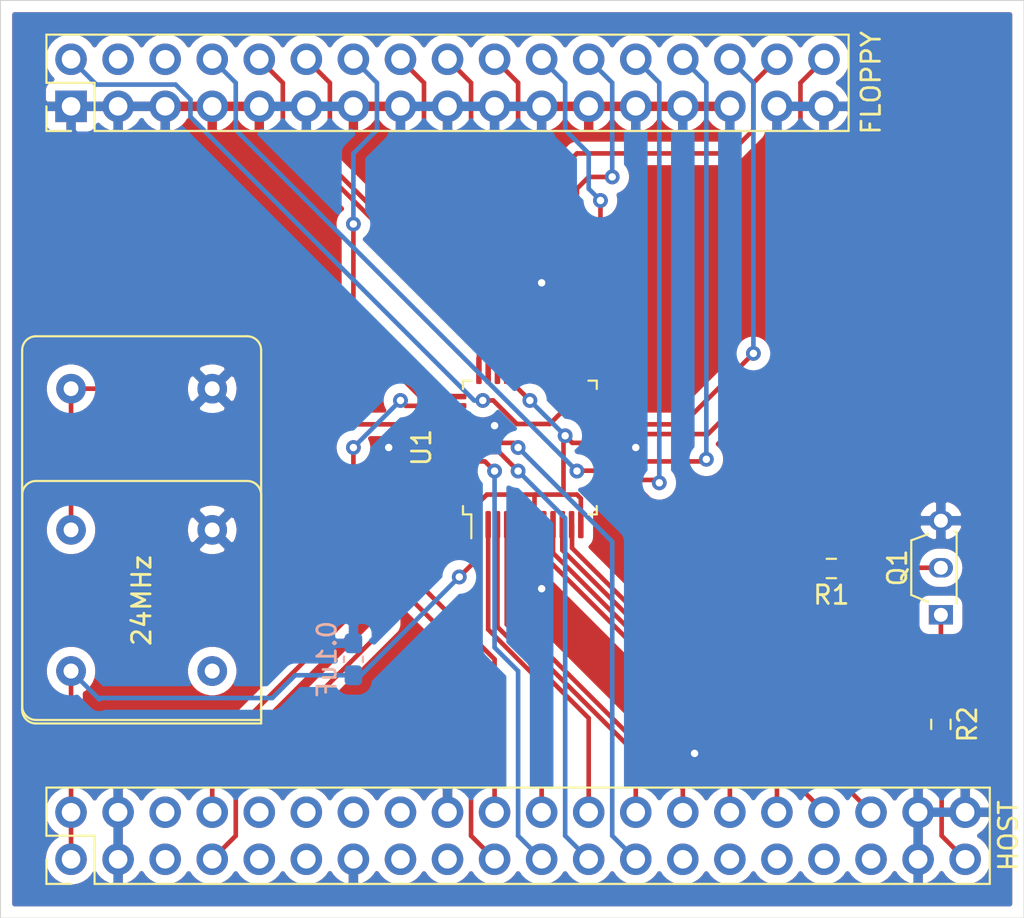
<source format=kicad_pcb>
(kicad_pcb (version 20171130) (host pcbnew "(5.1.10)-1")

  (general
    (thickness 1.6)
    (drawings 4)
    (tracks 229)
    (zones 0)
    (modules 9)
    (nets 61)
  )

  (page A4)
  (layers
    (0 F.Cu signal)
    (1 In1.Cu signal)
    (2 In2.Cu signal)
    (31 B.Cu signal)
    (32 B.Adhes user)
    (33 F.Adhes user)
    (34 B.Paste user)
    (35 F.Paste user)
    (36 B.SilkS user)
    (37 F.SilkS user)
    (38 B.Mask user)
    (39 F.Mask user)
    (40 Dwgs.User user)
    (41 Cmts.User user)
    (42 Eco1.User user)
    (43 Eco2.User user)
    (44 Edge.Cuts user)
    (45 Margin user)
    (46 B.CrtYd user)
    (47 F.CrtYd user)
    (48 B.Fab user)
    (49 F.Fab user)
  )

  (setup
    (last_trace_width 0.25)
    (user_trace_width 0.25)
    (user_trace_width 0.5)
    (user_trace_width 1)
    (user_trace_width 2)
    (trace_clearance 0.2)
    (zone_clearance 0.508)
    (zone_45_only no)
    (trace_min 0.2)
    (via_size 0.8)
    (via_drill 0.4)
    (via_min_size 0.4)
    (via_min_drill 0.3)
    (uvia_size 0.3)
    (uvia_drill 0.1)
    (uvias_allowed no)
    (uvia_min_size 0.2)
    (uvia_min_drill 0.1)
    (edge_width 0.05)
    (segment_width 0.2)
    (pcb_text_width 0.3)
    (pcb_text_size 1.5 1.5)
    (mod_edge_width 0.12)
    (mod_text_size 1 1)
    (mod_text_width 0.15)
    (pad_size 1.6 1.6)
    (pad_drill 0.8)
    (pad_to_mask_clearance 0)
    (aux_axis_origin 0 0)
    (grid_origin 165.735 110.49)
    (visible_elements 7FFFFFFF)
    (pcbplotparams
      (layerselection 0x010fc_ffffffff)
      (usegerberextensions false)
      (usegerberattributes true)
      (usegerberadvancedattributes true)
      (creategerberjobfile true)
      (excludeedgelayer true)
      (linewidth 0.100000)
      (plotframeref false)
      (viasonmask false)
      (mode 1)
      (useauxorigin false)
      (hpglpennumber 1)
      (hpglpenspeed 20)
      (hpglpendiameter 15.000000)
      (psnegative false)
      (psa4output false)
      (plotreference true)
      (plotvalue true)
      (plotinvisibletext false)
      (padsonsilk false)
      (subtractmaskfromsilk false)
      (outputformat 1)
      (mirror false)
      (drillshape 0)
      (scaleselection 1)
      (outputdirectory "NC-Gerbers/FDC37C78"))
  )

  (net 0 "")
  (net 1 "Net-(J2-Pad6)")
  (net 2 "Net-(J2-Pad4)")
  (net 3 "Net-(U1-Pad48)")
  (net 4 "Net-(U1-Pad39)")
  (net 5 "Net-(X1-Pad1)")
  (net 6 "Net-(X2-Pad1)")
  (net 7 "/Floppy Disk Controller 37C78/GND")
  (net 8 "/Floppy Disk Controller 37C78/+5V")
  (net 9 "/Floppy Disk Controller 37C78/~IRQ")
  (net 10 "/Floppy Disk Controller 37C78/CPU_D7")
  (net 11 "/Floppy Disk Controller 37C78/CPU_A7")
  (net 12 "/Floppy Disk Controller 37C78/CPU_D6")
  (net 13 "/Floppy Disk Controller 37C78/CPU_A6")
  (net 14 "/Floppy Disk Controller 37C78/CPU_D5")
  (net 15 "/Floppy Disk Controller 37C78/CPU_A5")
  (net 16 "/Floppy Disk Controller 37C78/CPU_D4")
  (net 17 "/Floppy Disk Controller 37C78/CPU_A4")
  (net 18 "/Floppy Disk Controller 37C78/CPU_D3")
  (net 19 "/Floppy Disk Controller 37C78/CPU_A3")
  (net 20 "/Floppy Disk Controller 37C78/CPU_D2")
  (net 21 "/Floppy Disk Controller 37C78/CPU_A2")
  (net 22 "/Floppy Disk Controller 37C78/CPU_D1")
  (net 23 "/Floppy Disk Controller 37C78/CPU_A1")
  (net 24 "/Floppy Disk Controller 37C78/CPU_D0")
  (net 25 "/Floppy Disk Controller 37C78/CPU_A0")
  (net 26 "/Floppy Disk Controller 37C78/~PRG_WE")
  (net 27 "/Floppy Disk Controller 37C78/~PRG_OE")
  (net 28 "/Floppy Disk Controller 37C78/~IOSEL2")
  (net 29 "/Floppy Disk Controller 37C78/~DEVSEL2")
  (net 30 "/Floppy Disk Controller 37C78/~DEVSEL3")
  (net 31 "/Floppy Disk Controller 37C78/~IOSEL3")
  (net 32 "/Floppy Disk Controller 37C78/~IOSEL1")
  (net 33 "/Floppy Disk Controller 37C78/~DEVSEL1")
  (net 34 "/Floppy Disk Controller 37C78/~DEVSEL0")
  (net 35 "/Floppy Disk Controller 37C78/~IOSEL0")
  (net 36 "/Floppy Disk Controller 37C78/FDC_RST")
  (net 37 "/Floppy Disk Controller 37C78/~FDCSEL")
  (net 38 "/Floppy Disk Controller 37C78/M2")
  (net 39 "/Floppy Disk Controller 37C78/SYSCLK")
  (net 40 "/Floppy Disk Controller 37C78/FLP_~DSKCHG")
  (net 41 "/Floppy Disk Controller 37C78/FLP_~HDSEL")
  (net 42 "/Floppy Disk Controller 37C78/FLP_~RDATA")
  (net 43 "/Floppy Disk Controller 37C78/FLP_~WRTPRT")
  (net 44 "/Floppy Disk Controller 37C78/FLP_~TRK0")
  (net 45 "/Floppy Disk Controller 37C78/FLP_~WGATE")
  (net 46 "/Floppy Disk Controller 37C78/FLP_~WDATA")
  (net 47 "/Floppy Disk Controller 37C78/FLP_~STEP")
  (net 48 "/Floppy Disk Controller 37C78/FLP_~DIR")
  (net 49 "/Floppy Disk Controller 37C78/FLP_~MTR1")
  (net 50 "/Floppy Disk Controller 37C78/FLP_~DS0")
  (net 51 "/Floppy Disk Controller 37C78/FLP_~DS1")
  (net 52 "/Floppy Disk Controller 37C78/FLP_~MTR0")
  (net 53 "/Floppy Disk Controller 37C78/FLP_~INDEX")
  (net 54 "/Floppy Disk Controller 37C78/FLP_DENSEL")
  (net 55 "/Floppy Disk Controller 37C78/CLK24")
  (net 56 "/Floppy Disk Controller 37C78/FLP_DRVDEN1")
  (net 57 "/Floppy Disk Controller 37C78/FLP_DRVDEN0")
  (net 58 "Net-(Q1-Pad1)")
  (net 59 "Net-(Q1-Pad2)")
  (net 60 "/Floppy Disk Controller 37C78/IRQ")

  (net_class Default "This is the default net class."
    (clearance 0.2)
    (trace_width 0.25)
    (via_dia 0.8)
    (via_drill 0.4)
    (uvia_dia 0.3)
    (uvia_drill 0.1)
    (add_net "/Floppy Disk Controller 37C78/+5V")
    (add_net "/Floppy Disk Controller 37C78/CLK24")
    (add_net "/Floppy Disk Controller 37C78/CPU_A0")
    (add_net "/Floppy Disk Controller 37C78/CPU_A1")
    (add_net "/Floppy Disk Controller 37C78/CPU_A2")
    (add_net "/Floppy Disk Controller 37C78/CPU_A3")
    (add_net "/Floppy Disk Controller 37C78/CPU_A4")
    (add_net "/Floppy Disk Controller 37C78/CPU_A5")
    (add_net "/Floppy Disk Controller 37C78/CPU_A6")
    (add_net "/Floppy Disk Controller 37C78/CPU_A7")
    (add_net "/Floppy Disk Controller 37C78/CPU_D0")
    (add_net "/Floppy Disk Controller 37C78/CPU_D1")
    (add_net "/Floppy Disk Controller 37C78/CPU_D2")
    (add_net "/Floppy Disk Controller 37C78/CPU_D3")
    (add_net "/Floppy Disk Controller 37C78/CPU_D4")
    (add_net "/Floppy Disk Controller 37C78/CPU_D5")
    (add_net "/Floppy Disk Controller 37C78/CPU_D6")
    (add_net "/Floppy Disk Controller 37C78/CPU_D7")
    (add_net "/Floppy Disk Controller 37C78/FDC_RST")
    (add_net "/Floppy Disk Controller 37C78/FLP_DENSEL")
    (add_net "/Floppy Disk Controller 37C78/FLP_DRVDEN0")
    (add_net "/Floppy Disk Controller 37C78/FLP_DRVDEN1")
    (add_net "/Floppy Disk Controller 37C78/FLP_~DIR")
    (add_net "/Floppy Disk Controller 37C78/FLP_~DS0")
    (add_net "/Floppy Disk Controller 37C78/FLP_~DS1")
    (add_net "/Floppy Disk Controller 37C78/FLP_~DSKCHG")
    (add_net "/Floppy Disk Controller 37C78/FLP_~HDSEL")
    (add_net "/Floppy Disk Controller 37C78/FLP_~INDEX")
    (add_net "/Floppy Disk Controller 37C78/FLP_~MTR0")
    (add_net "/Floppy Disk Controller 37C78/FLP_~MTR1")
    (add_net "/Floppy Disk Controller 37C78/FLP_~RDATA")
    (add_net "/Floppy Disk Controller 37C78/FLP_~STEP")
    (add_net "/Floppy Disk Controller 37C78/FLP_~TRK0")
    (add_net "/Floppy Disk Controller 37C78/FLP_~WDATA")
    (add_net "/Floppy Disk Controller 37C78/FLP_~WGATE")
    (add_net "/Floppy Disk Controller 37C78/FLP_~WRTPRT")
    (add_net "/Floppy Disk Controller 37C78/GND")
    (add_net "/Floppy Disk Controller 37C78/IRQ")
    (add_net "/Floppy Disk Controller 37C78/M2")
    (add_net "/Floppy Disk Controller 37C78/SYSCLK")
    (add_net "/Floppy Disk Controller 37C78/~DEVSEL0")
    (add_net "/Floppy Disk Controller 37C78/~DEVSEL1")
    (add_net "/Floppy Disk Controller 37C78/~DEVSEL2")
    (add_net "/Floppy Disk Controller 37C78/~DEVSEL3")
    (add_net "/Floppy Disk Controller 37C78/~FDCSEL")
    (add_net "/Floppy Disk Controller 37C78/~IOSEL0")
    (add_net "/Floppy Disk Controller 37C78/~IOSEL1")
    (add_net "/Floppy Disk Controller 37C78/~IOSEL2")
    (add_net "/Floppy Disk Controller 37C78/~IOSEL3")
    (add_net "/Floppy Disk Controller 37C78/~IRQ")
    (add_net "/Floppy Disk Controller 37C78/~PRG_OE")
    (add_net "/Floppy Disk Controller 37C78/~PRG_WE")
    (add_net "Net-(J2-Pad4)")
    (add_net "Net-(J2-Pad6)")
    (add_net "Net-(Q1-Pad1)")
    (add_net "Net-(Q1-Pad2)")
    (add_net "Net-(U1-Pad39)")
    (add_net "Net-(U1-Pad48)")
    (add_net "Net-(X1-Pad1)")
    (add_net "Net-(X2-Pad1)")
  )

  (module Resistor_SMD:R_0603_1608Metric_Pad0.98x0.95mm_HandSolder (layer F.Cu) (tedit 5F68FEEE) (tstamp 63557183)
    (at 231.735 139.4025 270)
    (descr "Resistor SMD 0603 (1608 Metric), square (rectangular) end terminal, IPC_7351 nominal with elongated pad for handsoldering. (Body size source: IPC-SM-782 page 72, https://www.pcb-3d.com/wordpress/wp-content/uploads/ipc-sm-782a_amendment_1_and_2.pdf), generated with kicad-footprint-generator")
    (tags "resistor handsolder")
    (path /75E32237/64EB16C8)
    (attr smd)
    (fp_text reference R2 (at 0 -1.43 90) (layer F.SilkS)
      (effects (font (size 1 1) (thickness 0.15)))
    )
    (fp_text value 1K (at 0 1.43 90) (layer F.Fab)
      (effects (font (size 1 1) (thickness 0.15)))
    )
    (fp_line (start 1.65 0.73) (end -1.65 0.73) (layer F.CrtYd) (width 0.05))
    (fp_line (start 1.65 -0.73) (end 1.65 0.73) (layer F.CrtYd) (width 0.05))
    (fp_line (start -1.65 -0.73) (end 1.65 -0.73) (layer F.CrtYd) (width 0.05))
    (fp_line (start -1.65 0.73) (end -1.65 -0.73) (layer F.CrtYd) (width 0.05))
    (fp_line (start -0.254724 0.5225) (end 0.254724 0.5225) (layer F.SilkS) (width 0.12))
    (fp_line (start -0.254724 -0.5225) (end 0.254724 -0.5225) (layer F.SilkS) (width 0.12))
    (fp_line (start 0.8 0.4125) (end -0.8 0.4125) (layer F.Fab) (width 0.1))
    (fp_line (start 0.8 -0.4125) (end 0.8 0.4125) (layer F.Fab) (width 0.1))
    (fp_line (start -0.8 -0.4125) (end 0.8 -0.4125) (layer F.Fab) (width 0.1))
    (fp_line (start -0.8 0.4125) (end -0.8 -0.4125) (layer F.Fab) (width 0.1))
    (fp_text user %R (at 0 0 90) (layer F.Fab)
      (effects (font (size 0.4 0.4) (thickness 0.06)))
    )
    (pad 2 smd roundrect (at 0.9125 0 270) (size 0.975 0.95) (layers F.Cu F.Paste F.Mask) (roundrect_rratio 0.25)
      (net 9 "/Floppy Disk Controller 37C78/~IRQ"))
    (pad 1 smd roundrect (at -0.9125 0 270) (size 0.975 0.95) (layers F.Cu F.Paste F.Mask) (roundrect_rratio 0.25)
      (net 58 "Net-(Q1-Pad1)"))
    (model ${KISYS3DMOD}/Resistor_SMD.3dshapes/R_0603_1608Metric.wrl
      (at (xyz 0 0 0))
      (scale (xyz 1 1 1))
      (rotate (xyz 0 0 0))
    )
  )

  (module Resistor_SMD:R_0603_1608Metric_Pad0.98x0.95mm_HandSolder (layer F.Cu) (tedit 5F68FEEE) (tstamp 63557172)
    (at 225.8225 130.99 180)
    (descr "Resistor SMD 0603 (1608 Metric), square (rectangular) end terminal, IPC_7351 nominal with elongated pad for handsoldering. (Body size source: IPC-SM-782 page 72, https://www.pcb-3d.com/wordpress/wp-content/uploads/ipc-sm-782a_amendment_1_and_2.pdf), generated with kicad-footprint-generator")
    (tags "resistor handsolder")
    (path /75E32237/64EB0EA6)
    (attr smd)
    (fp_text reference R1 (at 0 -1.43) (layer F.SilkS)
      (effects (font (size 1 1) (thickness 0.15)))
    )
    (fp_text value 1K (at 0 1.43) (layer F.Fab)
      (effects (font (size 1 1) (thickness 0.15)))
    )
    (fp_line (start 1.65 0.73) (end -1.65 0.73) (layer F.CrtYd) (width 0.05))
    (fp_line (start 1.65 -0.73) (end 1.65 0.73) (layer F.CrtYd) (width 0.05))
    (fp_line (start -1.65 -0.73) (end 1.65 -0.73) (layer F.CrtYd) (width 0.05))
    (fp_line (start -1.65 0.73) (end -1.65 -0.73) (layer F.CrtYd) (width 0.05))
    (fp_line (start -0.254724 0.5225) (end 0.254724 0.5225) (layer F.SilkS) (width 0.12))
    (fp_line (start -0.254724 -0.5225) (end 0.254724 -0.5225) (layer F.SilkS) (width 0.12))
    (fp_line (start 0.8 0.4125) (end -0.8 0.4125) (layer F.Fab) (width 0.1))
    (fp_line (start 0.8 -0.4125) (end 0.8 0.4125) (layer F.Fab) (width 0.1))
    (fp_line (start -0.8 -0.4125) (end 0.8 -0.4125) (layer F.Fab) (width 0.1))
    (fp_line (start -0.8 0.4125) (end -0.8 -0.4125) (layer F.Fab) (width 0.1))
    (fp_text user %R (at 0 0) (layer F.Fab)
      (effects (font (size 0.4 0.4) (thickness 0.06)))
    )
    (pad 2 smd roundrect (at 0.9125 0 180) (size 0.975 0.95) (layers F.Cu F.Paste F.Mask) (roundrect_rratio 0.25)
      (net 60 "/Floppy Disk Controller 37C78/IRQ"))
    (pad 1 smd roundrect (at -0.9125 0 180) (size 0.975 0.95) (layers F.Cu F.Paste F.Mask) (roundrect_rratio 0.25)
      (net 59 "Net-(Q1-Pad2)"))
    (model ${KISYS3DMOD}/Resistor_SMD.3dshapes/R_0603_1608Metric.wrl
      (at (xyz 0 0 0))
      (scale (xyz 1 1 1))
      (rotate (xyz 0 0 0))
    )
  )

  (module Package_TO_SOT_THT:TO-92S_Wide (layer F.Cu) (tedit 5A279587) (tstamp 63557142)
    (at 231.735 133.49 90)
    (descr "TO-92S_Wide package, drill 0.75mm (https://www.diodes.com/assets/Package-Files/TO92S%20(Type%20B).pdf)")
    (tags "TO-92S_Wide transistor")
    (path /75E32237/64EAF839)
    (fp_text reference Q1 (at 2.54 -2.35 90) (layer F.SilkS)
      (effects (font (size 1 1) (thickness 0.15)))
    )
    (fp_text value 2N2222 (at 2.42 1.8 90) (layer F.Fab)
      (effects (font (size 1 1) (thickness 0.15)))
    )
    (fp_line (start 0.67 0.75) (end 4.42 0.75) (layer F.Fab) (width 0.1))
    (fp_line (start 4.42 0.75) (end 4.57 0) (layer F.Fab) (width 0.1))
    (fp_line (start 4.57 0) (end 3.97 -1.55) (layer F.Fab) (width 0.1))
    (fp_line (start 0.67 0.75) (end 0.52 0) (layer F.Fab) (width 0.1))
    (fp_line (start 0.52 0) (end 1.12 -1.55) (layer F.Fab) (width 0.1))
    (fp_line (start 1.12 -1.55) (end 3.97 -1.55) (layer F.Fab) (width 0.1))
    (fp_line (start 0.62 0.85) (end 4.47 0.85) (layer F.SilkS) (width 0.12))
    (fp_line (start 4.47 0.85) (end 4.5 0.7) (layer F.SilkS) (width 0.12))
    (fp_line (start 4.35 -0.7) (end 4.02 -1.6) (layer F.SilkS) (width 0.12))
    (fp_line (start 4.02 -1.6) (end 1.07 -1.6) (layer F.SilkS) (width 0.12))
    (fp_line (start 1.07 -1.6) (end 0.7 -0.7) (layer F.SilkS) (width 0.12))
    (fp_line (start 0.51 1) (end 4.57 1) (layer F.CrtYd) (width 0.05))
    (fp_line (start 4.57 1) (end 4.65 0.85) (layer F.CrtYd) (width 0.05))
    (fp_line (start 4.5 -0.85) (end 4.12 -1.8) (layer F.CrtYd) (width 0.05))
    (fp_line (start 4.12 -1.8) (end 0.96 -1.8) (layer F.CrtYd) (width 0.05))
    (fp_line (start 4.5 -0.85) (end 5.85 -0.85) (layer F.CrtYd) (width 0.05))
    (fp_line (start 5.85 -0.85) (end 5.85 0.85) (layer F.CrtYd) (width 0.05))
    (fp_line (start 5.85 0.85) (end 4.65 0.85) (layer F.CrtYd) (width 0.05))
    (fp_line (start 0.51 1) (end 0.43 0.85) (layer F.CrtYd) (width 0.05))
    (fp_line (start 0.58 -0.85) (end 0.96 -1.8) (layer F.CrtYd) (width 0.05))
    (fp_line (start 0.58 -0.85) (end -0.7 -0.85) (layer F.CrtYd) (width 0.05))
    (fp_line (start -0.7 -0.85) (end -0.7 0.85) (layer F.CrtYd) (width 0.05))
    (fp_line (start -0.7 0.85) (end 0.43 0.85) (layer F.CrtYd) (width 0.05))
    (fp_text user %R (at 2.54 0 90) (layer F.Fab)
      (effects (font (size 1 1) (thickness 0.15)))
    )
    (pad 1 thru_hole rect (at 0 0 90) (size 1.05 1.3) (drill 0.75) (layers *.Cu *.Mask)
      (net 58 "Net-(Q1-Pad1)"))
    (pad 3 thru_hole oval (at 5.08 0 90) (size 1.05 1.3) (drill 0.75) (layers *.Cu *.Mask)
      (net 7 "/Floppy Disk Controller 37C78/GND"))
    (pad 2 thru_hole oval (at 2.54 0 90) (size 1.05 1.3) (drill 0.75) (layers *.Cu *.Mask)
      (net 59 "Net-(Q1-Pad2)"))
    (model ${KISYS3DMOD}/Package_TO_SOT_THT.3dshapes/TO-92S_Wide.wrl
      (at (xyz 0 0 0))
      (scale (xyz 1 1 1))
      (rotate (xyz 0 0 0))
    )
  )

  (module Capacitor_SMD:C_0603_1608Metric_Pad1.08x0.95mm_HandSolder (layer B.Cu) (tedit 5F68FEEF) (tstamp 6353E5BA)
    (at 200.025 135.89 90)
    (descr "Capacitor SMD 0603 (1608 Metric), square (rectangular) end terminal, IPC_7351 nominal with elongated pad for handsoldering. (Body size source: IPC-SM-782 page 76, https://www.pcb-3d.com/wordpress/wp-content/uploads/ipc-sm-782a_amendment_1_and_2.pdf), generated with kicad-footprint-generator")
    (tags "capacitor handsolder")
    (path /75E32237/76CC0D72)
    (attr smd)
    (fp_text reference C1 (at 0 1.43 90) (layer B.Fab) hide
      (effects (font (size 1 1) (thickness 0.15)) (justify mirror))
    )
    (fp_text value 0.1uF (at 0 -1.43 90) (layer B.SilkS)
      (effects (font (size 1 1) (thickness 0.15)) (justify mirror))
    )
    (fp_line (start 1.65 -0.73) (end -1.65 -0.73) (layer B.CrtYd) (width 0.05))
    (fp_line (start 1.65 0.73) (end 1.65 -0.73) (layer B.CrtYd) (width 0.05))
    (fp_line (start -1.65 0.73) (end 1.65 0.73) (layer B.CrtYd) (width 0.05))
    (fp_line (start -1.65 -0.73) (end -1.65 0.73) (layer B.CrtYd) (width 0.05))
    (fp_line (start -0.146267 -0.51) (end 0.146267 -0.51) (layer B.SilkS) (width 0.12))
    (fp_line (start -0.146267 0.51) (end 0.146267 0.51) (layer B.SilkS) (width 0.12))
    (fp_line (start 0.8 -0.4) (end -0.8 -0.4) (layer B.Fab) (width 0.1))
    (fp_line (start 0.8 0.4) (end 0.8 -0.4) (layer B.Fab) (width 0.1))
    (fp_line (start -0.8 0.4) (end 0.8 0.4) (layer B.Fab) (width 0.1))
    (fp_line (start -0.8 -0.4) (end -0.8 0.4) (layer B.Fab) (width 0.1))
    (fp_text user %R (at 0 0 90) (layer B.Fab) hide
      (effects (font (size 0.4 0.4) (thickness 0.06)) (justify mirror))
    )
    (pad 2 smd roundrect (at 0.8625 0 90) (size 1.075 0.95) (layers B.Cu B.Paste B.Mask) (roundrect_rratio 0.25)
      (net 7 "/Floppy Disk Controller 37C78/GND"))
    (pad 1 smd roundrect (at -0.8625 0 90) (size 1.075 0.95) (layers B.Cu B.Paste B.Mask) (roundrect_rratio 0.25)
      (net 8 "/Floppy Disk Controller 37C78/+5V"))
    (model ${KISYS3DMOD}/Capacitor_SMD.3dshapes/C_0603_1608Metric.wrl
      (at (xyz 0 0 0))
      (scale (xyz 1 1 1))
      (rotate (xyz 0 0 0))
    )
  )

  (module Oscillator:Oscillator_DIP-14 (layer F.Cu) (tedit 634E3BE5) (tstamp 6353E568)
    (at 192.405 136.525 90)
    (descr "Oscillator, DIP14, http://cdn-reichelt.de/documents/datenblatt/B400/OSZI.pdf")
    (tags oscillator)
    (path /75E32237/76948BBB)
    (fp_text reference X2 (at 8.255 -3.175 90) (layer F.Fab) hide
      (effects (font (size 1 1) (thickness 0.15)))
    )
    (fp_text value CXO_DIP14 (at 13.97 -3.81 90) (layer F.Fab) hide
      (effects (font (size 1 1) (thickness 0.15)))
    )
    (fp_line (start -2.73 2.54) (end -2.73 -9.51) (layer F.Fab) (width 0.1))
    (fp_line (start -2.08 -10.16) (end 17.32 -10.16) (layer F.Fab) (width 0.1))
    (fp_line (start 17.97 -9.51) (end 17.97 1.89) (layer F.Fab) (width 0.1))
    (fp_line (start -2.73 2.54) (end 17.32 2.54) (layer F.Fab) (width 0.1))
    (fp_line (start -2.83 2.64) (end 17.32 2.64) (layer F.SilkS) (width 0.12))
    (fp_line (start 18.07 1.89) (end 18.07 -9.51) (layer F.SilkS) (width 0.12))
    (fp_line (start 17.32 -10.26) (end -2.08 -10.26) (layer F.SilkS) (width 0.12))
    (fp_line (start -2.83 -9.51) (end -2.83 2.64) (layer F.SilkS) (width 0.12))
    (fp_line (start -1.73 1.54) (end 16.62 1.54) (layer F.Fab) (width 0.1))
    (fp_line (start -1.73 1.54) (end -1.73 -8.81) (layer F.Fab) (width 0.1))
    (fp_line (start -1.38 -9.16) (end 16.62 -9.16) (layer F.Fab) (width 0.1))
    (fp_line (start 16.97 1.19) (end 16.97 -8.81) (layer F.Fab) (width 0.1))
    (fp_line (start -2.98 2.79) (end 18.22 2.79) (layer F.CrtYd) (width 0.05))
    (fp_line (start -2.98 -10.41) (end -2.98 2.79) (layer F.CrtYd) (width 0.05))
    (fp_line (start 18.22 -10.41) (end -2.98 -10.41) (layer F.CrtYd) (width 0.05))
    (fp_line (start 18.22 2.79) (end 18.22 -10.41) (layer F.CrtYd) (width 0.05))
    (fp_arc (start -2.08 -9.51) (end -2.73 -9.51) (angle 90) (layer F.Fab) (width 0.1))
    (fp_arc (start 17.32 -9.51) (end 17.32 -10.16) (angle 90) (layer F.Fab) (width 0.1))
    (fp_arc (start 17.32 1.89) (end 17.97 1.89) (angle 90) (layer F.Fab) (width 0.1))
    (fp_arc (start -2.08 -9.51) (end -2.83 -9.51) (angle 90) (layer F.SilkS) (width 0.12))
    (fp_arc (start 17.32 -9.51) (end 17.32 -10.26) (angle 90) (layer F.SilkS) (width 0.12))
    (fp_arc (start 17.32 1.89) (end 18.07 1.89) (angle 90) (layer F.SilkS) (width 0.12))
    (fp_arc (start -1.38 -8.81) (end -1.73 -8.81) (angle 90) (layer F.Fab) (width 0.1))
    (fp_arc (start 16.62 -8.81) (end 16.62 -9.16) (angle 90) (layer F.Fab) (width 0.1))
    (fp_arc (start 16.62 1.19) (end 16.97 1.19) (angle 90) (layer F.Fab) (width 0.1))
    (fp_text user %R (at 8.255 -3.175 90) (layer F.Fab) hide
      (effects (font (size 1 1) (thickness 0.15)))
    )
    (pad 7 thru_hole circle (at 15.24 0 90) (size 1.6 1.6) (drill 0.8) (layers *.Cu *.Mask)
      (net 7 "/Floppy Disk Controller 37C78/GND"))
    (pad 8 thru_hole circle (at 15.24 -7.62 90) (size 1.6 1.6) (drill 0.8) (layers *.Cu *.Mask)
      (net 55 "/Floppy Disk Controller 37C78/CLK24"))
    (pad 14 thru_hole circle (at 0 -7.62 90) (size 1.6 1.6) (drill 0.8) (layers *.Cu *.Mask)
      (net 8 "/Floppy Disk Controller 37C78/+5V"))
    (pad 1 thru_hole circle (at 0 0 90) (size 1.6 1.6) (drill 0.8) (layers *.Cu *.Mask)
      (net 6 "Net-(X2-Pad1)"))
    (model ${KISYS3DMOD}/Oscillator.3dshapes/Oscillator_DIP-14.wrl
      (at (xyz 0 0 0))
      (scale (xyz 1 1 1))
      (rotate (xyz 0 0 0))
    )
  )

  (module Oscillator:Oscillator_DIP-8 (layer F.Cu) (tedit 634E3BEE) (tstamp 6353E5FB)
    (at 192.405 136.525 90)
    (descr "Oscillator, DIP8,http://cdn-reichelt.de/documents/datenblatt/B400/OSZI.pdf")
    (tags oscillator)
    (path /75E32237/76948232)
    (fp_text reference X1 (at 8.255 -4.445 90) (layer F.SilkS) hide
      (effects (font (size 1 1) (thickness 0.15)))
    )
    (fp_text value 24MHz (at 3.81 -3.81 90) (layer F.SilkS)
      (effects (font (size 1 1) (thickness 0.15)))
    )
    (fp_line (start -2.54 2.54) (end -2.54 -9.51) (layer F.Fab) (width 0.1))
    (fp_line (start -1.89 -10.16) (end 9.51 -10.16) (layer F.Fab) (width 0.1))
    (fp_line (start 10.16 -9.51) (end 10.16 1.89) (layer F.Fab) (width 0.1))
    (fp_line (start -2.54 2.54) (end 9.51 2.54) (layer F.Fab) (width 0.1))
    (fp_line (start -2.64 2.64) (end 9.51 2.64) (layer F.SilkS) (width 0.12))
    (fp_line (start 10.26 1.89) (end 10.26 -9.51) (layer F.SilkS) (width 0.12))
    (fp_line (start 9.51 -10.26) (end -1.89 -10.26) (layer F.SilkS) (width 0.12))
    (fp_line (start -2.64 -9.51) (end -2.64 2.64) (layer F.SilkS) (width 0.12))
    (fp_line (start -1.54 1.54) (end 8.81 1.54) (layer F.Fab) (width 0.1))
    (fp_line (start -1.54 1.54) (end -1.54 -8.81) (layer F.Fab) (width 0.1))
    (fp_line (start -1.19 -9.16) (end 8.81 -9.16) (layer F.Fab) (width 0.1))
    (fp_line (start 9.16 1.19) (end 9.16 -8.81) (layer F.Fab) (width 0.1))
    (fp_line (start -2.79 2.79) (end 10.41 2.79) (layer F.CrtYd) (width 0.05))
    (fp_line (start -2.79 -10.41) (end -2.79 2.79) (layer F.CrtYd) (width 0.05))
    (fp_line (start 10.41 -10.41) (end -2.79 -10.41) (layer F.CrtYd) (width 0.05))
    (fp_line (start 10.41 2.79) (end 10.41 -10.41) (layer F.CrtYd) (width 0.05))
    (fp_arc (start -1.89 -9.51) (end -2.54 -9.51) (angle 90) (layer F.Fab) (width 0.1))
    (fp_arc (start 9.51 -9.51) (end 9.51 -10.16) (angle 90) (layer F.Fab) (width 0.1))
    (fp_arc (start 9.51 1.89) (end 10.16 1.89) (angle 90) (layer F.Fab) (width 0.1))
    (fp_arc (start -1.89 -9.51) (end -2.64 -9.51) (angle 90) (layer F.SilkS) (width 0.12))
    (fp_arc (start 9.51 -9.51) (end 9.51 -10.26) (angle 90) (layer F.SilkS) (width 0.12))
    (fp_arc (start 9.51 1.89) (end 10.26 1.89) (angle 90) (layer F.SilkS) (width 0.12))
    (fp_arc (start -1.19 -8.81) (end -1.54 -8.81) (angle 90) (layer F.Fab) (width 0.1))
    (fp_arc (start 8.81 -8.81) (end 8.81 -9.16) (angle 90) (layer F.Fab) (width 0.1))
    (fp_arc (start 8.81 1.19) (end 9.16 1.19) (angle 90) (layer F.Fab) (width 0.1))
    (fp_text user %R (at 8.255 -4.445 90) (layer F.Fab)
      (effects (font (size 1 1) (thickness 0.15)))
    )
    (pad 4 thru_hole circle (at 7.62 0 90) (size 1.6 1.6) (drill 0.8) (layers *.Cu *.Mask)
      (net 7 "/Floppy Disk Controller 37C78/GND"))
    (pad 5 thru_hole circle (at 7.62 -7.62 90) (size 1.6 1.6) (drill 0.8) (layers *.Cu *.Mask)
      (net 55 "/Floppy Disk Controller 37C78/CLK24"))
    (pad 8 thru_hole circle (at 0 -7.62 90) (size 1.6 1.6) (drill 0.8) (layers *.Cu *.Mask)
      (net 8 "/Floppy Disk Controller 37C78/+5V"))
    (pad 1 thru_hole circle (at 0 0 90) (size 1.6 1.6) (drill 0.8) (layers *.Cu *.Mask)
      (net 5 "Net-(X1-Pad1)"))
    (model ${KISYS3DMOD}/Oscillator.3dshapes/Oscillator_DIP-8.wrl
      (at (xyz 0 0 0))
      (scale (xyz 1 1 1))
      (rotate (xyz 0 0 0))
    )
  )

  (module Package_QFP:LQFP-48_7x7mm_P0.5mm (layer F.Cu) (tedit 5D9F72AF) (tstamp 6353E493)
    (at 209.55 124.46 90)
    (descr "LQFP, 48 Pin (https://www.analog.com/media/en/technical-documentation/data-sheets/ltc2358-16.pdf), generated with kicad-footprint-generator ipc_gullwing_generator.py")
    (tags "LQFP QFP")
    (path /75E32237/75E3678E)
    (attr smd)
    (fp_text reference U1 (at 0 -5.85 90) (layer F.SilkS)
      (effects (font (size 1 1) (thickness 0.15)))
    )
    (fp_text value FDC37C78 (at 0 5.85 90) (layer F.Fab)
      (effects (font (size 1 1) (thickness 0.15)))
    )
    (fp_line (start 5.15 3.15) (end 5.15 0) (layer F.CrtYd) (width 0.05))
    (fp_line (start 3.75 3.15) (end 5.15 3.15) (layer F.CrtYd) (width 0.05))
    (fp_line (start 3.75 3.75) (end 3.75 3.15) (layer F.CrtYd) (width 0.05))
    (fp_line (start 3.15 3.75) (end 3.75 3.75) (layer F.CrtYd) (width 0.05))
    (fp_line (start 3.15 5.15) (end 3.15 3.75) (layer F.CrtYd) (width 0.05))
    (fp_line (start 0 5.15) (end 3.15 5.15) (layer F.CrtYd) (width 0.05))
    (fp_line (start -5.15 3.15) (end -5.15 0) (layer F.CrtYd) (width 0.05))
    (fp_line (start -3.75 3.15) (end -5.15 3.15) (layer F.CrtYd) (width 0.05))
    (fp_line (start -3.75 3.75) (end -3.75 3.15) (layer F.CrtYd) (width 0.05))
    (fp_line (start -3.15 3.75) (end -3.75 3.75) (layer F.CrtYd) (width 0.05))
    (fp_line (start -3.15 5.15) (end -3.15 3.75) (layer F.CrtYd) (width 0.05))
    (fp_line (start 0 5.15) (end -3.15 5.15) (layer F.CrtYd) (width 0.05))
    (fp_line (start 5.15 -3.15) (end 5.15 0) (layer F.CrtYd) (width 0.05))
    (fp_line (start 3.75 -3.15) (end 5.15 -3.15) (layer F.CrtYd) (width 0.05))
    (fp_line (start 3.75 -3.75) (end 3.75 -3.15) (layer F.CrtYd) (width 0.05))
    (fp_line (start 3.15 -3.75) (end 3.75 -3.75) (layer F.CrtYd) (width 0.05))
    (fp_line (start 3.15 -5.15) (end 3.15 -3.75) (layer F.CrtYd) (width 0.05))
    (fp_line (start 0 -5.15) (end 3.15 -5.15) (layer F.CrtYd) (width 0.05))
    (fp_line (start -5.15 -3.15) (end -5.15 0) (layer F.CrtYd) (width 0.05))
    (fp_line (start -3.75 -3.15) (end -5.15 -3.15) (layer F.CrtYd) (width 0.05))
    (fp_line (start -3.75 -3.75) (end -3.75 -3.15) (layer F.CrtYd) (width 0.05))
    (fp_line (start -3.15 -3.75) (end -3.75 -3.75) (layer F.CrtYd) (width 0.05))
    (fp_line (start -3.15 -5.15) (end -3.15 -3.75) (layer F.CrtYd) (width 0.05))
    (fp_line (start 0 -5.15) (end -3.15 -5.15) (layer F.CrtYd) (width 0.05))
    (fp_line (start -3.5 -2.5) (end -2.5 -3.5) (layer F.Fab) (width 0.1))
    (fp_line (start -3.5 3.5) (end -3.5 -2.5) (layer F.Fab) (width 0.1))
    (fp_line (start 3.5 3.5) (end -3.5 3.5) (layer F.Fab) (width 0.1))
    (fp_line (start 3.5 -3.5) (end 3.5 3.5) (layer F.Fab) (width 0.1))
    (fp_line (start -2.5 -3.5) (end 3.5 -3.5) (layer F.Fab) (width 0.1))
    (fp_line (start -3.61 -3.16) (end -4.9 -3.16) (layer F.SilkS) (width 0.12))
    (fp_line (start -3.61 -3.61) (end -3.61 -3.16) (layer F.SilkS) (width 0.12))
    (fp_line (start -3.16 -3.61) (end -3.61 -3.61) (layer F.SilkS) (width 0.12))
    (fp_line (start 3.61 -3.61) (end 3.61 -3.16) (layer F.SilkS) (width 0.12))
    (fp_line (start 3.16 -3.61) (end 3.61 -3.61) (layer F.SilkS) (width 0.12))
    (fp_line (start -3.61 3.61) (end -3.61 3.16) (layer F.SilkS) (width 0.12))
    (fp_line (start -3.16 3.61) (end -3.61 3.61) (layer F.SilkS) (width 0.12))
    (fp_line (start 3.61 3.61) (end 3.61 3.16) (layer F.SilkS) (width 0.12))
    (fp_line (start 3.16 3.61) (end 3.61 3.61) (layer F.SilkS) (width 0.12))
    (fp_text user %R (at 0 0 90) (layer F.Fab)
      (effects (font (size 1 1) (thickness 0.15)))
    )
    (pad 48 smd roundrect (at -2.75 -4.1625 90) (size 0.3 1.475) (layers F.Cu F.Paste F.Mask) (roundrect_rratio 0.25)
      (net 3 "Net-(U1-Pad48)"))
    (pad 47 smd roundrect (at -2.25 -4.1625 90) (size 0.3 1.475) (layers F.Cu F.Paste F.Mask) (roundrect_rratio 0.25)
      (net 26 "/Floppy Disk Controller 37C78/~PRG_WE"))
    (pad 46 smd roundrect (at -1.75 -4.1625 90) (size 0.3 1.475) (layers F.Cu F.Paste F.Mask) (roundrect_rratio 0.25)
      (net 27 "/Floppy Disk Controller 37C78/~PRG_OE"))
    (pad 45 smd roundrect (at -1.25 -4.1625 90) (size 0.3 1.475) (layers F.Cu F.Paste F.Mask) (roundrect_rratio 0.25)
      (net 37 "/Floppy Disk Controller 37C78/~FDCSEL"))
    (pad 44 smd roundrect (at -0.75 -4.1625 90) (size 0.3 1.475) (layers F.Cu F.Paste F.Mask) (roundrect_rratio 0.25)
      (net 25 "/Floppy Disk Controller 37C78/CPU_A0"))
    (pad 43 smd roundrect (at -0.25 -4.1625 90) (size 0.3 1.475) (layers F.Cu F.Paste F.Mask) (roundrect_rratio 0.25)
      (net 23 "/Floppy Disk Controller 37C78/CPU_A1"))
    (pad 42 smd roundrect (at 0.25 -4.1625 90) (size 0.3 1.475) (layers F.Cu F.Paste F.Mask) (roundrect_rratio 0.25)
      (net 21 "/Floppy Disk Controller 37C78/CPU_A2"))
    (pad 41 smd roundrect (at 0.75 -4.1625 90) (size 0.3 1.475) (layers F.Cu F.Paste F.Mask) (roundrect_rratio 0.25)
      (net 7 "/Floppy Disk Controller 37C78/GND"))
    (pad 40 smd roundrect (at 1.25 -4.1625 90) (size 0.3 1.475) (layers F.Cu F.Paste F.Mask) (roundrect_rratio 0.25)
      (net 55 "/Floppy Disk Controller 37C78/CLK24"))
    (pad 39 smd roundrect (at 1.75 -4.1625 90) (size 0.3 1.475) (layers F.Cu F.Paste F.Mask) (roundrect_rratio 0.25)
      (net 4 "Net-(U1-Pad39)"))
    (pad 38 smd roundrect (at 2.25 -4.1625 90) (size 0.3 1.475) (layers F.Cu F.Paste F.Mask) (roundrect_rratio 0.25)
      (net 36 "/Floppy Disk Controller 37C78/FDC_RST"))
    (pad 37 smd roundrect (at 2.75 -4.1625 90) (size 0.3 1.475) (layers F.Cu F.Paste F.Mask) (roundrect_rratio 0.25)
      (net 50 "/Floppy Disk Controller 37C78/FLP_~DS0"))
    (pad 36 smd roundrect (at 4.1625 -2.75 90) (size 1.475 0.3) (layers F.Cu F.Paste F.Mask) (roundrect_rratio 0.25)
      (net 52 "/Floppy Disk Controller 37C78/FLP_~MTR0"))
    (pad 35 smd roundrect (at 4.1625 -2.25 90) (size 1.475 0.3) (layers F.Cu F.Paste F.Mask) (roundrect_rratio 0.25)
      (net 51 "/Floppy Disk Controller 37C78/FLP_~DS1"))
    (pad 34 smd roundrect (at 4.1625 -1.75 90) (size 1.475 0.3) (layers F.Cu F.Paste F.Mask) (roundrect_rratio 0.25)
      (net 49 "/Floppy Disk Controller 37C78/FLP_~MTR1"))
    (pad 33 smd roundrect (at 4.1625 -1.25 90) (size 1.475 0.3) (layers F.Cu F.Paste F.Mask) (roundrect_rratio 0.25)
      (net 48 "/Floppy Disk Controller 37C78/FLP_~DIR"))
    (pad 32 smd roundrect (at 4.1625 -0.75 90) (size 1.475 0.3) (layers F.Cu F.Paste F.Mask) (roundrect_rratio 0.25)
      (net 8 "/Floppy Disk Controller 37C78/+5V"))
    (pad 31 smd roundrect (at 4.1625 -0.25 90) (size 1.475 0.3) (layers F.Cu F.Paste F.Mask) (roundrect_rratio 0.25)
      (net 47 "/Floppy Disk Controller 37C78/FLP_~STEP"))
    (pad 30 smd roundrect (at 4.1625 0.25 90) (size 1.475 0.3) (layers F.Cu F.Paste F.Mask) (roundrect_rratio 0.25)
      (net 7 "/Floppy Disk Controller 37C78/GND"))
    (pad 29 smd roundrect (at 4.1625 0.75 90) (size 1.475 0.3) (layers F.Cu F.Paste F.Mask) (roundrect_rratio 0.25)
      (net 41 "/Floppy Disk Controller 37C78/FLP_~HDSEL"))
    (pad 28 smd roundrect (at 4.1625 1.25 90) (size 1.475 0.3) (layers F.Cu F.Paste F.Mask) (roundrect_rratio 0.25)
      (net 45 "/Floppy Disk Controller 37C78/FLP_~WGATE"))
    (pad 27 smd roundrect (at 4.1625 1.75 90) (size 1.475 0.3) (layers F.Cu F.Paste F.Mask) (roundrect_rratio 0.25)
      (net 46 "/Floppy Disk Controller 37C78/FLP_~WDATA"))
    (pad 26 smd roundrect (at 4.1625 2.25 90) (size 1.475 0.3) (layers F.Cu F.Paste F.Mask) (roundrect_rratio 0.25)
      (net 7 "/Floppy Disk Controller 37C78/GND"))
    (pad 25 smd roundrect (at 4.1625 2.75 90) (size 1.475 0.3) (layers F.Cu F.Paste F.Mask) (roundrect_rratio 0.25)
      (net 7 "/Floppy Disk Controller 37C78/GND"))
    (pad 24 smd roundrect (at 2.75 4.1625 90) (size 0.3 1.475) (layers F.Cu F.Paste F.Mask) (roundrect_rratio 0.25)
      (net 54 "/Floppy Disk Controller 37C78/FLP_DENSEL"))
    (pad 23 smd roundrect (at 2.25 4.1625 90) (size 0.3 1.475) (layers F.Cu F.Paste F.Mask) (roundrect_rratio 0.25)
      (net 56 "/Floppy Disk Controller 37C78/FLP_DRVDEN1"))
    (pad 22 smd roundrect (at 1.75 4.1625 90) (size 0.3 1.475) (layers F.Cu F.Paste F.Mask) (roundrect_rratio 0.25)
      (net 57 "/Floppy Disk Controller 37C78/FLP_DRVDEN0"))
    (pad 21 smd roundrect (at 1.25 4.1625 90) (size 0.3 1.475) (layers F.Cu F.Paste F.Mask) (roundrect_rratio 0.25)
      (net 42 "/Floppy Disk Controller 37C78/FLP_~RDATA"))
    (pad 20 smd roundrect (at 0.75 4.1625 90) (size 0.3 1.475) (layers F.Cu F.Paste F.Mask) (roundrect_rratio 0.25)
      (net 40 "/Floppy Disk Controller 37C78/FLP_~DSKCHG"))
    (pad 19 smd roundrect (at 0.25 4.1625 90) (size 0.3 1.475) (layers F.Cu F.Paste F.Mask) (roundrect_rratio 0.25)
      (net 8 "/Floppy Disk Controller 37C78/+5V"))
    (pad 18 smd roundrect (at -0.25 4.1625 90) (size 0.3 1.475) (layers F.Cu F.Paste F.Mask) (roundrect_rratio 0.25)
      (net 7 "/Floppy Disk Controller 37C78/GND"))
    (pad 17 smd roundrect (at -0.75 4.1625 90) (size 0.3 1.475) (layers F.Cu F.Paste F.Mask) (roundrect_rratio 0.25)
      (net 43 "/Floppy Disk Controller 37C78/FLP_~WRTPRT"))
    (pad 16 smd roundrect (at -1.25 4.1625 90) (size 0.3 1.475) (layers F.Cu F.Paste F.Mask) (roundrect_rratio 0.25)
      (net 53 "/Floppy Disk Controller 37C78/FLP_~INDEX"))
    (pad 15 smd roundrect (at -1.75 4.1625 90) (size 0.3 1.475) (layers F.Cu F.Paste F.Mask) (roundrect_rratio 0.25)
      (net 44 "/Floppy Disk Controller 37C78/FLP_~TRK0"))
    (pad 14 smd roundrect (at -2.25 4.1625 90) (size 0.3 1.475) (layers F.Cu F.Paste F.Mask) (roundrect_rratio 0.25)
      (net 7 "/Floppy Disk Controller 37C78/GND"))
    (pad 13 smd roundrect (at -2.75 4.1625 90) (size 0.3 1.475) (layers F.Cu F.Paste F.Mask) (roundrect_rratio 0.25)
      (net 60 "/Floppy Disk Controller 37C78/IRQ"))
    (pad 12 smd roundrect (at -4.1625 2.75 90) (size 1.475 0.3) (layers F.Cu F.Paste F.Mask) (roundrect_rratio 0.25)
      (net 8 "/Floppy Disk Controller 37C78/+5V"))
    (pad 11 smd roundrect (at -4.1625 2.25 90) (size 1.475 0.3) (layers F.Cu F.Paste F.Mask) (roundrect_rratio 0.25)
      (net 10 "/Floppy Disk Controller 37C78/CPU_D7"))
    (pad 10 smd roundrect (at -4.1625 1.75 90) (size 1.475 0.3) (layers F.Cu F.Paste F.Mask) (roundrect_rratio 0.25)
      (net 12 "/Floppy Disk Controller 37C78/CPU_D6"))
    (pad 9 smd roundrect (at -4.1625 1.25 90) (size 1.475 0.3) (layers F.Cu F.Paste F.Mask) (roundrect_rratio 0.25)
      (net 14 "/Floppy Disk Controller 37C78/CPU_D5"))
    (pad 8 smd roundrect (at -4.1625 0.75 90) (size 1.475 0.3) (layers F.Cu F.Paste F.Mask) (roundrect_rratio 0.25)
      (net 16 "/Floppy Disk Controller 37C78/CPU_D4"))
    (pad 7 smd roundrect (at -4.1625 0.25 90) (size 1.475 0.3) (layers F.Cu F.Paste F.Mask) (roundrect_rratio 0.25)
      (net 8 "/Floppy Disk Controller 37C78/+5V"))
    (pad 6 smd roundrect (at -4.1625 -0.25 90) (size 1.475 0.3) (layers F.Cu F.Paste F.Mask) (roundrect_rratio 0.25)
      (net 7 "/Floppy Disk Controller 37C78/GND"))
    (pad 5 smd roundrect (at -4.1625 -0.75 90) (size 1.475 0.3) (layers F.Cu F.Paste F.Mask) (roundrect_rratio 0.25)
      (net 18 "/Floppy Disk Controller 37C78/CPU_D3"))
    (pad 4 smd roundrect (at -4.1625 -1.25 90) (size 1.475 0.3) (layers F.Cu F.Paste F.Mask) (roundrect_rratio 0.25)
      (net 20 "/Floppy Disk Controller 37C78/CPU_D2"))
    (pad 3 smd roundrect (at -4.1625 -1.75 90) (size 1.475 0.3) (layers F.Cu F.Paste F.Mask) (roundrect_rratio 0.25)
      (net 22 "/Floppy Disk Controller 37C78/CPU_D1"))
    (pad 2 smd roundrect (at -4.1625 -2.25 90) (size 1.475 0.3) (layers F.Cu F.Paste F.Mask) (roundrect_rratio 0.25)
      (net 24 "/Floppy Disk Controller 37C78/CPU_D0"))
    (pad 1 smd roundrect (at -4.1625 -2.75 90) (size 1.475 0.3) (layers F.Cu F.Paste F.Mask) (roundrect_rratio 0.25)
      (net 8 "/Floppy Disk Controller 37C78/+5V"))
    (model ${KISYS3DMOD}/Package_QFP.3dshapes/LQFP-48_7x7mm_P0.5mm.wrl
      (at (xyz 0 0 0))
      (scale (xyz 1 1 1))
      (rotate (xyz 0 0 0))
    )
  )

  (module Connector_PinHeader_2.54mm:PinHeader_2x17_P2.54mm_Vertical (layer F.Cu) (tedit 59FED5CC) (tstamp 6353E3CB)
    (at 184.785 106.045 90)
    (descr "Through hole straight pin header, 2x17, 2.54mm pitch, double rows")
    (tags "Through hole pin header THT 2x17 2.54mm double row")
    (path /75E32237/75E36812)
    (fp_text reference J2 (at 1.27 -2.33 90) (layer F.Fab) hide
      (effects (font (size 1 1) (thickness 0.15)))
    )
    (fp_text value FLOPPY (at 1.27 43.18 90) (layer F.SilkS)
      (effects (font (size 1 1) (thickness 0.15)))
    )
    (fp_line (start 4.35 -1.8) (end -1.8 -1.8) (layer F.CrtYd) (width 0.05))
    (fp_line (start 4.35 42.45) (end 4.35 -1.8) (layer F.CrtYd) (width 0.05))
    (fp_line (start -1.8 42.45) (end 4.35 42.45) (layer F.CrtYd) (width 0.05))
    (fp_line (start -1.8 -1.8) (end -1.8 42.45) (layer F.CrtYd) (width 0.05))
    (fp_line (start -1.33 -1.33) (end 0 -1.33) (layer F.SilkS) (width 0.12))
    (fp_line (start -1.33 0) (end -1.33 -1.33) (layer F.SilkS) (width 0.12))
    (fp_line (start 1.27 -1.33) (end 3.87 -1.33) (layer F.SilkS) (width 0.12))
    (fp_line (start 1.27 1.27) (end 1.27 -1.33) (layer F.SilkS) (width 0.12))
    (fp_line (start -1.33 1.27) (end 1.27 1.27) (layer F.SilkS) (width 0.12))
    (fp_line (start 3.87 -1.33) (end 3.87 41.97) (layer F.SilkS) (width 0.12))
    (fp_line (start -1.33 1.27) (end -1.33 41.97) (layer F.SilkS) (width 0.12))
    (fp_line (start -1.33 41.97) (end 3.87 41.97) (layer F.SilkS) (width 0.12))
    (fp_line (start -1.27 0) (end 0 -1.27) (layer F.Fab) (width 0.1))
    (fp_line (start -1.27 41.91) (end -1.27 0) (layer F.Fab) (width 0.1))
    (fp_line (start 3.81 41.91) (end -1.27 41.91) (layer F.Fab) (width 0.1))
    (fp_line (start 3.81 -1.27) (end 3.81 41.91) (layer F.Fab) (width 0.1))
    (fp_line (start 0 -1.27) (end 3.81 -1.27) (layer F.Fab) (width 0.1))
    (fp_text user %R (at 1.27 20.32) (layer F.Fab) hide
      (effects (font (size 1 1) (thickness 0.15)))
    )
    (pad 34 thru_hole oval (at 2.54 40.64 90) (size 1.7 1.7) (drill 1) (layers *.Cu *.Mask)
      (net 40 "/Floppy Disk Controller 37C78/FLP_~DSKCHG"))
    (pad 33 thru_hole oval (at 0 40.64 90) (size 1.7 1.7) (drill 1) (layers *.Cu *.Mask)
      (net 7 "/Floppy Disk Controller 37C78/GND"))
    (pad 32 thru_hole oval (at 2.54 38.1 90) (size 1.7 1.7) (drill 1) (layers *.Cu *.Mask)
      (net 41 "/Floppy Disk Controller 37C78/FLP_~HDSEL"))
    (pad 31 thru_hole oval (at 0 38.1 90) (size 1.7 1.7) (drill 1) (layers *.Cu *.Mask)
      (net 7 "/Floppy Disk Controller 37C78/GND"))
    (pad 30 thru_hole oval (at 2.54 35.56 90) (size 1.7 1.7) (drill 1) (layers *.Cu *.Mask)
      (net 42 "/Floppy Disk Controller 37C78/FLP_~RDATA"))
    (pad 29 thru_hole oval (at 0 35.56 90) (size 1.7 1.7) (drill 1) (layers *.Cu *.Mask)
      (net 7 "/Floppy Disk Controller 37C78/GND"))
    (pad 28 thru_hole oval (at 2.54 33.02 90) (size 1.7 1.7) (drill 1) (layers *.Cu *.Mask)
      (net 43 "/Floppy Disk Controller 37C78/FLP_~WRTPRT"))
    (pad 27 thru_hole oval (at 0 33.02 90) (size 1.7 1.7) (drill 1) (layers *.Cu *.Mask)
      (net 7 "/Floppy Disk Controller 37C78/GND"))
    (pad 26 thru_hole oval (at 2.54 30.48 90) (size 1.7 1.7) (drill 1) (layers *.Cu *.Mask)
      (net 44 "/Floppy Disk Controller 37C78/FLP_~TRK0"))
    (pad 25 thru_hole oval (at 0 30.48 90) (size 1.7 1.7) (drill 1) (layers *.Cu *.Mask)
      (net 7 "/Floppy Disk Controller 37C78/GND"))
    (pad 24 thru_hole oval (at 2.54 27.94 90) (size 1.7 1.7) (drill 1) (layers *.Cu *.Mask)
      (net 45 "/Floppy Disk Controller 37C78/FLP_~WGATE"))
    (pad 23 thru_hole oval (at 0 27.94 90) (size 1.7 1.7) (drill 1) (layers *.Cu *.Mask)
      (net 7 "/Floppy Disk Controller 37C78/GND"))
    (pad 22 thru_hole oval (at 2.54 25.4 90) (size 1.7 1.7) (drill 1) (layers *.Cu *.Mask)
      (net 46 "/Floppy Disk Controller 37C78/FLP_~WDATA"))
    (pad 21 thru_hole oval (at 0 25.4 90) (size 1.7 1.7) (drill 1) (layers *.Cu *.Mask)
      (net 7 "/Floppy Disk Controller 37C78/GND"))
    (pad 20 thru_hole oval (at 2.54 22.86 90) (size 1.7 1.7) (drill 1) (layers *.Cu *.Mask)
      (net 47 "/Floppy Disk Controller 37C78/FLP_~STEP"))
    (pad 19 thru_hole oval (at 0 22.86 90) (size 1.7 1.7) (drill 1) (layers *.Cu *.Mask)
      (net 7 "/Floppy Disk Controller 37C78/GND"))
    (pad 18 thru_hole oval (at 2.54 20.32 90) (size 1.7 1.7) (drill 1) (layers *.Cu *.Mask)
      (net 48 "/Floppy Disk Controller 37C78/FLP_~DIR"))
    (pad 17 thru_hole oval (at 0 20.32 90) (size 1.7 1.7) (drill 1) (layers *.Cu *.Mask)
      (net 7 "/Floppy Disk Controller 37C78/GND"))
    (pad 16 thru_hole oval (at 2.54 17.78 90) (size 1.7 1.7) (drill 1) (layers *.Cu *.Mask)
      (net 49 "/Floppy Disk Controller 37C78/FLP_~MTR1"))
    (pad 15 thru_hole oval (at 0 17.78 90) (size 1.7 1.7) (drill 1) (layers *.Cu *.Mask)
      (net 7 "/Floppy Disk Controller 37C78/GND"))
    (pad 14 thru_hole oval (at 2.54 15.24 90) (size 1.7 1.7) (drill 1) (layers *.Cu *.Mask)
      (net 50 "/Floppy Disk Controller 37C78/FLP_~DS0"))
    (pad 13 thru_hole oval (at 0 15.24 90) (size 1.7 1.7) (drill 1) (layers *.Cu *.Mask)
      (net 7 "/Floppy Disk Controller 37C78/GND"))
    (pad 12 thru_hole oval (at 2.54 12.7 90) (size 1.7 1.7) (drill 1) (layers *.Cu *.Mask)
      (net 51 "/Floppy Disk Controller 37C78/FLP_~DS1"))
    (pad 11 thru_hole oval (at 0 12.7 90) (size 1.7 1.7) (drill 1) (layers *.Cu *.Mask)
      (net 7 "/Floppy Disk Controller 37C78/GND"))
    (pad 10 thru_hole oval (at 2.54 10.16 90) (size 1.7 1.7) (drill 1) (layers *.Cu *.Mask)
      (net 52 "/Floppy Disk Controller 37C78/FLP_~MTR0"))
    (pad 9 thru_hole oval (at 0 10.16 90) (size 1.7 1.7) (drill 1) (layers *.Cu *.Mask)
      (net 7 "/Floppy Disk Controller 37C78/GND"))
    (pad 8 thru_hole oval (at 2.54 7.62 90) (size 1.7 1.7) (drill 1) (layers *.Cu *.Mask)
      (net 53 "/Floppy Disk Controller 37C78/FLP_~INDEX"))
    (pad 7 thru_hole oval (at 0 7.62 90) (size 1.7 1.7) (drill 1) (layers *.Cu *.Mask)
      (net 7 "/Floppy Disk Controller 37C78/GND"))
    (pad 6 thru_hole oval (at 2.54 5.08 90) (size 1.7 1.7) (drill 1) (layers *.Cu *.Mask)
      (net 1 "Net-(J2-Pad6)"))
    (pad 5 thru_hole oval (at 0 5.08 90) (size 1.7 1.7) (drill 1) (layers *.Cu *.Mask)
      (net 7 "/Floppy Disk Controller 37C78/GND"))
    (pad 4 thru_hole oval (at 2.54 2.54 90) (size 1.7 1.7) (drill 1) (layers *.Cu *.Mask)
      (net 2 "Net-(J2-Pad4)"))
    (pad 3 thru_hole oval (at 0 2.54 90) (size 1.7 1.7) (drill 1) (layers *.Cu *.Mask)
      (net 7 "/Floppy Disk Controller 37C78/GND"))
    (pad 2 thru_hole oval (at 2.54 0 90) (size 1.7 1.7) (drill 1) (layers *.Cu *.Mask)
      (net 54 "/Floppy Disk Controller 37C78/FLP_DENSEL"))
    (pad 1 thru_hole rect (at 0 0 90) (size 1.7 1.7) (drill 1) (layers *.Cu *.Mask)
      (net 7 "/Floppy Disk Controller 37C78/GND"))
    (model ${KISYS3DMOD}/Connector_PinHeader_2.54mm.3dshapes/PinHeader_2x17_P2.54mm_Vertical.wrl
      (at (xyz 0 0 0))
      (scale (xyz 1 1 1))
      (rotate (xyz 0 0 0))
    )
  )

  (module Connector_PinHeader_2.54mm:PinHeader_2x20_P2.54mm_Vertical (layer F.Cu) (tedit 634E3BDE) (tstamp 6353E31A)
    (at 184.785 146.685 90)
    (descr "Through hole straight pin header, 2x20, 2.54mm pitch, double rows")
    (tags "Through hole pin header THT 2x20 2.54mm double row")
    (path /75E32237/76935B71)
    (fp_text reference J1 (at 1.27 -2.33 90) (layer F.Fab) hide
      (effects (font (size 1 1) (thickness 0.15)))
    )
    (fp_text value HOST (at 1.27 50.59 90) (layer F.SilkS)
      (effects (font (size 1 1) (thickness 0.15)))
    )
    (fp_line (start 4.35 -1.8) (end -1.8 -1.8) (layer F.CrtYd) (width 0.05))
    (fp_line (start 4.35 50.05) (end 4.35 -1.8) (layer F.CrtYd) (width 0.05))
    (fp_line (start -1.8 50.05) (end 4.35 50.05) (layer F.CrtYd) (width 0.05))
    (fp_line (start -1.8 -1.8) (end -1.8 50.05) (layer F.CrtYd) (width 0.05))
    (fp_line (start -1.33 -1.33) (end 0 -1.33) (layer F.SilkS) (width 0.12))
    (fp_line (start -1.33 0) (end -1.33 -1.33) (layer F.SilkS) (width 0.12))
    (fp_line (start 1.27 -1.33) (end 3.87 -1.33) (layer F.SilkS) (width 0.12))
    (fp_line (start 1.27 1.27) (end 1.27 -1.33) (layer F.SilkS) (width 0.12))
    (fp_line (start -1.33 1.27) (end 1.27 1.27) (layer F.SilkS) (width 0.12))
    (fp_line (start 3.87 -1.33) (end 3.87 49.59) (layer F.SilkS) (width 0.12))
    (fp_line (start -1.33 1.27) (end -1.33 49.59) (layer F.SilkS) (width 0.12))
    (fp_line (start -1.33 49.59) (end 3.87 49.59) (layer F.SilkS) (width 0.12))
    (fp_line (start -1.27 0) (end 0 -1.27) (layer F.Fab) (width 0.1))
    (fp_line (start -1.27 49.53) (end -1.27 0) (layer F.Fab) (width 0.1))
    (fp_line (start 3.81 49.53) (end -1.27 49.53) (layer F.Fab) (width 0.1))
    (fp_line (start 3.81 -1.27) (end 3.81 49.53) (layer F.Fab) (width 0.1))
    (fp_line (start 0 -1.27) (end 3.81 -1.27) (layer F.Fab) (width 0.1))
    (fp_text user %R (at 1.27 24.13) (layer F.Fab) hide
      (effects (font (size 1 1) (thickness 0.15)))
    )
    (pad 40 thru_hole oval (at 2.54 48.26 90) (size 1.7 1.7) (drill 1) (layers *.Cu *.Mask)
      (net 7 "/Floppy Disk Controller 37C78/GND"))
    (pad 39 thru_hole oval (at 0 48.26 90) (size 1.7 1.7) (drill 1) (layers *.Cu *.Mask)
      (net 9 "/Floppy Disk Controller 37C78/~IRQ"))
    (pad 38 thru_hole oval (at 2.54 45.72 90) (size 1.7 1.7) (drill 1) (layers *.Cu *.Mask)
      (net 7 "/Floppy Disk Controller 37C78/GND"))
    (pad 37 thru_hole oval (at 0 45.72 90) (size 1.7 1.7) (drill 1) (layers *.Cu *.Mask)
      (net 7 "/Floppy Disk Controller 37C78/GND"))
    (pad 36 thru_hole oval (at 2.54 43.18 90) (size 1.7 1.7) (drill 1) (layers *.Cu *.Mask)
      (net 10 "/Floppy Disk Controller 37C78/CPU_D7"))
    (pad 35 thru_hole oval (at 0 43.18 90) (size 1.7 1.7) (drill 1) (layers *.Cu *.Mask)
      (net 11 "/Floppy Disk Controller 37C78/CPU_A7"))
    (pad 34 thru_hole oval (at 2.54 40.64 90) (size 1.7 1.7) (drill 1) (layers *.Cu *.Mask)
      (net 12 "/Floppy Disk Controller 37C78/CPU_D6"))
    (pad 33 thru_hole oval (at 0 40.64 90) (size 1.7 1.7) (drill 1) (layers *.Cu *.Mask)
      (net 13 "/Floppy Disk Controller 37C78/CPU_A6"))
    (pad 32 thru_hole oval (at 2.54 38.1 90) (size 1.7 1.7) (drill 1) (layers *.Cu *.Mask)
      (net 14 "/Floppy Disk Controller 37C78/CPU_D5"))
    (pad 31 thru_hole oval (at 0 38.1 90) (size 1.7 1.7) (drill 1) (layers *.Cu *.Mask)
      (net 15 "/Floppy Disk Controller 37C78/CPU_A5"))
    (pad 30 thru_hole oval (at 2.54 35.56 90) (size 1.7 1.7) (drill 1) (layers *.Cu *.Mask)
      (net 16 "/Floppy Disk Controller 37C78/CPU_D4"))
    (pad 29 thru_hole oval (at 0 35.56 90) (size 1.7 1.7) (drill 1) (layers *.Cu *.Mask)
      (net 17 "/Floppy Disk Controller 37C78/CPU_A4"))
    (pad 28 thru_hole oval (at 2.54 33.02 90) (size 1.7 1.7) (drill 1) (layers *.Cu *.Mask)
      (net 18 "/Floppy Disk Controller 37C78/CPU_D3"))
    (pad 27 thru_hole oval (at 0 33.02 90) (size 1.7 1.7) (drill 1) (layers *.Cu *.Mask)
      (net 19 "/Floppy Disk Controller 37C78/CPU_A3"))
    (pad 26 thru_hole oval (at 2.54 30.48 90) (size 1.7 1.7) (drill 1) (layers *.Cu *.Mask)
      (net 20 "/Floppy Disk Controller 37C78/CPU_D2"))
    (pad 25 thru_hole oval (at 0 30.48 90) (size 1.7 1.7) (drill 1) (layers *.Cu *.Mask)
      (net 21 "/Floppy Disk Controller 37C78/CPU_A2"))
    (pad 24 thru_hole oval (at 2.54 27.94 90) (size 1.7 1.7) (drill 1) (layers *.Cu *.Mask)
      (net 22 "/Floppy Disk Controller 37C78/CPU_D1"))
    (pad 23 thru_hole oval (at 0 27.94 90) (size 1.7 1.7) (drill 1) (layers *.Cu *.Mask)
      (net 23 "/Floppy Disk Controller 37C78/CPU_A1"))
    (pad 22 thru_hole oval (at 2.54 25.4 90) (size 1.7 1.7) (drill 1) (layers *.Cu *.Mask)
      (net 24 "/Floppy Disk Controller 37C78/CPU_D0"))
    (pad 21 thru_hole oval (at 0 25.4 90) (size 1.7 1.7) (drill 1) (layers *.Cu *.Mask)
      (net 25 "/Floppy Disk Controller 37C78/CPU_A0"))
    (pad 20 thru_hole oval (at 2.54 22.86 90) (size 1.7 1.7) (drill 1) (layers *.Cu *.Mask)
      (net 26 "/Floppy Disk Controller 37C78/~PRG_WE"))
    (pad 19 thru_hole oval (at 0 22.86 90) (size 1.7 1.7) (drill 1) (layers *.Cu *.Mask)
      (net 27 "/Floppy Disk Controller 37C78/~PRG_OE"))
    (pad 18 thru_hole oval (at 2.54 20.32 90) (size 1.7 1.7) (drill 1) (layers *.Cu *.Mask)
      (net 7 "/Floppy Disk Controller 37C78/GND"))
    (pad 17 thru_hole oval (at 0 20.32 90) (size 1.7 1.7) (drill 1) (layers *.Cu *.Mask)
      (net 28 "/Floppy Disk Controller 37C78/~IOSEL2"))
    (pad 16 thru_hole oval (at 2.54 17.78 90) (size 1.7 1.7) (drill 1) (layers *.Cu *.Mask)
      (net 29 "/Floppy Disk Controller 37C78/~DEVSEL2"))
    (pad 15 thru_hole oval (at 0 17.78 90) (size 1.7 1.7) (drill 1) (layers *.Cu *.Mask)
      (net 30 "/Floppy Disk Controller 37C78/~DEVSEL3"))
    (pad 14 thru_hole oval (at 2.54 15.24 90) (size 1.7 1.7) (drill 1) (layers *.Cu *.Mask)
      (net 31 "/Floppy Disk Controller 37C78/~IOSEL3"))
    (pad 13 thru_hole oval (at 0 15.24 90) (size 1.7 1.7) (drill 1) (layers *.Cu *.Mask)
      (net 7 "/Floppy Disk Controller 37C78/GND"))
    (pad 12 thru_hole oval (at 2.54 12.7 90) (size 1.7 1.7) (drill 1) (layers *.Cu *.Mask)
      (net 32 "/Floppy Disk Controller 37C78/~IOSEL1"))
    (pad 11 thru_hole oval (at 0 12.7 90) (size 1.7 1.7) (drill 1) (layers *.Cu *.Mask)
      (net 33 "/Floppy Disk Controller 37C78/~DEVSEL1"))
    (pad 10 thru_hole oval (at 2.54 10.16 90) (size 1.7 1.7) (drill 1) (layers *.Cu *.Mask)
      (net 34 "/Floppy Disk Controller 37C78/~DEVSEL0"))
    (pad 9 thru_hole oval (at 0 10.16 90) (size 1.7 1.7) (drill 1) (layers *.Cu *.Mask)
      (net 35 "/Floppy Disk Controller 37C78/~IOSEL0"))
    (pad 8 thru_hole oval (at 2.54 7.62 90) (size 1.7 1.7) (drill 1) (layers *.Cu *.Mask)
      (net 36 "/Floppy Disk Controller 37C78/FDC_RST"))
    (pad 7 thru_hole oval (at 0 7.62 90) (size 1.7 1.7) (drill 1) (layers *.Cu *.Mask)
      (net 37 "/Floppy Disk Controller 37C78/~FDCSEL"))
    (pad 6 thru_hole oval (at 2.54 5.08 90) (size 1.7 1.7) (drill 1) (layers *.Cu *.Mask)
      (net 38 "/Floppy Disk Controller 37C78/M2"))
    (pad 5 thru_hole oval (at 0 5.08 90) (size 1.7 1.7) (drill 1) (layers *.Cu *.Mask)
      (net 39 "/Floppy Disk Controller 37C78/SYSCLK"))
    (pad 4 thru_hole oval (at 2.54 2.54 90) (size 1.7 1.7) (drill 1) (layers *.Cu *.Mask)
      (net 7 "/Floppy Disk Controller 37C78/GND"))
    (pad 3 thru_hole oval (at 0 2.54 90) (size 1.7 1.7) (drill 1) (layers *.Cu *.Mask)
      (net 7 "/Floppy Disk Controller 37C78/GND"))
    (pad 2 thru_hole oval (at 2.54 0 90) (size 1.7 1.7) (drill 1) (layers *.Cu *.Mask)
      (net 8 "/Floppy Disk Controller 37C78/+5V"))
    (pad 1 thru_hole circle (at 0 0 90) (size 1.7 1.7) (drill 1) (layers *.Cu *.Mask)
      (net 8 "/Floppy Disk Controller 37C78/+5V"))
    (model ${KISYS3DMOD}/Connector_PinHeader_2.54mm.3dshapes/PinHeader_2x20_P2.54mm_Vertical.wrl
      (at (xyz 0 0 0))
      (scale (xyz 1 1 1))
      (rotate (xyz 0 0 0))
    )
  )

  (gr_line (start 236.22 149.86) (end 180.975 149.86) (layer Edge.Cuts) (width 0.05) (tstamp 6353E64D))
  (gr_line (start 236.22 100.33) (end 236.22 149.86) (layer Edge.Cuts) (width 0.05) (tstamp 6353E64A))
  (gr_line (start 180.975 100.33) (end 236.22 100.33) (layer Edge.Cuts) (width 0.05) (tstamp 6353E644))
  (gr_line (start 180.975 149.86) (end 180.975 100.33) (layer Edge.Cuts) (width 0.05) (tstamp 6353E647))

  (via (at 215.265 124.46) (size 0.8) (drill 0.4) (layers F.Cu B.Cu) (net 7))
  (via (at 210.185 115.57) (size 0.8) (drill 0.4) (layers F.Cu B.Cu) (net 7))
  (segment (start 209.8 115.955) (end 210.185 115.57) (width 0.25) (layer F.Cu) (net 7))
  (segment (start 209.8 120.2975) (end 209.8 115.955) (width 0.25) (layer F.Cu) (net 7) (status 10))
  (segment (start 215.015 124.71) (end 215.265 124.46) (width 0.25) (layer F.Cu) (net 7))
  (segment (start 213.7125 124.71) (end 215.015 124.71) (width 0.25) (layer F.Cu) (net 7) (status 10))
  (via (at 207.645 123.28001) (size 0.8) (drill 0.4) (layers F.Cu B.Cu) (net 7))
  (segment (start 207.21501 123.71) (end 207.645 123.28001) (width 0.25) (layer F.Cu) (net 7))
  (segment (start 205.3875 123.71) (end 207.21501 123.71) (width 0.25) (layer F.Cu) (net 7))
  (via (at 201.93 124.46) (size 0.8) (drill 0.4) (layers F.Cu B.Cu) (net 7))
  (segment (start 202.68 123.71) (end 201.93 124.46) (width 0.25) (layer F.Cu) (net 7))
  (segment (start 205.3875 123.71) (end 202.68 123.71) (width 0.25) (layer F.Cu) (net 7))
  (via (at 218.44 140.97) (size 0.8) (drill 0.4) (layers F.Cu B.Cu) (net 7))
  (segment (start 209.3 131.195) (end 210.185 132.08) (width 0.25) (layer F.Cu) (net 7))
  (via (at 210.185 132.08) (size 0.8) (drill 0.4) (layers F.Cu B.Cu) (net 7))
  (segment (start 209.3 128.6225) (end 209.3 131.195) (width 0.25) (layer F.Cu) (net 7))
  (segment (start 213.7125 126.71) (end 215.455 126.71) (width 0.25) (layer F.Cu) (net 7))
  (segment (start 215.455 126.71) (end 217.235 128.49) (width 0.25) (layer F.Cu) (net 7))
  (segment (start 184.785 146.685) (end 184.785 144.145) (width 0.25) (layer F.Cu) (net 8) (status 30))
  (segment (start 184.785 144.145) (end 184.785 136.525) (width 0.25) (layer F.Cu) (net 8) (status 30))
  (segment (start 184.785 136.525) (end 186.309 138.049) (width 0.25) (layer B.Cu) (net 8) (status 10))
  (segment (start 186.378009 137.979991) (end 195.649009 137.979991) (width 0.25) (layer B.Cu) (net 8))
  (segment (start 186.309 138.049) (end 186.378009 137.979991) (width 0.25) (layer B.Cu) (net 8))
  (segment (start 196.8765 136.7525) (end 200.025 136.7525) (width 0.25) (layer B.Cu) (net 8) (status 20))
  (segment (start 195.649009 137.979991) (end 196.8765 136.7525) (width 0.25) (layer B.Cu) (net 8))
  (segment (start 212.3 127.21) (end 212.09 127) (width 0.25) (layer F.Cu) (net 8))
  (segment (start 212.3 128.6225) (end 212.3 127.21) (width 0.25) (layer F.Cu) (net 8) (status 10))
  (segment (start 210.185 127) (end 211.364999 127) (width 0.25) (layer F.Cu) (net 8))
  (segment (start 211.364999 127) (end 212.09 127) (width 0.25) (layer F.Cu) (net 8))
  (segment (start 207.225 127) (end 210.185 127) (width 0.25) (layer F.Cu) (net 8))
  (segment (start 206.8 127.425) (end 207.225 127) (width 0.25) (layer F.Cu) (net 8))
  (segment (start 206.8 128.6225) (end 206.8 127.425) (width 0.25) (layer F.Cu) (net 8) (status 10))
  (segment (start 209.8 127) (end 210.185 127) (width 0.25) (layer F.Cu) (net 8))
  (segment (start 209.8 128.6225) (end 209.8 127) (width 0.25) (layer F.Cu) (net 8) (status 10))
  (segment (start 211.364999 123.915001) (end 211.455 123.825) (width 0.25) (layer F.Cu) (net 8))
  (segment (start 211.84 124.21) (end 211.455 123.825) (width 0.25) (layer F.Cu) (net 8))
  (segment (start 213.7125 124.21) (end 211.84 124.21) (width 0.25) (layer F.Cu) (net 8))
  (segment (start 211.364999 127) (end 211.364999 123.915001) (width 0.25) (layer F.Cu) (net 8))
  (via (at 211.455 123.825) (size 0.8) (drill 0.4) (layers F.Cu B.Cu) (net 8))
  (segment (start 211.455 123.825) (end 209.55 121.92) (width 0.25) (layer B.Cu) (net 8))
  (segment (start 208.8 121.169968) (end 209.550032 121.92) (width 0.25) (layer F.Cu) (net 8))
  (via (at 209.550032 121.92) (size 0.8) (drill 0.4) (layers F.Cu B.Cu) (net 8))
  (segment (start 209.55 121.92) (end 209.550032 121.92) (width 0.25) (layer B.Cu) (net 8))
  (segment (start 208.8 120.2975) (end 208.8 121.169968) (width 0.25) (layer F.Cu) (net 8))
  (via (at 205.74 131.445) (size 0.8) (drill 0.4) (layers F.Cu B.Cu) (net 8))
  (segment (start 206.8 130.385) (end 205.74 131.445) (width 0.25) (layer F.Cu) (net 8))
  (segment (start 206.8 128.6225) (end 206.8 130.385) (width 0.25) (layer F.Cu) (net 8))
  (segment (start 200.4325 136.7525) (end 200.025 136.7525) (width 0.25) (layer B.Cu) (net 8))
  (segment (start 205.74 131.445) (end 200.4325 136.7525) (width 0.25) (layer B.Cu) (net 8))
  (segment (start 231.775 140.355) (end 231.735 140.315) (width 0.25) (layer F.Cu) (net 9))
  (segment (start 231.775 145.415) (end 231.775 140.355) (width 0.25) (layer F.Cu) (net 9))
  (segment (start 233.045 146.685) (end 231.775 145.415) (width 0.25) (layer F.Cu) (net 9))
  (segment (start 211.8075 128.6225) (end 211.82499 128.63999) (width 0.25) (layer F.Cu) (net 10) (status 30))
  (segment (start 211.82499 129.884301) (end 224.180689 142.24) (width 0.25) (layer F.Cu) (net 10))
  (segment (start 211.82499 128.63999) (end 211.82499 129.884301) (width 0.25) (layer F.Cu) (net 10) (status 10))
  (segment (start 211.8 128.6225) (end 211.8075 128.6225) (width 0.25) (layer F.Cu) (net 10) (status 30))
  (segment (start 226.06 142.24) (end 227.965 144.145) (width 0.25) (layer F.Cu) (net 10) (status 20))
  (segment (start 224.180689 142.24) (end 226.06 142.24) (width 0.25) (layer F.Cu) (net 10))
  (segment (start 225.425 144.120721) (end 225.425 144.145) (width 0.25) (layer F.Cu) (net 12) (status 30))
  (segment (start 211.3 129.995721) (end 225.425 144.120721) (width 0.25) (layer F.Cu) (net 12) (status 20))
  (segment (start 211.3 128.6225) (end 211.3 129.995721) (width 0.25) (layer F.Cu) (net 12) (status 10))
  (segment (start 210.8 130.15359) (end 222.885 142.23859) (width 0.25) (layer F.Cu) (net 14))
  (segment (start 222.885 142.23859) (end 222.885 144.145) (width 0.25) (layer F.Cu) (net 14) (status 20))
  (segment (start 210.8 128.6225) (end 210.8 130.15359) (width 0.25) (layer F.Cu) (net 14) (status 10))
  (segment (start 220.345 140.335) (end 220.345 144.145) (width 0.25) (layer F.Cu) (net 16) (status 20))
  (segment (start 210.3 128.6225) (end 210.3 130.29) (width 0.25) (layer F.Cu) (net 16) (status 10))
  (segment (start 210.3 130.29) (end 220.345 140.335) (width 0.25) (layer F.Cu) (net 16))
  (segment (start 208.8 133.87) (end 217.805 142.875) (width 0.25) (layer F.Cu) (net 18) (status 40000))
  (segment (start 208.8 128.6225) (end 208.8 133.87) (width 0.25) (layer F.Cu) (net 18) (status 10))
  (segment (start 217.805 142.875) (end 217.805 144.145) (width 0.25) (layer F.Cu) (net 18) (status 20))
  (segment (start 208.3 134.00641) (end 215.265 140.97141) (width 0.25) (layer F.Cu) (net 20))
  (segment (start 215.265 140.97141) (end 215.265 144.145) (width 0.25) (layer F.Cu) (net 20) (status 20))
  (segment (start 208.3 128.6225) (end 208.3 134.00641) (width 0.25) (layer F.Cu) (net 20) (status 10))
  (segment (start 208.665 124.21) (end 208.915 124.46) (width 0.25) (layer F.Cu) (net 21))
  (segment (start 205.3875 124.21) (end 208.665 124.21) (width 0.25) (layer F.Cu) (net 21) (status 10))
  (segment (start 215.265 146.685) (end 213.995 145.415) (width 0.25) (layer B.Cu) (net 21) (status 10))
  (segment (start 213.995 129.54) (end 208.915 124.46) (width 0.25) (layer B.Cu) (net 21))
  (segment (start 213.995 145.415) (end 213.995 129.54) (width 0.25) (layer B.Cu) (net 21))
  (via (at 208.915 124.46) (size 0.8) (drill 0.4) (layers F.Cu B.Cu) (net 21))
  (segment (start 212.725 139.06782) (end 212.725 144.145) (width 0.25) (layer F.Cu) (net 22) (status 20))
  (segment (start 207.8 128.6225) (end 207.8 134.14282) (width 0.25) (layer F.Cu) (net 22) (status 10))
  (segment (start 207.8 134.14282) (end 212.725 139.06782) (width 0.25) (layer F.Cu) (net 22))
  (segment (start 207.895 124.71) (end 208.915 125.73) (width 0.25) (layer F.Cu) (net 23))
  (segment (start 205.3875 124.71) (end 207.895 124.71) (width 0.25) (layer F.Cu) (net 23) (status 10))
  (segment (start 211.455 128.27) (end 208.915 125.73) (width 0.25) (layer B.Cu) (net 23))
  (segment (start 211.455 145.415) (end 211.455 128.27) (width 0.25) (layer B.Cu) (net 23))
  (segment (start 212.725 146.685) (end 211.455 145.415) (width 0.25) (layer B.Cu) (net 23) (status 10))
  (via (at 208.915 125.73) (size 0.8) (drill 0.4) (layers F.Cu B.Cu) (net 23))
  (segment (start 207.3 134.27923) (end 207.3 128.6225) (width 0.25) (layer F.Cu) (net 24) (status 20))
  (segment (start 210.185 137.16423) (end 207.3 134.27923) (width 0.25) (layer F.Cu) (net 24))
  (segment (start 210.185 144.145) (end 210.185 137.16423) (width 0.25) (layer F.Cu) (net 24) (status 10))
  (via (at 207.645 125.73) (size 0.8) (drill 0.4) (layers F.Cu B.Cu) (net 25))
  (segment (start 207.125 125.21) (end 205.3875 125.21) (width 0.25) (layer F.Cu) (net 25) (status 20))
  (segment (start 207.645 125.73) (end 207.125 125.21) (width 0.25) (layer F.Cu) (net 25))
  (segment (start 207.645 135.255) (end 207.645 125.73) (width 0.25) (layer B.Cu) (net 25))
  (segment (start 208.915 136.525) (end 207.645 135.255) (width 0.25) (layer B.Cu) (net 25))
  (segment (start 208.915 145.415) (end 208.915 136.525) (width 0.25) (layer B.Cu) (net 25))
  (segment (start 210.185 146.685) (end 208.915 145.415) (width 0.25) (layer B.Cu) (net 25))
  (segment (start 207.645 144.145) (end 207.645 135.89) (width 0.25) (layer F.Cu) (net 26) (status 10))
  (segment (start 207.645 135.89) (end 203.835 132.08) (width 0.25) (layer F.Cu) (net 26))
  (segment (start 203.835 132.08) (end 203.835 127) (width 0.25) (layer F.Cu) (net 26))
  (segment (start 204.125 126.71) (end 205.3875 126.71) (width 0.25) (layer F.Cu) (net 26) (status 20))
  (segment (start 203.835 127) (end 204.125 126.71) (width 0.25) (layer F.Cu) (net 26))
  (segment (start 203.98859 126.21) (end 205.3875 126.21) (width 0.25) (layer F.Cu) (net 27) (status 20))
  (segment (start 203.2 132.715) (end 203.2 126.99859) (width 0.25) (layer F.Cu) (net 27))
  (segment (start 206.375 135.89) (end 203.2 132.715) (width 0.25) (layer F.Cu) (net 27))
  (segment (start 206.375 145.415) (end 206.375 135.89) (width 0.25) (layer F.Cu) (net 27))
  (segment (start 203.2 126.99859) (end 203.98859 126.21) (width 0.25) (layer F.Cu) (net 27))
  (segment (start 207.645 146.685) (end 206.375 145.415) (width 0.25) (layer F.Cu) (net 27) (status 10))
  (via (at 202.565 121.92) (size 0.8) (drill 0.4) (layers F.Cu B.Cu) (net 36))
  (segment (start 202.855 122.21) (end 205.3875 122.21) (width 0.25) (layer F.Cu) (net 36) (status 20))
  (segment (start 202.565 121.92) (end 202.855 122.21) (width 0.25) (layer F.Cu) (net 36))
  (segment (start 192.405 140.97) (end 200.025 133.35) (width 0.25) (layer F.Cu) (net 36))
  (segment (start 192.405 144.145) (end 192.405 140.97) (width 0.25) (layer F.Cu) (net 36))
  (segment (start 202.565 121.92) (end 200.025 124.46) (width 0.25) (layer B.Cu) (net 36))
  (segment (start 200.025 133.35) (end 200.025 124.46) (width 0.25) (layer F.Cu) (net 36))
  (via (at 200.025 124.46) (size 0.8) (drill 0.4) (layers F.Cu B.Cu) (net 36))
  (segment (start 201.93 127.63218) (end 203.85218 125.71) (width 0.25) (layer F.Cu) (net 37))
  (segment (start 201.93 133.985) (end 201.93 127.63218) (width 0.25) (layer F.Cu) (net 37))
  (segment (start 193.675 142.24) (end 201.93 133.985) (width 0.25) (layer F.Cu) (net 37))
  (segment (start 203.85218 125.71) (end 205.3875 125.71) (width 0.25) (layer F.Cu) (net 37) (status 20))
  (segment (start 193.675 145.415) (end 193.675 142.24) (width 0.25) (layer F.Cu) (net 37))
  (segment (start 192.405 146.685) (end 193.675 145.415) (width 0.25) (layer F.Cu) (net 37) (status 10))
  (segment (start 224.155 104.775) (end 225.425 103.505) (width 0.25) (layer F.Cu) (net 40) (status 20))
  (segment (start 224.155 118.745) (end 224.155 104.775) (width 0.25) (layer F.Cu) (net 40))
  (segment (start 213.90499 123.73499) (end 219.16501 123.73499) (width 0.25) (layer F.Cu) (net 40) (status 10))
  (segment (start 213.88 123.71) (end 213.90499 123.73499) (width 0.25) (layer F.Cu) (net 40) (status 30))
  (segment (start 219.16501 123.73499) (end 224.155 118.745) (width 0.25) (layer F.Cu) (net 40))
  (segment (start 213.7125 123.71) (end 213.88 123.71) (width 0.25) (layer F.Cu) (net 40) (status 30))
  (segment (start 221.615 104.775) (end 222.885 103.505) (width 0.25) (layer F.Cu) (net 41) (status 20))
  (segment (start 221.615 107.315) (end 221.615 104.775) (width 0.25) (layer F.Cu) (net 41))
  (segment (start 220.345 108.585) (end 221.615 107.315) (width 0.25) (layer F.Cu) (net 41))
  (segment (start 211.455 109.22) (end 212.09 108.585) (width 0.25) (layer F.Cu) (net 41))
  (segment (start 211.455 116.205) (end 211.455 109.22) (width 0.25) (layer F.Cu) (net 41))
  (segment (start 212.09 108.585) (end 220.345 108.585) (width 0.25) (layer F.Cu) (net 41))
  (segment (start 210.3 117.36) (end 211.455 116.205) (width 0.25) (layer F.Cu) (net 41))
  (segment (start 210.3 120.2975) (end 210.3 117.36) (width 0.25) (layer F.Cu) (net 41) (status 10))
  (segment (start 220.345 103.505) (end 221.615 104.775) (width 0.25) (layer B.Cu) (net 42) (status 10))
  (segment (start 221.615 104.775) (end 221.615 119.38) (width 0.25) (layer B.Cu) (net 42))
  (via (at 221.615 119.38) (size 0.8) (drill 0.4) (layers F.Cu B.Cu) (net 42))
  (segment (start 217.785 123.21) (end 221.615 119.38) (width 0.25) (layer F.Cu) (net 42))
  (segment (start 213.7125 123.21) (end 217.785 123.21) (width 0.25) (layer F.Cu) (net 42) (status 10))
  (segment (start 217.805 103.505) (end 219.075 104.775) (width 0.25) (layer B.Cu) (net 43) (status 10))
  (via (at 219.075 125.095) (size 0.8) (drill 0.4) (layers F.Cu B.Cu) (net 43))
  (segment (start 219.075 104.775) (end 219.075 125.095) (width 0.25) (layer B.Cu) (net 43))
  (segment (start 218.96 125.21) (end 219.075 125.095) (width 0.25) (layer F.Cu) (net 43))
  (segment (start 213.7125 125.21) (end 218.96 125.21) (width 0.25) (layer F.Cu) (net 43) (status 10))
  (segment (start 215.265 103.505) (end 216.535 104.775) (width 0.25) (layer B.Cu) (net 44) (status 10))
  (via (at 216.535 126.365) (size 0.8) (drill 0.4) (layers F.Cu B.Cu) (net 44))
  (segment (start 216.535 104.775) (end 216.535 126.365) (width 0.25) (layer B.Cu) (net 44))
  (segment (start 216.38 126.21) (end 216.535 126.365) (width 0.25) (layer F.Cu) (net 44))
  (segment (start 213.7125 126.21) (end 216.38 126.21) (width 0.25) (layer F.Cu) (net 44) (status 10))
  (via (at 213.995 109.855) (size 0.8) (drill 0.4) (layers F.Cu B.Cu) (net 45))
  (segment (start 213.995 104.775) (end 212.725 103.505) (width 0.25) (layer B.Cu) (net 45) (status 20))
  (segment (start 213.995 109.855) (end 213.995 104.775) (width 0.25) (layer B.Cu) (net 45))
  (segment (start 212.725 109.855) (end 213.995 109.855) (width 0.25) (layer F.Cu) (net 45))
  (segment (start 212.09 110.49) (end 212.725 109.855) (width 0.25) (layer F.Cu) (net 45))
  (segment (start 212.09 116.84) (end 212.09 110.49) (width 0.25) (layer F.Cu) (net 45))
  (segment (start 210.8 118.13) (end 212.09 116.84) (width 0.25) (layer F.Cu) (net 45))
  (segment (start 210.8 120.2975) (end 210.8 118.13) (width 0.25) (layer F.Cu) (net 45) (status 10))
  (segment (start 211.455 107.315) (end 211.455 104.775) (width 0.25) (layer B.Cu) (net 46))
  (segment (start 211.455 104.775) (end 210.185 103.505) (width 0.25) (layer B.Cu) (net 46) (status 20))
  (segment (start 212.725 108.585) (end 211.455 107.315) (width 0.25) (layer B.Cu) (net 46))
  (segment (start 212.725 110.49) (end 212.725 108.585) (width 0.25) (layer B.Cu) (net 46))
  (segment (start 213.36 111.125) (end 212.725 110.49) (width 0.25) (layer B.Cu) (net 46))
  (segment (start 211.3 118.9) (end 211.3 120.2975) (width 0.25) (layer F.Cu) (net 46) (status 20))
  (segment (start 213.36 116.84) (end 211.3 118.9) (width 0.25) (layer F.Cu) (net 46))
  (segment (start 213.36 111.125) (end 213.36 116.84) (width 0.25) (layer F.Cu) (net 46))
  (via (at 213.36 111.125) (size 0.8) (drill 0.4) (layers F.Cu B.Cu) (net 46))
  (segment (start 209.3 108.335) (end 209.3 120.2975) (width 0.25) (layer F.Cu) (net 47) (status 20))
  (segment (start 208.915 107.95) (end 209.3 108.335) (width 0.25) (layer F.Cu) (net 47))
  (segment (start 208.915 104.775) (end 208.915 107.95) (width 0.25) (layer F.Cu) (net 47))
  (segment (start 207.645 103.505) (end 208.915 104.775) (width 0.25) (layer F.Cu) (net 47) (status 10))
  (segment (start 206.375 115.56577) (end 206.375 104.775) (width 0.25) (layer F.Cu) (net 48))
  (segment (start 208.150029 117.340798) (end 206.375 115.56577) (width 0.25) (layer F.Cu) (net 48))
  (segment (start 208.150029 117.345028) (end 208.150029 117.340798) (width 0.25) (layer F.Cu) (net 48))
  (segment (start 206.375 104.775) (end 205.105 103.505) (width 0.25) (layer F.Cu) (net 48) (status 20))
  (segment (start 208.3 120.2975) (end 208.3 117.495) (width 0.25) (layer F.Cu) (net 48) (status 10))
  (segment (start 208.3 117.495) (end 208.150029 117.345028) (width 0.25) (layer F.Cu) (net 48))
  (segment (start 207.8 117.63141) (end 207.8 120.2975) (width 0.25) (layer F.Cu) (net 49) (status 20))
  (segment (start 207.700018 117.527198) (end 207.700018 117.531428) (width 0.25) (layer F.Cu) (net 49))
  (segment (start 202.565 103.505) (end 203.835 104.775) (width 0.25) (layer F.Cu) (net 49) (status 10))
  (segment (start 203.835 113.66218) (end 207.700018 117.527198) (width 0.25) (layer F.Cu) (net 49))
  (segment (start 203.835 104.775) (end 203.835 113.66218) (width 0.25) (layer F.Cu) (net 49))
  (segment (start 207.700018 117.531428) (end 207.8 117.63141) (width 0.25) (layer F.Cu) (net 49))
  (segment (start 205.3875 121.71) (end 203.625 121.71) (width 0.25) (layer F.Cu) (net 50) (status 10))
  (via (at 200.025 112.395) (size 0.8) (drill 0.4) (layers F.Cu B.Cu) (net 50))
  (segment (start 200.025 118.11) (end 200.025 112.395) (width 0.25) (layer F.Cu) (net 50))
  (segment (start 203.625 121.71) (end 200.025 118.11) (width 0.25) (layer F.Cu) (net 50))
  (segment (start 200.025 112.395) (end 200.025 108.585) (width 0.25) (layer B.Cu) (net 50))
  (segment (start 200.025 108.585) (end 201.295 107.315) (width 0.25) (layer B.Cu) (net 50))
  (segment (start 201.295 104.775) (end 200.025 103.505) (width 0.25) (layer B.Cu) (net 50) (status 20))
  (segment (start 201.295 107.315) (end 201.295 104.775) (width 0.25) (layer B.Cu) (net 50))
  (segment (start 207.3 117.76359) (end 198.755 109.21859) (width 0.25) (layer F.Cu) (net 51))
  (segment (start 207.3 120.2975) (end 207.3 117.76359) (width 0.25) (layer F.Cu) (net 51) (status 10))
  (segment (start 198.755 109.21859) (end 198.755 104.775) (width 0.25) (layer F.Cu) (net 51))
  (segment (start 198.755 104.775) (end 197.485 103.505) (width 0.25) (layer F.Cu) (net 51) (status 20))
  (segment (start 206.8 117.9) (end 206.8 120.2975) (width 0.25) (layer F.Cu) (net 52) (status 20))
  (segment (start 196.215 107.315) (end 206.8 117.9) (width 0.25) (layer F.Cu) (net 52) (status 40000))
  (segment (start 196.215 104.775) (end 196.215 107.315) (width 0.25) (layer F.Cu) (net 52))
  (segment (start 194.945 103.505) (end 196.215 104.775) (width 0.25) (layer F.Cu) (net 52) (status 10))
  (via (at 212.09 125.73) (size 0.8) (drill 0.4) (layers F.Cu B.Cu) (net 53))
  (segment (start 212.11 125.71) (end 212.09 125.73) (width 0.25) (layer F.Cu) (net 53))
  (segment (start 213.7125 125.71) (end 212.11 125.71) (width 0.25) (layer F.Cu) (net 53) (status 10))
  (segment (start 212.09 125.73) (end 193.675 107.315) (width 0.25) (layer B.Cu) (net 53))
  (segment (start 193.675 104.775) (end 192.405 103.505) (width 0.25) (layer B.Cu) (net 53) (status 20))
  (segment (start 193.675 107.315) (end 193.675 104.775) (width 0.25) (layer B.Cu) (net 53))
  (segment (start 206.540998 121.92) (end 207.01 121.92) (width 0.25) (layer B.Cu) (net 54))
  (segment (start 191.229999 106.609001) (end 206.540998 121.92) (width 0.25) (layer B.Cu) (net 54))
  (segment (start 191.229999 105.670997) (end 191.229999 106.609001) (width 0.25) (layer B.Cu) (net 54))
  (segment (start 190.429001 104.869999) (end 191.229999 105.670997) (width 0.25) (layer B.Cu) (net 54))
  (segment (start 186.149999 104.869999) (end 190.429001 104.869999) (width 0.25) (layer B.Cu) (net 54))
  (via (at 207.01 121.92) (size 0.8) (drill 0.4) (layers F.Cu B.Cu) (net 54))
  (segment (start 184.785 103.505) (end 186.149999 104.869999) (width 0.25) (layer B.Cu) (net 54) (status 10))
  (segment (start 208.845685 123.19) (end 207.575685 121.92) (width 0.25) (layer F.Cu) (net 54))
  (segment (start 207.575685 121.92) (end 207.01 121.92) (width 0.25) (layer F.Cu) (net 54))
  (segment (start 210.62304 123.19) (end 208.845685 123.19) (width 0.25) (layer F.Cu) (net 54))
  (segment (start 212.10304 121.71) (end 210.62304 123.19) (width 0.25) (layer F.Cu) (net 54))
  (segment (start 213.7125 121.71) (end 212.10304 121.71) (width 0.25) (layer F.Cu) (net 54))
  (segment (start 184.785 128.905) (end 184.785 121.285) (width 0.25) (layer F.Cu) (net 55) (status 30))
  (segment (start 189.865 121.285) (end 184.785 121.285) (width 0.25) (layer F.Cu) (net 55) (status 20))
  (segment (start 191.79 123.21) (end 189.865 121.285) (width 0.25) (layer F.Cu) (net 55))
  (segment (start 205.3875 123.21) (end 191.79 123.21) (width 0.25) (layer F.Cu) (net 55) (status 10))
  (segment (start 231.735 138.49) (end 231.735 133.49) (width 0.25) (layer F.Cu) (net 58))
  (segment (start 226.775 130.95) (end 226.735 130.99) (width 0.25) (layer F.Cu) (net 59))
  (segment (start 231.735 130.95) (end 226.775 130.95) (width 0.25) (layer F.Cu) (net 59))
  (segment (start 214.455 127.21) (end 213.7125 127.21) (width 0.25) (layer F.Cu) (net 60))
  (segment (start 218.235 130.99) (end 214.455 127.21) (width 0.25) (layer F.Cu) (net 60))
  (segment (start 224.91 130.99) (end 218.235 130.99) (width 0.25) (layer F.Cu) (net 60))

  (zone (net 7) (net_name "/Floppy Disk Controller 37C78/GND") (layer F.Cu) (tstamp 634F9798) (hatch edge 0.508)
    (connect_pads (clearance 0.508))
    (min_thickness 0.254)
    (fill yes (arc_segments 32) (thermal_gap 0.508) (thermal_bridge_width 0.508))
    (polygon
      (pts
        (xy 235.585 100.965) (xy 235.585 149.225) (xy 181.61 149.225) (xy 181.61 100.965)
      )
    )
    (filled_polygon
      (pts
        (xy 235.458 149.098) (xy 181.737 149.098) (xy 181.737 143.99874) (xy 183.3 143.99874) (xy 183.3 144.29126)
        (xy 183.357068 144.578158) (xy 183.46901 144.848411) (xy 183.631525 145.091632) (xy 183.838368 145.298475) (xy 184.01276 145.415)
        (xy 183.838368 145.531525) (xy 183.631525 145.738368) (xy 183.46901 145.981589) (xy 183.357068 146.251842) (xy 183.3 146.53874)
        (xy 183.3 146.83126) (xy 183.357068 147.118158) (xy 183.46901 147.388411) (xy 183.631525 147.631632) (xy 183.838368 147.838475)
        (xy 184.081589 148.00099) (xy 184.351842 148.112932) (xy 184.63874 148.17) (xy 184.93126 148.17) (xy 185.218158 148.112932)
        (xy 185.488411 148.00099) (xy 185.731632 147.838475) (xy 185.938475 147.631632) (xy 186.060195 147.449466) (xy 186.129822 147.566355)
        (xy 186.324731 147.782588) (xy 186.55808 147.956641) (xy 186.820901 148.081825) (xy 186.96811 148.126476) (xy 187.198 148.005155)
        (xy 187.198 146.812) (xy 187.178 146.812) (xy 187.178 146.558) (xy 187.198 146.558) (xy 187.198 144.272)
        (xy 187.178 144.272) (xy 187.178 144.018) (xy 187.198 144.018) (xy 187.198 142.824845) (xy 186.96811 142.703524)
        (xy 186.820901 142.748175) (xy 186.55808 142.873359) (xy 186.324731 143.047412) (xy 186.129822 143.263645) (xy 186.060195 143.380534)
        (xy 185.938475 143.198368) (xy 185.731632 142.991525) (xy 185.545 142.866822) (xy 185.545 137.743043) (xy 185.699759 137.639637)
        (xy 185.899637 137.439759) (xy 186.05668 137.204727) (xy 186.164853 136.943574) (xy 186.22 136.666335) (xy 186.22 136.383665)
        (xy 190.97 136.383665) (xy 190.97 136.666335) (xy 191.025147 136.943574) (xy 191.13332 137.204727) (xy 191.290363 137.439759)
        (xy 191.490241 137.639637) (xy 191.725273 137.79668) (xy 191.986426 137.904853) (xy 192.263665 137.96) (xy 192.546335 137.96)
        (xy 192.823574 137.904853) (xy 193.084727 137.79668) (xy 193.319759 137.639637) (xy 193.519637 137.439759) (xy 193.67668 137.204727)
        (xy 193.784853 136.943574) (xy 193.84 136.666335) (xy 193.84 136.383665) (xy 193.784853 136.106426) (xy 193.67668 135.845273)
        (xy 193.519637 135.610241) (xy 193.319759 135.410363) (xy 193.084727 135.25332) (xy 192.823574 135.145147) (xy 192.546335 135.09)
        (xy 192.263665 135.09) (xy 191.986426 135.145147) (xy 191.725273 135.25332) (xy 191.490241 135.410363) (xy 191.290363 135.610241)
        (xy 191.13332 135.845273) (xy 191.025147 136.106426) (xy 190.97 136.383665) (xy 186.22 136.383665) (xy 186.164853 136.106426)
        (xy 186.05668 135.845273) (xy 185.899637 135.610241) (xy 185.699759 135.410363) (xy 185.464727 135.25332) (xy 185.203574 135.145147)
        (xy 184.926335 135.09) (xy 184.643665 135.09) (xy 184.366426 135.145147) (xy 184.105273 135.25332) (xy 183.870241 135.410363)
        (xy 183.670363 135.610241) (xy 183.51332 135.845273) (xy 183.405147 136.106426) (xy 183.35 136.383665) (xy 183.35 136.666335)
        (xy 183.405147 136.943574) (xy 183.51332 137.204727) (xy 183.670363 137.439759) (xy 183.870241 137.639637) (xy 184.025001 137.743044)
        (xy 184.025 142.866821) (xy 183.838368 142.991525) (xy 183.631525 143.198368) (xy 183.46901 143.441589) (xy 183.357068 143.711842)
        (xy 183.3 143.99874) (xy 181.737 143.99874) (xy 181.737 106.895) (xy 183.296928 106.895) (xy 183.309188 107.019482)
        (xy 183.345498 107.13918) (xy 183.404463 107.249494) (xy 183.483815 107.346185) (xy 183.580506 107.425537) (xy 183.69082 107.484502)
        (xy 183.810518 107.520812) (xy 183.935 107.533072) (xy 184.49925 107.53) (xy 184.658 107.37125) (xy 184.658 106.172)
        (xy 184.912 106.172) (xy 184.912 107.37125) (xy 185.07075 107.53) (xy 185.635 107.533072) (xy 185.759482 107.520812)
        (xy 185.87918 107.484502) (xy 185.989494 107.425537) (xy 186.086185 107.346185) (xy 186.165537 107.249494) (xy 186.224502 107.13918)
        (xy 186.248966 107.058534) (xy 186.324731 107.142588) (xy 186.55808 107.316641) (xy 186.820901 107.441825) (xy 186.96811 107.486476)
        (xy 187.198 107.365155) (xy 187.198 106.172) (xy 187.452 106.172) (xy 187.452 107.365155) (xy 187.68189 107.486476)
        (xy 187.829099 107.441825) (xy 188.09192 107.316641) (xy 188.325269 107.142588) (xy 188.520178 106.926355) (xy 188.595 106.800745)
        (xy 188.669822 106.926355) (xy 188.864731 107.142588) (xy 189.09808 107.316641) (xy 189.360901 107.441825) (xy 189.50811 107.486476)
        (xy 189.738 107.365155) (xy 189.738 106.172) (xy 189.992 106.172) (xy 189.992 107.365155) (xy 190.22189 107.486476)
        (xy 190.369099 107.441825) (xy 190.63192 107.316641) (xy 190.865269 107.142588) (xy 191.060178 106.926355) (xy 191.135 106.800745)
        (xy 191.209822 106.926355) (xy 191.404731 107.142588) (xy 191.63808 107.316641) (xy 191.900901 107.441825) (xy 192.04811 107.486476)
        (xy 192.278 107.365155) (xy 192.278 106.172) (xy 192.532 106.172) (xy 192.532 107.365155) (xy 192.76189 107.486476)
        (xy 192.909099 107.441825) (xy 193.17192 107.316641) (xy 193.405269 107.142588) (xy 193.600178 106.926355) (xy 193.675 106.800745)
        (xy 193.749822 106.926355) (xy 193.944731 107.142588) (xy 194.17808 107.316641) (xy 194.440901 107.441825) (xy 194.58811 107.486476)
        (xy 194.818 107.365155) (xy 194.818 106.172) (xy 192.532 106.172) (xy 192.278 106.172) (xy 189.992 106.172)
        (xy 189.738 106.172) (xy 187.452 106.172) (xy 187.198 106.172) (xy 184.912 106.172) (xy 184.658 106.172)
        (xy 183.45875 106.172) (xy 183.3 106.33075) (xy 183.296928 106.895) (xy 181.737 106.895) (xy 181.737 105.195)
        (xy 183.296928 105.195) (xy 183.3 105.75925) (xy 183.45875 105.918) (xy 184.658 105.918) (xy 184.658 105.898)
        (xy 184.912 105.898) (xy 184.912 105.918) (xy 187.198 105.918) (xy 187.198 105.898) (xy 187.452 105.898)
        (xy 187.452 105.918) (xy 189.738 105.918) (xy 189.738 105.898) (xy 189.992 105.898) (xy 189.992 105.918)
        (xy 192.278 105.918) (xy 192.278 105.898) (xy 192.532 105.898) (xy 192.532 105.918) (xy 194.818 105.918)
        (xy 194.818 105.898) (xy 195.072 105.898) (xy 195.072 105.918) (xy 195.092 105.918) (xy 195.092 106.172)
        (xy 195.072 106.172) (xy 195.072 107.365155) (xy 195.30189 107.486476) (xy 195.449099 107.441825) (xy 195.463156 107.43513)
        (xy 195.465998 107.463986) (xy 195.47282 107.486476) (xy 195.509454 107.607246) (xy 195.580026 107.739276) (xy 195.650379 107.825)
        (xy 195.675 107.855001) (xy 195.703998 107.878799) (xy 199.39582 111.570621) (xy 199.365226 111.591063) (xy 199.221063 111.735226)
        (xy 199.107795 111.904744) (xy 199.029774 112.093102) (xy 198.99 112.293061) (xy 198.99 112.496939) (xy 199.029774 112.696898)
        (xy 199.107795 112.885256) (xy 199.221063 113.054774) (xy 199.265001 113.098712) (xy 199.265 118.072677) (xy 199.261324 118.11)
        (xy 199.265 118.147322) (xy 199.265 118.147332) (xy 199.275997 118.258985) (xy 199.296747 118.327389) (xy 199.319454 118.402246)
        (xy 199.390026 118.534276) (xy 199.40644 118.554276) (xy 199.484999 118.650001) (xy 199.514003 118.673804) (xy 201.935819 121.095621)
        (xy 201.905226 121.116063) (xy 201.761063 121.260226) (xy 201.647795 121.429744) (xy 201.569774 121.618102) (xy 201.53 121.818061)
        (xy 201.53 122.021939) (xy 201.569774 122.221898) (xy 201.647795 122.410256) (xy 201.674351 122.45) (xy 193.167543 122.45)
        (xy 193.218097 122.277702) (xy 192.405 121.464605) (xy 192.390858 121.478748) (xy 192.211253 121.299143) (xy 192.225395 121.285)
        (xy 192.584605 121.285) (xy 193.397702 122.098097) (xy 193.641671 122.026514) (xy 193.762571 121.771004) (xy 193.8313 121.496816)
        (xy 193.845217 121.214488) (xy 193.803787 120.93487) (xy 193.708603 120.668708) (xy 193.641671 120.543486) (xy 193.397702 120.471903)
        (xy 192.584605 121.285) (xy 192.225395 121.285) (xy 191.412298 120.471903) (xy 191.168329 120.543486) (xy 191.047429 120.798996)
        (xy 190.9787 121.073184) (xy 190.966922 121.312121) (xy 190.428804 120.774003) (xy 190.405001 120.744999) (xy 190.289276 120.650026)
        (xy 190.157247 120.579454) (xy 190.013986 120.535997) (xy 189.902333 120.525) (xy 189.902322 120.525) (xy 189.865 120.521324)
        (xy 189.827678 120.525) (xy 186.003043 120.525) (xy 185.899637 120.370241) (xy 185.821694 120.292298) (xy 191.591903 120.292298)
        (xy 192.405 121.105395) (xy 193.218097 120.292298) (xy 193.146514 120.048329) (xy 192.891004 119.927429) (xy 192.616816 119.8587)
        (xy 192.334488 119.844783) (xy 192.05487 119.886213) (xy 191.788708 119.981397) (xy 191.663486 120.048329) (xy 191.591903 120.292298)
        (xy 185.821694 120.292298) (xy 185.699759 120.170363) (xy 185.464727 120.01332) (xy 185.203574 119.905147) (xy 184.926335 119.85)
        (xy 184.643665 119.85) (xy 184.366426 119.905147) (xy 184.105273 120.01332) (xy 183.870241 120.170363) (xy 183.670363 120.370241)
        (xy 183.51332 120.605273) (xy 183.405147 120.866426) (xy 183.35 121.143665) (xy 183.35 121.426335) (xy 183.405147 121.703574)
        (xy 183.51332 121.964727) (xy 183.670363 122.199759) (xy 183.870241 122.399637) (xy 184.025001 122.503044) (xy 184.025 127.686956)
        (xy 183.870241 127.790363) (xy 183.670363 127.990241) (xy 183.51332 128.225273) (xy 183.405147 128.486426) (xy 183.35 128.763665)
        (xy 183.35 129.046335) (xy 183.405147 129.323574) (xy 183.51332 129.584727) (xy 183.670363 129.819759) (xy 183.870241 130.019637)
        (xy 184.105273 130.17668) (xy 184.366426 130.284853) (xy 184.643665 130.34) (xy 184.926335 130.34) (xy 185.203574 130.284853)
        (xy 185.464727 130.17668) (xy 185.699759 130.019637) (xy 185.821694 129.897702) (xy 191.591903 129.897702) (xy 191.663486 130.141671)
        (xy 191.918996 130.262571) (xy 192.193184 130.3313) (xy 192.475512 130.345217) (xy 192.75513 130.303787) (xy 193.021292 130.208603)
        (xy 193.146514 130.141671) (xy 193.218097 129.897702) (xy 192.405 129.084605) (xy 191.591903 129.897702) (xy 185.821694 129.897702)
        (xy 185.899637 129.819759) (xy 186.05668 129.584727) (xy 186.164853 129.323574) (xy 186.22 129.046335) (xy 186.22 128.975512)
        (xy 190.964783 128.975512) (xy 191.006213 129.25513) (xy 191.101397 129.521292) (xy 191.168329 129.646514) (xy 191.412298 129.718097)
        (xy 192.225395 128.905) (xy 192.584605 128.905) (xy 193.397702 129.718097) (xy 193.641671 129.646514) (xy 193.762571 129.391004)
        (xy 193.8313 129.116816) (xy 193.845217 128.834488) (xy 193.803787 128.55487) (xy 193.708603 128.288708) (xy 193.641671 128.163486)
        (xy 193.397702 128.091903) (xy 192.584605 128.905) (xy 192.225395 128.905) (xy 191.412298 128.091903) (xy 191.168329 128.163486)
        (xy 191.047429 128.418996) (xy 190.9787 128.693184) (xy 190.964783 128.975512) (xy 186.22 128.975512) (xy 186.22 128.763665)
        (xy 186.164853 128.486426) (xy 186.05668 128.225273) (xy 185.899637 127.990241) (xy 185.821694 127.912298) (xy 191.591903 127.912298)
        (xy 192.405 128.725395) (xy 193.218097 127.912298) (xy 193.146514 127.668329) (xy 192.891004 127.547429) (xy 192.616816 127.4787)
        (xy 192.334488 127.464783) (xy 192.05487 127.506213) (xy 191.788708 127.601397) (xy 191.663486 127.668329) (xy 191.591903 127.912298)
        (xy 185.821694 127.912298) (xy 185.699759 127.790363) (xy 185.545 127.686957) (xy 185.545 122.503043) (xy 185.699759 122.399637)
        (xy 185.899637 122.199759) (xy 186.003043 122.045) (xy 189.550199 122.045) (xy 191.226201 123.721003) (xy 191.249999 123.750001)
        (xy 191.278997 123.773799) (xy 191.365723 123.844974) (xy 191.453234 123.89175) (xy 191.497753 123.915546) (xy 191.641014 123.959003)
        (xy 191.752667 123.97) (xy 191.752676 123.97) (xy 191.789999 123.973676) (xy 191.827322 123.97) (xy 199.107689 123.97)
        (xy 199.029774 124.158102) (xy 198.99 124.358061) (xy 198.99 124.561939) (xy 199.029774 124.761898) (xy 199.107795 124.950256)
        (xy 199.221063 125.119774) (xy 199.265001 125.163712) (xy 199.265 133.035198) (xy 191.893998 140.406201) (xy 191.865 140.429999)
        (xy 191.841202 140.458997) (xy 191.841201 140.458998) (xy 191.770026 140.545724) (xy 191.699454 140.677754) (xy 191.655998 140.821015)
        (xy 191.641324 140.97) (xy 191.645001 141.007332) (xy 191.645 142.866821) (xy 191.458368 142.991525) (xy 191.251525 143.198368)
        (xy 191.135 143.37276) (xy 191.018475 143.198368) (xy 190.811632 142.991525) (xy 190.568411 142.82901) (xy 190.298158 142.717068)
        (xy 190.01126 142.66) (xy 189.71874 142.66) (xy 189.431842 142.717068) (xy 189.161589 142.82901) (xy 188.918368 142.991525)
        (xy 188.711525 143.198368) (xy 188.589805 143.380534) (xy 188.520178 143.263645) (xy 188.325269 143.047412) (xy 188.09192 142.873359)
        (xy 187.829099 142.748175) (xy 187.68189 142.703524) (xy 187.452 142.824845) (xy 187.452 144.018) (xy 187.472 144.018)
        (xy 187.472 144.272) (xy 187.452 144.272) (xy 187.452 146.558) (xy 187.472 146.558) (xy 187.472 146.812)
        (xy 187.452 146.812) (xy 187.452 148.005155) (xy 187.68189 148.126476) (xy 187.829099 148.081825) (xy 188.09192 147.956641)
        (xy 188.325269 147.782588) (xy 188.520178 147.566355) (xy 188.589805 147.449466) (xy 188.711525 147.631632) (xy 188.918368 147.838475)
        (xy 189.161589 148.00099) (xy 189.431842 148.112932) (xy 189.71874 148.17) (xy 190.01126 148.17) (xy 190.298158 148.112932)
        (xy 190.568411 148.00099) (xy 190.811632 147.838475) (xy 191.018475 147.631632) (xy 191.135 147.45724) (xy 191.251525 147.631632)
        (xy 191.458368 147.838475) (xy 191.701589 148.00099) (xy 191.971842 148.112932) (xy 192.25874 148.17) (xy 192.55126 148.17)
        (xy 192.838158 148.112932) (xy 193.108411 148.00099) (xy 193.351632 147.838475) (xy 193.558475 147.631632) (xy 193.675 147.45724)
        (xy 193.791525 147.631632) (xy 193.998368 147.838475) (xy 194.241589 148.00099) (xy 194.511842 148.112932) (xy 194.79874 148.17)
        (xy 195.09126 148.17) (xy 195.378158 148.112932) (xy 195.648411 148.00099) (xy 195.891632 147.838475) (xy 196.098475 147.631632)
        (xy 196.215 147.45724) (xy 196.331525 147.631632) (xy 196.538368 147.838475) (xy 196.781589 148.00099) (xy 197.051842 148.112932)
        (xy 197.33874 148.17) (xy 197.63126 148.17) (xy 197.918158 148.112932) (xy 198.188411 148.00099) (xy 198.431632 147.838475)
        (xy 198.638475 147.631632) (xy 198.760195 147.449466) (xy 198.829822 147.566355) (xy 199.024731 147.782588) (xy 199.25808 147.956641)
        (xy 199.520901 148.081825) (xy 199.66811 148.126476) (xy 199.898 148.005155) (xy 199.898 146.812) (xy 199.878 146.812)
        (xy 199.878 146.558) (xy 199.898 146.558) (xy 199.898 146.538) (xy 200.152 146.538) (xy 200.152 146.558)
        (xy 200.172 146.558) (xy 200.172 146.812) (xy 200.152 146.812) (xy 200.152 148.005155) (xy 200.38189 148.126476)
        (xy 200.529099 148.081825) (xy 200.79192 147.956641) (xy 201.025269 147.782588) (xy 201.220178 147.566355) (xy 201.289805 147.449466)
        (xy 201.411525 147.631632) (xy 201.618368 147.838475) (xy 201.861589 148.00099) (xy 202.131842 148.112932) (xy 202.41874 148.17)
        (xy 202.71126 148.17) (xy 202.998158 148.112932) (xy 203.268411 148.00099) (xy 203.511632 147.838475) (xy 203.718475 147.631632)
        (xy 203.835 147.45724) (xy 203.951525 147.631632) (xy 204.158368 147.838475) (xy 204.401589 148.00099) (xy 204.671842 148.112932)
        (xy 204.95874 148.17) (xy 205.25126 148.17) (xy 205.538158 148.112932) (xy 205.808411 148.00099) (xy 206.051632 147.838475)
        (xy 206.258475 147.631632) (xy 206.375 147.45724) (xy 206.491525 147.631632) (xy 206.698368 147.838475) (xy 206.941589 148.00099)
        (xy 207.211842 148.112932) (xy 207.49874 148.17) (xy 207.79126 148.17) (xy 208.078158 148.112932) (xy 208.348411 148.00099)
        (xy 208.591632 147.838475) (xy 208.798475 147.631632) (xy 208.915 147.45724) (xy 209.031525 147.631632) (xy 209.238368 147.838475)
        (xy 209.481589 148.00099) (xy 209.751842 148.112932) (xy 210.03874 148.17) (xy 210.33126 148.17) (xy 210.618158 148.112932)
        (xy 210.888411 148.00099) (xy 211.131632 147.838475) (xy 211.338475 147.631632) (xy 211.455 147.45724) (xy 211.571525 147.631632)
        (xy 211.778368 147.838475) (xy 212.021589 148.00099) (xy 212.291842 148.112932) (xy 212.57874 148.17) (xy 212.87126 148.17)
        (xy 213.158158 148.112932) (xy 213.428411 148.00099) (xy 213.671632 147.838475) (xy 213.878475 147.631632) (xy 213.995 147.45724)
        (xy 214.111525 147.631632) (xy 214.318368 147.838475) (xy 214.561589 148.00099) (xy 214.831842 148.112932) (xy 215.11874 148.17)
        (xy 215.41126 148.17) (xy 215.698158 148.112932) (xy 215.968411 148.00099) (xy 216.211632 147.838475) (xy 216.418475 147.631632)
        (xy 216.535 147.45724) (xy 216.651525 147.631632) (xy 216.858368 147.838475) (xy 217.101589 148.00099) (xy 217.371842 148.112932)
        (xy 217.65874 148.17) (xy 217.95126 148.17) (xy 218.238158 148.112932) (xy 218.508411 148.00099) (xy 218.751632 147.838475)
        (xy 218.958475 147.631632) (xy 219.075 147.45724) (xy 219.191525 147.631632) (xy 219.398368 147.838475) (xy 219.641589 148.00099)
        (xy 219.911842 148.112932) (xy 220.19874 148.17) (xy 220.49126 148.17) (xy 220.778158 148.112932) (xy 221.048411 148.00099)
        (xy 221.291632 147.838475) (xy 221.498475 147.631632) (xy 221.615 147.45724) (xy 221.731525 147.631632) (xy 221.938368 147.838475)
        (xy 222.181589 148.00099) (xy 222.451842 148.112932) (xy 222.73874 148.17) (xy 223.03126 148.17) (xy 223.318158 148.112932)
        (xy 223.588411 148.00099) (xy 223.831632 147.838475) (xy 224.038475 147.631632) (xy 224.155 147.45724) (xy 224.271525 147.631632)
        (xy 224.478368 147.838475) (xy 224.721589 148.00099) (xy 224.991842 148.112932) (xy 225.27874 148.17) (xy 225.57126 148.17)
        (xy 225.858158 148.112932) (xy 226.128411 148.00099) (xy 226.371632 147.838475) (xy 226.578475 147.631632) (xy 226.695 147.45724)
        (xy 226.811525 147.631632) (xy 227.018368 147.838475) (xy 227.261589 148.00099) (xy 227.531842 148.112932) (xy 227.81874 148.17)
        (xy 228.11126 148.17) (xy 228.398158 148.112932) (xy 228.668411 148.00099) (xy 228.911632 147.838475) (xy 229.118475 147.631632)
        (xy 229.240195 147.449466) (xy 229.309822 147.566355) (xy 229.504731 147.782588) (xy 229.73808 147.956641) (xy 230.000901 148.081825)
        (xy 230.14811 148.126476) (xy 230.378 148.005155) (xy 230.378 146.812) (xy 230.358 146.812) (xy 230.358 146.558)
        (xy 230.378 146.558) (xy 230.378 144.272) (xy 230.358 144.272) (xy 230.358 144.018) (xy 230.378 144.018)
        (xy 230.378 142.824845) (xy 230.14811 142.703524) (xy 230.000901 142.748175) (xy 229.73808 142.873359) (xy 229.504731 143.047412)
        (xy 229.309822 143.263645) (xy 229.240195 143.380534) (xy 229.118475 143.198368) (xy 228.911632 142.991525) (xy 228.668411 142.82901)
        (xy 228.398158 142.717068) (xy 228.11126 142.66) (xy 227.81874 142.66) (xy 227.598592 142.70379) (xy 226.623804 141.729003)
        (xy 226.600001 141.699999) (xy 226.484276 141.605026) (xy 226.352247 141.534454) (xy 226.208986 141.490997) (xy 226.097333 141.48)
        (xy 226.097322 141.48) (xy 226.06 141.476324) (xy 226.022678 141.48) (xy 224.495491 141.48) (xy 215.980491 132.965)
        (xy 230.446928 132.965) (xy 230.446928 134.015) (xy 230.459188 134.139482) (xy 230.495498 134.25918) (xy 230.554463 134.369494)
        (xy 230.633815 134.466185) (xy 230.730506 134.545537) (xy 230.84082 134.604502) (xy 230.960518 134.640812) (xy 230.975001 134.642238)
        (xy 230.975 137.54158) (xy 230.878377 137.620877) (xy 230.769488 137.753558) (xy 230.688577 137.904933) (xy 230.638752 138.069184)
        (xy 230.621928 138.24) (xy 230.621928 138.74) (xy 230.638752 138.910816) (xy 230.688577 139.075067) (xy 230.769488 139.226442)
        (xy 230.878377 139.359123) (xy 230.931232 139.4025) (xy 230.878377 139.445877) (xy 230.769488 139.578558) (xy 230.688577 139.729933)
        (xy 230.638752 139.894184) (xy 230.621928 140.065) (xy 230.621928 140.565) (xy 230.638752 140.735816) (xy 230.688577 140.900067)
        (xy 230.769488 141.051442) (xy 230.878377 141.184123) (xy 231.011058 141.293012) (xy 231.015001 141.295119) (xy 231.015001 142.750986)
        (xy 231.009099 142.748175) (xy 230.86189 142.703524) (xy 230.632 142.824845) (xy 230.632 144.018) (xy 230.652 144.018)
        (xy 230.652 144.272) (xy 230.632 144.272) (xy 230.632 146.558) (xy 230.652 146.558) (xy 230.652 146.812)
        (xy 230.632 146.812) (xy 230.632 148.005155) (xy 230.86189 148.126476) (xy 231.009099 148.081825) (xy 231.27192 147.956641)
        (xy 231.505269 147.782588) (xy 231.700178 147.566355) (xy 231.769805 147.449466) (xy 231.891525 147.631632) (xy 232.098368 147.838475)
        (xy 232.341589 148.00099) (xy 232.611842 148.112932) (xy 232.89874 148.17) (xy 233.19126 148.17) (xy 233.478158 148.112932)
        (xy 233.748411 148.00099) (xy 233.991632 147.838475) (xy 234.198475 147.631632) (xy 234.36099 147.388411) (xy 234.472932 147.118158)
        (xy 234.53 146.83126) (xy 234.53 146.53874) (xy 234.472932 146.251842) (xy 234.36099 145.981589) (xy 234.198475 145.738368)
        (xy 233.991632 145.531525) (xy 233.815594 145.4139) (xy 234.045269 145.242588) (xy 234.240178 145.026355) (xy 234.389157 144.776252)
        (xy 234.486481 144.501891) (xy 234.365814 144.272) (xy 233.172 144.272) (xy 233.172 144.292) (xy 232.918 144.292)
        (xy 232.918 144.272) (xy 232.898 144.272) (xy 232.898 144.018) (xy 232.918 144.018) (xy 232.918 142.824845)
        (xy 233.172 142.824845) (xy 233.172 144.018) (xy 234.365814 144.018) (xy 234.486481 143.788109) (xy 234.389157 143.513748)
        (xy 234.240178 143.263645) (xy 234.045269 143.047412) (xy 233.81192 142.873359) (xy 233.549099 142.748175) (xy 233.40189 142.703524)
        (xy 233.172 142.824845) (xy 232.918 142.824845) (xy 232.68811 142.703524) (xy 232.540901 142.748175) (xy 232.535 142.750986)
        (xy 232.535 141.230593) (xy 232.591623 141.184123) (xy 232.700512 141.051442) (xy 232.781423 140.900067) (xy 232.831248 140.735816)
        (xy 232.848072 140.565) (xy 232.848072 140.065) (xy 232.831248 139.894184) (xy 232.781423 139.729933) (xy 232.700512 139.578558)
        (xy 232.591623 139.445877) (xy 232.538768 139.4025) (xy 232.591623 139.359123) (xy 232.700512 139.226442) (xy 232.781423 139.075067)
        (xy 232.831248 138.910816) (xy 232.848072 138.74) (xy 232.848072 138.24) (xy 232.831248 138.069184) (xy 232.781423 137.904933)
        (xy 232.700512 137.753558) (xy 232.591623 137.620877) (xy 232.495 137.54158) (xy 232.495 134.642238) (xy 232.509482 134.640812)
        (xy 232.62918 134.604502) (xy 232.739494 134.545537) (xy 232.836185 134.466185) (xy 232.915537 134.369494) (xy 232.974502 134.25918)
        (xy 233.010812 134.139482) (xy 233.023072 134.015) (xy 233.023072 132.965) (xy 233.010812 132.840518) (xy 232.974502 132.72082)
        (xy 232.915537 132.610506) (xy 232.836185 132.513815) (xy 232.739494 132.434463) (xy 232.62918 132.375498) (xy 232.509482 132.339188)
        (xy 232.385 132.326928) (xy 231.085 132.326928) (xy 230.960518 132.339188) (xy 230.84082 132.375498) (xy 230.730506 132.434463)
        (xy 230.633815 132.513815) (xy 230.554463 132.610506) (xy 230.495498 132.72082) (xy 230.459188 132.840518) (xy 230.446928 132.965)
        (xy 215.980491 132.965) (xy 212.838294 129.822804) (xy 212.879218 129.789218) (xy 212.967898 129.681162) (xy 213.033793 129.557881)
        (xy 213.074371 129.424113) (xy 213.088072 129.285) (xy 213.088072 127.998072) (xy 214.168271 127.998072) (xy 217.671201 131.501003)
        (xy 217.694999 131.530001) (xy 217.810724 131.624974) (xy 217.942753 131.695546) (xy 218.086014 131.739003) (xy 218.197667 131.75)
        (xy 218.197676 131.75) (xy 218.234999 131.753676) (xy 218.272322 131.75) (xy 223.96158 131.75) (xy 224.040877 131.846623)
        (xy 224.173558 131.955512) (xy 224.324933 132.036423) (xy 224.489184 132.086248) (xy 224.66 132.103072) (xy 225.16 132.103072)
        (xy 225.330816 132.086248) (xy 225.495067 132.036423) (xy 225.646442 131.955512) (xy 225.779123 131.846623) (xy 225.8225 131.793768)
        (xy 225.865877 131.846623) (xy 225.998558 131.955512) (xy 226.149933 132.036423) (xy 226.314184 132.086248) (xy 226.485 132.103072)
        (xy 226.985 132.103072) (xy 227.155816 132.086248) (xy 227.320067 132.036423) (xy 227.471442 131.955512) (xy 227.604123 131.846623)
        (xy 227.713012 131.713942) (xy 227.715119 131.71) (xy 230.733091 131.71) (xy 230.785788 131.774212) (xy 230.962421 131.919171)
        (xy 231.16394 132.026885) (xy 231.3826 132.093215) (xy 231.553021 132.11) (xy 231.916979 132.11) (xy 232.0874 132.093215)
        (xy 232.30606 132.026885) (xy 232.507579 131.919171) (xy 232.684212 131.774212) (xy 232.829171 131.597579) (xy 232.936885 131.39606)
        (xy 233.003215 131.1774) (xy 233.025612 130.95) (xy 233.003215 130.7226) (xy 232.936885 130.50394) (xy 232.829171 130.302421)
        (xy 232.684212 130.125788) (xy 232.507579 129.980829) (xy 232.30606 129.873115) (xy 232.0874 129.806785) (xy 231.916979 129.79)
        (xy 231.553021 129.79) (xy 231.3826 129.806785) (xy 231.16394 129.873115) (xy 230.962421 129.980829) (xy 230.785788 130.125788)
        (xy 230.733091 130.19) (xy 227.650593 130.19) (xy 227.604123 130.133377) (xy 227.471442 130.024488) (xy 227.320067 129.943577)
        (xy 227.155816 129.893752) (xy 226.985 129.876928) (xy 226.485 129.876928) (xy 226.314184 129.893752) (xy 226.149933 129.943577)
        (xy 225.998558 130.024488) (xy 225.865877 130.133377) (xy 225.8225 130.186232) (xy 225.779123 130.133377) (xy 225.646442 130.024488)
        (xy 225.495067 129.943577) (xy 225.330816 129.893752) (xy 225.16 129.876928) (xy 224.66 129.876928) (xy 224.489184 129.893752)
        (xy 224.324933 129.943577) (xy 224.173558 130.024488) (xy 224.040877 130.133377) (xy 223.96158 130.23) (xy 218.549802 130.23)
        (xy 217.035612 128.71581) (xy 230.491036 128.71581) (xy 230.555816 128.893784) (xy 230.670453 129.090149) (xy 230.821197 129.260377)
        (xy 231.002254 129.397925) (xy 231.206666 129.497508) (xy 231.426578 129.555298) (xy 231.608 129.411141) (xy 231.608 128.537)
        (xy 231.862 128.537) (xy 231.862 129.411141) (xy 232.043422 129.555298) (xy 232.263334 129.497508) (xy 232.467746 129.397925)
        (xy 232.648803 129.260377) (xy 232.799547 129.090149) (xy 232.914184 128.893784) (xy 232.978964 128.71581) (xy 232.853163 128.537)
        (xy 231.862 128.537) (xy 231.608 128.537) (xy 230.616837 128.537) (xy 230.491036 128.71581) (xy 217.035612 128.71581)
        (xy 216.423992 128.10419) (xy 230.491036 128.10419) (xy 230.616837 128.283) (xy 231.608 128.283) (xy 231.608 127.408859)
        (xy 231.862 127.408859) (xy 231.862 128.283) (xy 232.853163 128.283) (xy 232.978964 128.10419) (xy 232.914184 127.926216)
        (xy 232.799547 127.729851) (xy 232.648803 127.559623) (xy 232.467746 127.422075) (xy 232.263334 127.322492) (xy 232.043422 127.264702)
        (xy 231.862 127.408859) (xy 231.608 127.408859) (xy 231.426578 127.264702) (xy 231.206666 127.322492) (xy 231.002254 127.422075)
        (xy 230.821197 127.559623) (xy 230.670453 127.729851) (xy 230.555816 127.926216) (xy 230.491036 128.10419) (xy 216.423992 128.10419)
        (xy 215.289801 126.97) (xy 215.694464 126.97) (xy 215.731063 127.024774) (xy 215.875226 127.168937) (xy 216.044744 127.282205)
        (xy 216.233102 127.360226) (xy 216.433061 127.4) (xy 216.636939 127.4) (xy 216.836898 127.360226) (xy 217.025256 127.282205)
        (xy 217.194774 127.168937) (xy 217.338937 127.024774) (xy 217.452205 126.855256) (xy 217.530226 126.666898) (xy 217.57 126.466939)
        (xy 217.57 126.263061) (xy 217.530226 126.063102) (xy 217.491662 125.97) (xy 218.52158 125.97) (xy 218.584744 126.012205)
        (xy 218.773102 126.090226) (xy 218.973061 126.13) (xy 219.176939 126.13) (xy 219.376898 126.090226) (xy 219.565256 126.012205)
        (xy 219.734774 125.898937) (xy 219.878937 125.754774) (xy 219.992205 125.585256) (xy 220.070226 125.396898) (xy 220.11 125.196939)
        (xy 220.11 124.993061) (xy 220.070226 124.793102) (xy 219.992205 124.604744) (xy 219.878937 124.435226) (xy 219.734774 124.291063)
        (xy 219.707033 124.272527) (xy 219.728814 124.245987) (xy 224.666004 119.308798) (xy 224.695001 119.285001) (xy 224.789974 119.169276)
        (xy 224.860546 119.037247) (xy 224.904003 118.893986) (xy 224.915 118.782333) (xy 224.915 118.782332) (xy 224.918677 118.745)
        (xy 224.915 118.707667) (xy 224.915 107.439014) (xy 224.920901 107.441825) (xy 225.06811 107.486476) (xy 225.298 107.365155)
        (xy 225.298 106.172) (xy 225.552 106.172) (xy 225.552 107.365155) (xy 225.78189 107.486476) (xy 225.929099 107.441825)
        (xy 226.19192 107.316641) (xy 226.425269 107.142588) (xy 226.620178 106.926355) (xy 226.769157 106.676252) (xy 226.866481 106.401891)
        (xy 226.745814 106.172) (xy 225.552 106.172) (xy 225.298 106.172) (xy 225.278 106.172) (xy 225.278 105.918)
        (xy 225.298 105.918) (xy 225.298 105.898) (xy 225.552 105.898) (xy 225.552 105.918) (xy 226.745814 105.918)
        (xy 226.866481 105.688109) (xy 226.769157 105.413748) (xy 226.620178 105.163645) (xy 226.425269 104.947412) (xy 226.195594 104.7761)
        (xy 226.371632 104.658475) (xy 226.578475 104.451632) (xy 226.74099 104.208411) (xy 226.852932 103.938158) (xy 226.91 103.65126)
        (xy 226.91 103.35874) (xy 226.852932 103.071842) (xy 226.74099 102.801589) (xy 226.578475 102.558368) (xy 226.371632 102.351525)
        (xy 226.128411 102.18901) (xy 225.858158 102.077068) (xy 225.57126 102.02) (xy 225.27874 102.02) (xy 224.991842 102.077068)
        (xy 224.721589 102.18901) (xy 224.478368 102.351525) (xy 224.271525 102.558368) (xy 224.155 102.73276) (xy 224.038475 102.558368)
        (xy 223.831632 102.351525) (xy 223.588411 102.18901) (xy 223.318158 102.077068) (xy 223.03126 102.02) (xy 222.73874 102.02)
        (xy 222.451842 102.077068) (xy 222.181589 102.18901) (xy 221.938368 102.351525) (xy 221.731525 102.558368) (xy 221.615 102.73276)
        (xy 221.498475 102.558368) (xy 221.291632 102.351525) (xy 221.048411 102.18901) (xy 220.778158 102.077068) (xy 220.49126 102.02)
        (xy 220.19874 102.02) (xy 219.911842 102.077068) (xy 219.641589 102.18901) (xy 219.398368 102.351525) (xy 219.191525 102.558368)
        (xy 219.075 102.73276) (xy 218.958475 102.558368) (xy 218.751632 102.351525) (xy 218.508411 102.18901) (xy 218.238158 102.077068)
        (xy 217.95126 102.02) (xy 217.65874 102.02) (xy 217.371842 102.077068) (xy 217.101589 102.18901) (xy 216.858368 102.351525)
        (xy 216.651525 102.558368) (xy 216.535 102.73276) (xy 216.418475 102.558368) (xy 216.211632 102.351525) (xy 215.968411 102.18901)
        (xy 215.698158 102.077068) (xy 215.41126 102.02) (xy 215.11874 102.02) (xy 214.831842 102.077068) (xy 214.561589 102.18901)
        (xy 214.318368 102.351525) (xy 214.111525 102.558368) (xy 213.995 102.73276) (xy 213.878475 102.558368) (xy 213.671632 102.351525)
        (xy 213.428411 102.18901) (xy 213.158158 102.077068) (xy 212.87126 102.02) (xy 212.57874 102.02) (xy 212.291842 102.077068)
        (xy 212.021589 102.18901) (xy 211.778368 102.351525) (xy 211.571525 102.558368) (xy 211.455 102.73276) (xy 211.338475 102.558368)
        (xy 211.131632 102.351525) (xy 210.888411 102.18901) (xy 210.618158 102.077068) (xy 210.33126 102.02) (xy 210.03874 102.02)
        (xy 209.751842 102.077068) (xy 209.481589 102.18901) (xy 209.238368 102.351525) (xy 209.031525 102.558368) (xy 208.915 102.73276)
        (xy 208.798475 102.558368) (xy 208.591632 102.351525) (xy 208.348411 102.18901) (xy 208.078158 102.077068) (xy 207.79126 102.02)
        (xy 207.49874 102.02) (xy 207.211842 102.077068) (xy 206.941589 102.18901) (xy 206.698368 102.351525) (xy 206.491525 102.558368)
        (xy 206.375 102.73276) (xy 206.258475 102.558368) (xy 206.051632 102.351525) (xy 205.808411 102.18901) (xy 205.538158 102.077068)
        (xy 205.25126 102.02) (xy 204.95874 102.02) (xy 204.671842 102.077068) (xy 204.401589 102.18901) (xy 204.158368 102.351525)
        (xy 203.951525 102.558368) (xy 203.835 102.73276) (xy 203.718475 102.558368) (xy 203.511632 102.351525) (xy 203.268411 102.18901)
        (xy 202.998158 102.077068) (xy 202.71126 102.02) (xy 202.41874 102.02) (xy 202.131842 102.077068) (xy 201.861589 102.18901)
        (xy 201.618368 102.351525) (xy 201.411525 102.558368) (xy 201.295 102.73276) (xy 201.178475 102.558368) (xy 200.971632 102.351525)
        (xy 200.728411 102.18901) (xy 200.458158 102.077068) (xy 200.17126 102.02) (xy 199.87874 102.02) (xy 199.591842 102.077068)
        (xy 199.321589 102.18901) (xy 199.078368 102.351525) (xy 198.871525 102.558368) (xy 198.755 102.73276) (xy 198.638475 102.558368)
        (xy 198.431632 102.351525) (xy 198.188411 102.18901) (xy 197.918158 102.077068) (xy 197.63126 102.02) (xy 197.33874 102.02)
        (xy 197.051842 102.077068) (xy 196.781589 102.18901) (xy 196.538368 102.351525) (xy 196.331525 102.558368) (xy 196.215 102.73276)
        (xy 196.098475 102.558368) (xy 195.891632 102.351525) (xy 195.648411 102.18901) (xy 195.378158 102.077068) (xy 195.09126 102.02)
        (xy 194.79874 102.02) (xy 194.511842 102.077068) (xy 194.241589 102.18901) (xy 193.998368 102.351525) (xy 193.791525 102.558368)
        (xy 193.675 102.73276) (xy 193.558475 102.558368) (xy 193.351632 102.351525) (xy 193.108411 102.18901) (xy 192.838158 102.077068)
        (xy 192.55126 102.02) (xy 192.25874 102.02) (xy 191.971842 102.077068) (xy 191.701589 102.18901) (xy 191.458368 102.351525)
        (xy 191.251525 102.558368) (xy 191.135 102.73276) (xy 191.018475 102.558368) (xy 190.811632 102.351525) (xy 190.568411 102.18901)
        (xy 190.298158 102.077068) (xy 190.01126 102.02) (xy 189.71874 102.02) (xy 189.431842 102.077068) (xy 189.161589 102.18901)
        (xy 188.918368 102.351525) (xy 188.711525 102.558368) (xy 188.595 102.73276) (xy 188.478475 102.558368) (xy 188.271632 102.351525)
        (xy 188.028411 102.18901) (xy 187.758158 102.077068) (xy 187.47126 102.02) (xy 187.17874 102.02) (xy 186.891842 102.077068)
        (xy 186.621589 102.18901) (xy 186.378368 102.351525) (xy 186.171525 102.558368) (xy 186.055 102.73276) (xy 185.938475 102.558368)
        (xy 185.731632 102.351525) (xy 185.488411 102.18901) (xy 185.218158 102.077068) (xy 184.93126 102.02) (xy 184.63874 102.02)
        (xy 184.351842 102.077068) (xy 184.081589 102.18901) (xy 183.838368 102.351525) (xy 183.631525 102.558368) (xy 183.46901 102.801589)
        (xy 183.357068 103.071842) (xy 183.3 103.35874) (xy 183.3 103.65126) (xy 183.357068 103.938158) (xy 183.46901 104.208411)
        (xy 183.631525 104.451632) (xy 183.76338 104.583487) (xy 183.69082 104.605498) (xy 183.580506 104.664463) (xy 183.483815 104.743815)
        (xy 183.404463 104.840506) (xy 183.345498 104.95082) (xy 183.309188 105.070518) (xy 183.296928 105.195) (xy 181.737 105.195)
        (xy 181.737 101.092) (xy 235.458 101.092)
      )
    )
    (filled_polygon
      (pts
        (xy 205.615001 136.204803) (xy 205.615 142.750986) (xy 205.609099 142.748175) (xy 205.46189 142.703524) (xy 205.232 142.824845)
        (xy 205.232 144.018) (xy 205.252 144.018) (xy 205.252 144.272) (xy 205.232 144.272) (xy 205.232 144.292)
        (xy 204.978 144.292) (xy 204.978 144.272) (xy 204.958 144.272) (xy 204.958 144.018) (xy 204.978 144.018)
        (xy 204.978 142.824845) (xy 204.74811 142.703524) (xy 204.600901 142.748175) (xy 204.33808 142.873359) (xy 204.104731 143.047412)
        (xy 203.909822 143.263645) (xy 203.840195 143.380534) (xy 203.718475 143.198368) (xy 203.511632 142.991525) (xy 203.268411 142.82901)
        (xy 202.998158 142.717068) (xy 202.71126 142.66) (xy 202.41874 142.66) (xy 202.131842 142.717068) (xy 201.861589 142.82901)
        (xy 201.618368 142.991525) (xy 201.411525 143.198368) (xy 201.295 143.37276) (xy 201.178475 143.198368) (xy 200.971632 142.991525)
        (xy 200.728411 142.82901) (xy 200.458158 142.717068) (xy 200.17126 142.66) (xy 199.87874 142.66) (xy 199.591842 142.717068)
        (xy 199.321589 142.82901) (xy 199.078368 142.991525) (xy 198.871525 143.198368) (xy 198.755 143.37276) (xy 198.638475 143.198368)
        (xy 198.431632 142.991525) (xy 198.188411 142.82901) (xy 197.918158 142.717068) (xy 197.63126 142.66) (xy 197.33874 142.66)
        (xy 197.051842 142.717068) (xy 196.781589 142.82901) (xy 196.538368 142.991525) (xy 196.331525 143.198368) (xy 196.215 143.37276)
        (xy 196.098475 143.198368) (xy 195.891632 142.991525) (xy 195.648411 142.82901) (xy 195.378158 142.717068) (xy 195.09126 142.66)
        (xy 194.79874 142.66) (xy 194.511842 142.717068) (xy 194.435 142.748897) (xy 194.435 142.554801) (xy 202.441004 134.548798)
        (xy 202.470001 134.525001) (xy 202.543809 134.435066) (xy 202.564974 134.409277) (xy 202.635546 134.277247) (xy 202.641026 134.25918)
        (xy 202.679003 134.133986) (xy 202.69 134.022333) (xy 202.69 134.022323) (xy 202.693676 133.985) (xy 202.69 133.947677)
        (xy 202.69 133.279801)
      )
    )
    (filled_polygon
      (pts
        (xy 209.594454 130.582246) (xy 209.665026 130.714276) (xy 209.736201 130.801002) (xy 209.76 130.830001) (xy 209.788998 130.853799)
        (xy 219.585 140.649802) (xy 219.585001 142.866821) (xy 219.398368 142.991525) (xy 219.191525 143.198368) (xy 219.075 143.37276)
        (xy 218.958475 143.198368) (xy 218.751632 142.991525) (xy 218.568073 142.868875) (xy 218.565 142.837676) (xy 218.565 142.837667)
        (xy 218.554003 142.726014) (xy 218.510546 142.582753) (xy 218.483549 142.532246) (xy 218.439974 142.450723) (xy 218.368799 142.363997)
        (xy 218.345001 142.334999) (xy 218.316004 142.311202) (xy 209.56 133.555199) (xy 209.56 130.468662)
      )
    )
    (filled_polygon
      (pts
        (xy 204.026132 123.993883) (xy 204.026186 123.994051) (xy 204.025629 123.995887) (xy 204.011928 124.135) (xy 204.011928 124.285)
        (xy 204.025629 124.424113) (xy 204.036515 124.459999) (xy 204.025629 124.495887) (xy 204.011928 124.635) (xy 204.011928 124.785)
        (xy 204.025629 124.924113) (xy 204.033482 124.95) (xy 203.889502 124.95) (xy 203.852179 124.946324) (xy 203.814856 124.95)
        (xy 203.814847 124.95) (xy 203.703194 124.960997) (xy 203.580972 124.998072) (xy 203.559933 125.004454) (xy 203.427903 125.075026)
        (xy 203.354825 125.135) (xy 203.312179 125.169999) (xy 203.288381 125.198997) (xy 201.418998 127.068381) (xy 201.39 127.092179)
        (xy 201.366202 127.121177) (xy 201.366201 127.121178) (xy 201.295026 127.207904) (xy 201.224454 127.339934) (xy 201.19887 127.424276)
        (xy 201.180998 127.483194) (xy 201.178731 127.506213) (xy 201.166324 127.63218) (xy 201.170001 127.669512) (xy 201.17 133.670198)
        (xy 193.165 141.675199) (xy 193.165 141.284801) (xy 200.536004 133.913798) (xy 200.565001 133.890001) (xy 200.659974 133.774276)
        (xy 200.730546 133.642247) (xy 200.774003 133.498986) (xy 200.785 133.387333) (xy 200.785 133.387324) (xy 200.788676 133.350001)
        (xy 200.785 133.312678) (xy 200.785 125.163711) (xy 200.828937 125.119774) (xy 200.942205 124.950256) (xy 201.020226 124.761898)
        (xy 201.06 124.561939) (xy 201.06 124.358061) (xy 201.020226 124.158102) (xy 200.942311 123.97) (xy 204.023529 123.97)
      )
    )
    (filled_polygon
      (pts
        (xy 208.030883 123.45) (xy 206.751471 123.45) (xy 206.748868 123.426117) (xy 206.748814 123.425949) (xy 206.749371 123.424113)
        (xy 206.763072 123.285) (xy 206.763072 123.135) (xy 206.749371 122.995887) (xy 206.738485 122.96) (xy 206.749371 122.924113)
        (xy 206.749437 122.923448) (xy 206.908061 122.955) (xy 207.111939 122.955) (xy 207.311898 122.915226) (xy 207.442155 122.861271)
      )
    )
    (filled_polygon
      (pts
        (xy 223.012 105.918) (xy 223.032 105.918) (xy 223.032 106.172) (xy 223.012 106.172) (xy 223.012 107.365155)
        (xy 223.24189 107.486476) (xy 223.389099 107.441825) (xy 223.395001 107.439014) (xy 223.395 118.430198) (xy 222.632934 119.192264)
        (xy 222.610226 119.078102) (xy 222.532205 118.889744) (xy 222.418937 118.720226) (xy 222.274774 118.576063) (xy 222.105256 118.462795)
        (xy 221.916898 118.384774) (xy 221.716939 118.345) (xy 221.513061 118.345) (xy 221.313102 118.384774) (xy 221.124744 118.462795)
        (xy 220.955226 118.576063) (xy 220.811063 118.720226) (xy 220.697795 118.889744) (xy 220.619774 119.078102) (xy 220.58 119.278061)
        (xy 220.58 119.340198) (xy 217.470199 122.45) (xy 215.066518 122.45) (xy 215.074371 122.424113) (xy 215.088072 122.285)
        (xy 215.088072 122.135) (xy 215.074371 121.995887) (xy 215.063485 121.96) (xy 215.074371 121.924113) (xy 215.088072 121.785)
        (xy 215.088072 121.635) (xy 215.074371 121.495887) (xy 215.033793 121.362119) (xy 214.967898 121.238838) (xy 214.879218 121.130782)
        (xy 214.771162 121.042102) (xy 214.647881 120.976207) (xy 214.514113 120.935629) (xy 214.375 120.921928) (xy 213.087298 120.921928)
        (xy 213.085 120.58325) (xy 212.92625 120.4245) (xy 212.153 120.4245) (xy 212.153 120.1705) (xy 212.92625 120.1705)
        (xy 213.085 120.01175) (xy 213.088 119.5696) (xy 213.077614 119.444948) (xy 213.043109 119.324718) (xy 212.985811 119.213529)
        (xy 212.907922 119.115654) (xy 212.812436 119.034856) (xy 212.703021 118.974239) (xy 212.583883 118.936132) (xy 212.48175 118.925)
        (xy 212.427002 118.979748) (xy 212.427002 118.925) (xy 212.349801 118.925) (xy 213.871003 117.403799) (xy 213.900001 117.380001)
        (xy 213.962812 117.303466) (xy 213.994974 117.264277) (xy 214.065546 117.132247) (xy 214.077934 117.091409) (xy 214.109003 116.988986)
        (xy 214.12 116.877333) (xy 214.12 116.877323) (xy 214.123676 116.84) (xy 214.12 116.802677) (xy 214.12 111.828711)
        (xy 214.163937 111.784774) (xy 214.277205 111.615256) (xy 214.355226 111.426898) (xy 214.395 111.226939) (xy 214.395 111.023061)
        (xy 214.355771 110.82584) (xy 214.485256 110.772205) (xy 214.654774 110.658937) (xy 214.798937 110.514774) (xy 214.912205 110.345256)
        (xy 214.990226 110.156898) (xy 215.03 109.956939) (xy 215.03 109.753061) (xy 214.990226 109.553102) (xy 214.912205 109.364744)
        (xy 214.899013 109.345) (xy 220.307678 109.345) (xy 220.345 109.348676) (xy 220.382322 109.345) (xy 220.382333 109.345)
        (xy 220.493986 109.334003) (xy 220.637247 109.290546) (xy 220.769276 109.219974) (xy 220.885001 109.125001) (xy 220.908804 109.095997)
        (xy 222.126004 107.878798) (xy 222.155001 107.855001) (xy 222.249974 107.739276) (xy 222.320546 107.607247) (xy 222.364003 107.463986)
        (xy 222.366845 107.43513) (xy 222.380901 107.441825) (xy 222.52811 107.486476) (xy 222.758 107.365155) (xy 222.758 106.172)
        (xy 222.738 106.172) (xy 222.738 105.918) (xy 222.758 105.918) (xy 222.758 105.898) (xy 223.012 105.898)
      )
    )
    (filled_polygon
      (pts
        (xy 207.772 105.918) (xy 207.792 105.918) (xy 207.792 106.172) (xy 207.772 106.172) (xy 207.772 107.365155)
        (xy 208.00189 107.486476) (xy 208.149099 107.441825) (xy 208.155001 107.439014) (xy 208.155001 107.912668) (xy 208.151324 107.95)
        (xy 208.155001 107.987333) (xy 208.162553 108.064003) (xy 208.165998 108.098985) (xy 208.209454 108.242246) (xy 208.280026 108.374276)
        (xy 208.346205 108.454914) (xy 208.375 108.490001) (xy 208.403998 108.513799) (xy 208.54 108.649801) (xy 208.540001 116.655967)
        (xy 207.135 115.250969) (xy 207.135 107.439014) (xy 207.140901 107.441825) (xy 207.28811 107.486476) (xy 207.518 107.365155)
        (xy 207.518 106.172) (xy 207.498 106.172) (xy 207.498 105.918) (xy 207.518 105.918) (xy 207.518 105.898)
        (xy 207.772 105.898)
      )
    )
    (filled_polygon
      (pts
        (xy 210.312 105.918) (xy 212.598 105.918) (xy 212.598 105.898) (xy 212.852 105.898) (xy 212.852 105.918)
        (xy 215.138 105.918) (xy 215.138 105.898) (xy 215.392 105.898) (xy 215.392 105.918) (xy 217.678 105.918)
        (xy 217.678 105.898) (xy 217.932 105.898) (xy 217.932 105.918) (xy 220.218 105.918) (xy 220.218 105.898)
        (xy 220.472 105.898) (xy 220.472 105.918) (xy 220.492 105.918) (xy 220.492 106.172) (xy 220.472 106.172)
        (xy 220.472 106.192) (xy 220.218 106.192) (xy 220.218 106.172) (xy 217.932 106.172) (xy 217.932 107.365155)
        (xy 218.16189 107.486476) (xy 218.309099 107.441825) (xy 218.57192 107.316641) (xy 218.805269 107.142588) (xy 219.000178 106.926355)
        (xy 219.075 106.800745) (xy 219.149822 106.926355) (xy 219.344731 107.142588) (xy 219.57808 107.316641) (xy 219.840901 107.441825)
        (xy 219.98811 107.486476) (xy 220.217998 107.365156) (xy 220.217998 107.53) (xy 220.325199 107.53) (xy 220.030199 107.825)
        (xy 212.127333 107.825) (xy 212.09 107.821323) (xy 212.052667 107.825) (xy 211.941014 107.835997) (xy 211.797753 107.879454)
        (xy 211.665724 107.950026) (xy 211.549999 108.044999) (xy 211.5262 108.073998) (xy 210.943998 108.656201) (xy 210.915 108.679999)
        (xy 210.891202 108.708997) (xy 210.891201 108.708998) (xy 210.820026 108.795724) (xy 210.749454 108.927754) (xy 210.736648 108.969973)
        (xy 210.705998 109.071014) (xy 210.700681 109.125001) (xy 210.691324 109.22) (xy 210.695001 109.257332) (xy 210.695 115.890198)
        (xy 210.06 116.525199) (xy 210.06 108.372322) (xy 210.063676 108.334999) (xy 210.06 108.297676) (xy 210.06 108.297667)
        (xy 210.049003 108.186014) (xy 210.005546 108.042753) (xy 209.934974 107.910724) (xy 209.840001 107.794999) (xy 209.810998 107.771197)
        (xy 209.675 107.635199) (xy 209.675 107.439014) (xy 209.680901 107.441825) (xy 209.82811 107.486476) (xy 210.058 107.365155)
        (xy 210.058 106.172) (xy 210.312 106.172) (xy 210.312 107.365155) (xy 210.54189 107.486476) (xy 210.689099 107.441825)
        (xy 210.95192 107.316641) (xy 211.185269 107.142588) (xy 211.380178 106.926355) (xy 211.455 106.800745) (xy 211.529822 106.926355)
        (xy 211.724731 107.142588) (xy 211.95808 107.316641) (xy 212.220901 107.441825) (xy 212.36811 107.486476) (xy 212.598 107.365155)
        (xy 212.598 106.172) (xy 212.852 106.172) (xy 212.852 107.365155) (xy 213.08189 107.486476) (xy 213.229099 107.441825)
        (xy 213.49192 107.316641) (xy 213.725269 107.142588) (xy 213.920178 106.926355) (xy 213.995 106.800745) (xy 214.069822 106.926355)
        (xy 214.264731 107.142588) (xy 214.49808 107.316641) (xy 214.760901 107.441825) (xy 214.90811 107.486476) (xy 215.138 107.365155)
        (xy 215.138 106.172) (xy 215.392 106.172) (xy 215.392 107.365155) (xy 215.62189 107.486476) (xy 215.769099 107.441825)
        (xy 216.03192 107.316641) (xy 216.265269 107.142588) (xy 216.460178 106.926355) (xy 216.535 106.800745) (xy 216.609822 106.926355)
        (xy 216.804731 107.142588) (xy 217.03808 107.316641) (xy 217.300901 107.441825) (xy 217.44811 107.486476) (xy 217.678 107.365155)
        (xy 217.678 106.172) (xy 215.392 106.172) (xy 215.138 106.172) (xy 212.852 106.172) (xy 212.598 106.172)
        (xy 210.312 106.172) (xy 210.058 106.172) (xy 210.038 106.172) (xy 210.038 105.918) (xy 210.058 105.918)
        (xy 210.058 105.898) (xy 210.312 105.898)
      )
    )
    (filled_polygon
      (pts
        (xy 205.232 105.918) (xy 205.252 105.918) (xy 205.252 106.172) (xy 205.232 106.172) (xy 205.232 107.365155)
        (xy 205.46189 107.486476) (xy 205.609099 107.441825) (xy 205.615001 107.439014) (xy 205.615 114.367379) (xy 204.595 113.347379)
        (xy 204.595 107.439014) (xy 204.600901 107.441825) (xy 204.74811 107.486476) (xy 204.978 107.365155) (xy 204.978 106.172)
        (xy 204.958 106.172) (xy 204.958 105.918) (xy 204.978 105.918) (xy 204.978 105.898) (xy 205.232 105.898)
      )
    )
    (filled_polygon
      (pts
        (xy 200.152 105.918) (xy 202.438 105.918) (xy 202.438 105.898) (xy 202.692 105.898) (xy 202.692 105.918)
        (xy 202.712 105.918) (xy 202.712 106.172) (xy 202.692 106.172) (xy 202.692 107.365155) (xy 202.92189 107.486476)
        (xy 203.069099 107.441825) (xy 203.075 107.439014) (xy 203.075001 112.463789) (xy 199.515 108.903789) (xy 199.515 107.439014)
        (xy 199.520901 107.441825) (xy 199.66811 107.486476) (xy 199.898 107.365155) (xy 199.898 106.172) (xy 200.152 106.172)
        (xy 200.152 107.365155) (xy 200.38189 107.486476) (xy 200.529099 107.441825) (xy 200.79192 107.316641) (xy 201.025269 107.142588)
        (xy 201.220178 106.926355) (xy 201.295 106.800745) (xy 201.369822 106.926355) (xy 201.564731 107.142588) (xy 201.79808 107.316641)
        (xy 202.060901 107.441825) (xy 202.20811 107.486476) (xy 202.438 107.365155) (xy 202.438 106.172) (xy 200.152 106.172)
        (xy 199.898 106.172) (xy 199.878 106.172) (xy 199.878 105.918) (xy 199.898 105.918) (xy 199.898 105.898)
        (xy 200.152 105.898)
      )
    )
    (filled_polygon
      (pts
        (xy 197.612 105.918) (xy 197.632 105.918) (xy 197.632 106.172) (xy 197.612 106.172) (xy 197.612 106.192)
        (xy 197.358 106.192) (xy 197.358 106.172) (xy 197.338 106.172) (xy 197.338 105.918) (xy 197.358 105.918)
        (xy 197.358 105.898) (xy 197.612 105.898)
      )
    )
  )
  (zone (net 7) (net_name "/Floppy Disk Controller 37C78/GND") (layer B.Cu) (tstamp 634F9795) (hatch edge 0.508)
    (connect_pads (clearance 0.508))
    (min_thickness 0.254)
    (fill yes (arc_segments 32) (thermal_gap 0.508) (thermal_bridge_width 0.508))
    (polygon
      (pts
        (xy 235.585 100.965) (xy 235.585 149.225) (xy 181.61 149.225) (xy 181.61 100.965)
      )
    )
    (filled_polygon
      (pts
        (xy 235.458 149.098) (xy 181.737 149.098) (xy 181.737 143.99874) (xy 183.3 143.99874) (xy 183.3 144.29126)
        (xy 183.357068 144.578158) (xy 183.46901 144.848411) (xy 183.631525 145.091632) (xy 183.838368 145.298475) (xy 184.01276 145.415)
        (xy 183.838368 145.531525) (xy 183.631525 145.738368) (xy 183.46901 145.981589) (xy 183.357068 146.251842) (xy 183.3 146.53874)
        (xy 183.3 146.83126) (xy 183.357068 147.118158) (xy 183.46901 147.388411) (xy 183.631525 147.631632) (xy 183.838368 147.838475)
        (xy 184.081589 148.00099) (xy 184.351842 148.112932) (xy 184.63874 148.17) (xy 184.93126 148.17) (xy 185.218158 148.112932)
        (xy 185.488411 148.00099) (xy 185.731632 147.838475) (xy 185.938475 147.631632) (xy 186.060195 147.449466) (xy 186.129822 147.566355)
        (xy 186.324731 147.782588) (xy 186.55808 147.956641) (xy 186.820901 148.081825) (xy 186.96811 148.126476) (xy 187.198 148.005155)
        (xy 187.198 146.812) (xy 187.178 146.812) (xy 187.178 146.558) (xy 187.198 146.558) (xy 187.198 144.272)
        (xy 187.178 144.272) (xy 187.178 144.018) (xy 187.198 144.018) (xy 187.198 142.824845) (xy 186.96811 142.703524)
        (xy 186.820901 142.748175) (xy 186.55808 142.873359) (xy 186.324731 143.047412) (xy 186.129822 143.263645) (xy 186.060195 143.380534)
        (xy 185.938475 143.198368) (xy 185.731632 142.991525) (xy 185.488411 142.82901) (xy 185.218158 142.717068) (xy 184.93126 142.66)
        (xy 184.63874 142.66) (xy 184.351842 142.717068) (xy 184.081589 142.82901) (xy 183.838368 142.991525) (xy 183.631525 143.198368)
        (xy 183.46901 143.441589) (xy 183.357068 143.711842) (xy 183.3 143.99874) (xy 181.737 143.99874) (xy 181.737 136.383665)
        (xy 183.35 136.383665) (xy 183.35 136.666335) (xy 183.405147 136.943574) (xy 183.51332 137.204727) (xy 183.670363 137.439759)
        (xy 183.870241 137.639637) (xy 184.105273 137.79668) (xy 184.366426 137.904853) (xy 184.643665 137.96) (xy 184.926335 137.96)
        (xy 185.108886 137.923688) (xy 185.745205 138.560008) (xy 185.768999 138.589001) (xy 185.797992 138.612795) (xy 185.797996 138.612799)
        (xy 185.868685 138.670811) (xy 185.884724 138.683974) (xy 186.016754 138.754546) (xy 186.093329 138.777774) (xy 186.160013 138.798002)
        (xy 186.308999 138.812676) (xy 186.309 138.812676) (xy 186.457985 138.798002) (xy 186.601246 138.754546) (xy 186.628476 138.739991)
        (xy 195.611687 138.739991) (xy 195.649009 138.743667) (xy 195.686331 138.739991) (xy 195.686342 138.739991) (xy 195.797995 138.728994)
        (xy 195.941256 138.685537) (xy 196.073285 138.614965) (xy 196.18901 138.519992) (xy 196.212812 138.490989) (xy 197.191303 137.5125)
        (xy 199.045355 137.5125) (xy 199.059488 137.538942) (xy 199.168377 137.671623) (xy 199.301058 137.780512) (xy 199.452433 137.861423)
        (xy 199.616684 137.911248) (xy 199.7875 137.928072) (xy 200.2625 137.928072) (xy 200.433316 137.911248) (xy 200.597567 137.861423)
        (xy 200.748942 137.780512) (xy 200.881623 137.671623) (xy 200.990512 137.538942) (xy 201.071423 137.387567) (xy 201.121248 137.223316)
        (xy 201.130509 137.129293) (xy 205.779803 132.48) (xy 205.841939 132.48) (xy 206.041898 132.440226) (xy 206.230256 132.362205)
        (xy 206.399774 132.248937) (xy 206.543937 132.104774) (xy 206.657205 131.935256) (xy 206.735226 131.746898) (xy 206.775 131.546939)
        (xy 206.775 131.343061) (xy 206.735226 131.143102) (xy 206.657205 130.954744) (xy 206.543937 130.785226) (xy 206.399774 130.641063)
        (xy 206.230256 130.527795) (xy 206.041898 130.449774) (xy 205.841939 130.41) (xy 205.638061 130.41) (xy 205.438102 130.449774)
        (xy 205.249744 130.527795) (xy 205.080226 130.641063) (xy 204.936063 130.785226) (xy 204.822795 130.954744) (xy 204.744774 131.143102)
        (xy 204.705 131.343061) (xy 204.705 131.405197) (xy 201.135 134.975199) (xy 201.135 134.900498) (xy 200.976252 134.900498)
        (xy 201.135 134.74175) (xy 201.138072 134.49) (xy 201.125812 134.365518) (xy 201.089502 134.24582) (xy 201.030537 134.135506)
        (xy 200.951185 134.038815) (xy 200.854494 133.959463) (xy 200.74418 133.900498) (xy 200.624482 133.864188) (xy 200.5 133.851928)
        (xy 200.31075 133.855) (xy 200.152 134.01375) (xy 200.152 134.9005) (xy 200.172 134.9005) (xy 200.172 135.1545)
        (xy 200.152 135.1545) (xy 200.152 135.1745) (xy 199.898 135.1745) (xy 199.898 135.1545) (xy 199.07375 135.1545)
        (xy 198.915 135.31325) (xy 198.911928 135.565) (xy 198.924188 135.689482) (xy 198.960498 135.80918) (xy 199.019463 135.919494)
        (xy 199.058774 135.967394) (xy 199.045355 135.9925) (xy 196.913822 135.9925) (xy 196.876499 135.988824) (xy 196.839176 135.9925)
        (xy 196.839167 135.9925) (xy 196.727514 136.003497) (xy 196.584253 136.046954) (xy 196.452224 136.117526) (xy 196.452222 136.117527)
        (xy 196.452223 136.117527) (xy 196.365496 136.188701) (xy 196.365492 136.188705) (xy 196.336499 136.212499) (xy 196.312705 136.241492)
        (xy 195.334208 137.219991) (xy 193.666481 137.219991) (xy 193.67668 137.204727) (xy 193.784853 136.943574) (xy 193.84 136.666335)
        (xy 193.84 136.383665) (xy 193.784853 136.106426) (xy 193.67668 135.845273) (xy 193.519637 135.610241) (xy 193.319759 135.410363)
        (xy 193.084727 135.25332) (xy 192.823574 135.145147) (xy 192.546335 135.09) (xy 192.263665 135.09) (xy 191.986426 135.145147)
        (xy 191.725273 135.25332) (xy 191.490241 135.410363) (xy 191.290363 135.610241) (xy 191.13332 135.845273) (xy 191.025147 136.106426)
        (xy 190.97 136.383665) (xy 190.97 136.666335) (xy 191.025147 136.943574) (xy 191.13332 137.204727) (xy 191.143519 137.219991)
        (xy 186.554794 137.219991) (xy 186.183688 136.848886) (xy 186.22 136.666335) (xy 186.22 136.383665) (xy 186.164853 136.106426)
        (xy 186.05668 135.845273) (xy 185.899637 135.610241) (xy 185.699759 135.410363) (xy 185.464727 135.25332) (xy 185.203574 135.145147)
        (xy 184.926335 135.09) (xy 184.643665 135.09) (xy 184.366426 135.145147) (xy 184.105273 135.25332) (xy 183.870241 135.410363)
        (xy 183.670363 135.610241) (xy 183.51332 135.845273) (xy 183.405147 136.106426) (xy 183.35 136.383665) (xy 181.737 136.383665)
        (xy 181.737 134.49) (xy 198.911928 134.49) (xy 198.915 134.74175) (xy 199.07375 134.9005) (xy 199.898 134.9005)
        (xy 199.898 134.01375) (xy 199.73925 133.855) (xy 199.55 133.851928) (xy 199.425518 133.864188) (xy 199.30582 133.900498)
        (xy 199.195506 133.959463) (xy 199.098815 134.038815) (xy 199.019463 134.135506) (xy 198.960498 134.24582) (xy 198.924188 134.365518)
        (xy 198.911928 134.49) (xy 181.737 134.49) (xy 181.737 128.763665) (xy 183.35 128.763665) (xy 183.35 129.046335)
        (xy 183.405147 129.323574) (xy 183.51332 129.584727) (xy 183.670363 129.819759) (xy 183.870241 130.019637) (xy 184.105273 130.17668)
        (xy 184.366426 130.284853) (xy 184.643665 130.34) (xy 184.926335 130.34) (xy 185.203574 130.284853) (xy 185.464727 130.17668)
        (xy 185.699759 130.019637) (xy 185.821694 129.897702) (xy 191.591903 129.897702) (xy 191.663486 130.141671) (xy 191.918996 130.262571)
        (xy 192.193184 130.3313) (xy 192.475512 130.345217) (xy 192.75513 130.303787) (xy 193.021292 130.208603) (xy 193.146514 130.141671)
        (xy 193.218097 129.897702) (xy 192.405 129.084605) (xy 191.591903 129.897702) (xy 185.821694 129.897702) (xy 185.899637 129.819759)
        (xy 186.05668 129.584727) (xy 186.164853 129.323574) (xy 186.22 129.046335) (xy 186.22 128.975512) (xy 190.964783 128.975512)
        (xy 191.006213 129.25513) (xy 191.101397 129.521292) (xy 191.168329 129.646514) (xy 191.412298 129.718097) (xy 192.225395 128.905)
        (xy 192.584605 128.905) (xy 193.397702 129.718097) (xy 193.641671 129.646514) (xy 193.762571 129.391004) (xy 193.8313 129.116816)
        (xy 193.845217 128.834488) (xy 193.803787 128.55487) (xy 193.708603 128.288708) (xy 193.641671 128.163486) (xy 193.397702 128.091903)
        (xy 192.584605 128.905) (xy 192.225395 128.905) (xy 191.412298 128.091903) (xy 191.168329 128.163486) (xy 191.047429 128.418996)
        (xy 190.9787 128.693184) (xy 190.964783 128.975512) (xy 186.22 128.975512) (xy 186.22 128.763665) (xy 186.164853 128.486426)
        (xy 186.05668 128.225273) (xy 185.899637 127.990241) (xy 185.821694 127.912298) (xy 191.591903 127.912298) (xy 192.405 128.725395)
        (xy 193.218097 127.912298) (xy 193.146514 127.668329) (xy 192.891004 127.547429) (xy 192.616816 127.4787) (xy 192.334488 127.464783)
        (xy 192.05487 127.506213) (xy 191.788708 127.601397) (xy 191.663486 127.668329) (xy 191.591903 127.912298) (xy 185.821694 127.912298)
        (xy 185.699759 127.790363) (xy 185.464727 127.63332) (xy 185.203574 127.525147) (xy 184.926335 127.47) (xy 184.643665 127.47)
        (xy 184.366426 127.525147) (xy 184.105273 127.63332) (xy 183.870241 127.790363) (xy 183.670363 127.990241) (xy 183.51332 128.225273)
        (xy 183.405147 128.486426) (xy 183.35 128.763665) (xy 181.737 128.763665) (xy 181.737 124.358061) (xy 198.99 124.358061)
        (xy 198.99 124.561939) (xy 199.029774 124.761898) (xy 199.107795 124.950256) (xy 199.221063 125.119774) (xy 199.365226 125.263937)
        (xy 199.534744 125.377205) (xy 199.723102 125.455226) (xy 199.923061 125.495) (xy 200.126939 125.495) (xy 200.326898 125.455226)
        (xy 200.515256 125.377205) (xy 200.684774 125.263937) (xy 200.828937 125.119774) (xy 200.942205 124.950256) (xy 201.020226 124.761898)
        (xy 201.06 124.561939) (xy 201.06 124.499801) (xy 202.604803 122.955) (xy 202.666939 122.955) (xy 202.866898 122.915226)
        (xy 203.055256 122.837205) (xy 203.224774 122.723937) (xy 203.368937 122.579774) (xy 203.482205 122.410256) (xy 203.560226 122.221898)
        (xy 203.6 122.021939) (xy 203.6 121.818061) (xy 203.560226 121.618102) (xy 203.482205 121.429744) (xy 203.368937 121.260226)
        (xy 203.224774 121.116063) (xy 203.055256 121.002795) (xy 202.866898 120.924774) (xy 202.666939 120.885) (xy 202.463061 120.885)
        (xy 202.263102 120.924774) (xy 202.074744 121.002795) (xy 201.905226 121.116063) (xy 201.761063 121.260226) (xy 201.647795 121.429744)
        (xy 201.569774 121.618102) (xy 201.53 121.818061) (xy 201.53 121.880197) (xy 199.985199 123.425) (xy 199.923061 123.425)
        (xy 199.723102 123.464774) (xy 199.534744 123.542795) (xy 199.365226 123.656063) (xy 199.221063 123.800226) (xy 199.107795 123.969744)
        (xy 199.029774 124.158102) (xy 198.99 124.358061) (xy 181.737 124.358061) (xy 181.737 121.143665) (xy 183.35 121.143665)
        (xy 183.35 121.426335) (xy 183.405147 121.703574) (xy 183.51332 121.964727) (xy 183.670363 122.199759) (xy 183.870241 122.399637)
        (xy 184.105273 122.55668) (xy 184.366426 122.664853) (xy 184.643665 122.72) (xy 184.926335 122.72) (xy 185.203574 122.664853)
        (xy 185.464727 122.55668) (xy 185.699759 122.399637) (xy 185.821694 122.277702) (xy 191.591903 122.277702) (xy 191.663486 122.521671)
        (xy 191.918996 122.642571) (xy 192.193184 122.7113) (xy 192.475512 122.725217) (xy 192.75513 122.683787) (xy 193.021292 122.588603)
        (xy 193.146514 122.521671) (xy 193.218097 122.277702) (xy 192.405 121.464605) (xy 191.591903 122.277702) (xy 185.821694 122.277702)
        (xy 185.899637 122.199759) (xy 186.05668 121.964727) (xy 186.164853 121.703574) (xy 186.22 121.426335) (xy 186.22 121.355512)
        (xy 190.964783 121.355512) (xy 191.006213 121.63513) (xy 191.101397 121.901292) (xy 191.168329 122.026514) (xy 191.412298 122.098097)
        (xy 192.225395 121.285) (xy 192.584605 121.285) (xy 193.397702 122.098097) (xy 193.641671 122.026514) (xy 193.762571 121.771004)
        (xy 193.8313 121.496816) (xy 193.845217 121.214488) (xy 193.803787 120.93487) (xy 193.708603 120.668708) (xy 193.641671 120.543486)
        (xy 193.397702 120.471903) (xy 192.584605 121.285) (xy 192.225395 121.285) (xy 191.412298 120.471903) (xy 191.168329 120.543486)
        (xy 191.047429 120.798996) (xy 190.9787 121.073184) (xy 190.964783 121.355512) (xy 186.22 121.355512) (xy 186.22 121.143665)
        (xy 186.164853 120.866426) (xy 186.05668 120.605273) (xy 185.899637 120.370241) (xy 185.821694 120.292298) (xy 191.591903 120.292298)
        (xy 192.405 121.105395) (xy 193.218097 120.292298) (xy 193.146514 120.048329) (xy 192.891004 119.927429) (xy 192.616816 119.8587)
        (xy 192.334488 119.844783) (xy 192.05487 119.886213) (xy 191.788708 119.981397) (xy 191.663486 120.048329) (xy 191.591903 120.292298)
        (xy 185.821694 120.292298) (xy 185.699759 120.170363) (xy 185.464727 120.01332) (xy 185.203574 119.905147) (xy 184.926335 119.85)
        (xy 184.643665 119.85) (xy 184.366426 119.905147) (xy 184.105273 120.01332) (xy 183.870241 120.170363) (xy 183.670363 120.370241)
        (xy 183.51332 120.605273) (xy 183.405147 120.866426) (xy 183.35 121.143665) (xy 181.737 121.143665) (xy 181.737 106.895)
        (xy 183.296928 106.895) (xy 183.309188 107.019482) (xy 183.345498 107.13918) (xy 183.404463 107.249494) (xy 183.483815 107.346185)
        (xy 183.580506 107.425537) (xy 183.69082 107.484502) (xy 183.810518 107.520812) (xy 183.935 107.533072) (xy 184.49925 107.53)
        (xy 184.658 107.37125) (xy 184.658 106.172) (xy 184.912 106.172) (xy 184.912 107.37125) (xy 185.07075 107.53)
        (xy 185.635 107.533072) (xy 185.759482 107.520812) (xy 185.87918 107.484502) (xy 185.989494 107.425537) (xy 186.086185 107.346185)
        (xy 186.165537 107.249494) (xy 186.224502 107.13918) (xy 186.248966 107.058534) (xy 186.324731 107.142588) (xy 186.55808 107.316641)
        (xy 186.820901 107.441825) (xy 186.96811 107.486476) (xy 187.198 107.365155) (xy 187.198 106.172) (xy 187.452 106.172)
        (xy 187.452 107.365155) (xy 187.68189 107.486476) (xy 187.829099 107.441825) (xy 188.09192 107.316641) (xy 188.325269 107.142588)
        (xy 188.520178 106.926355) (xy 188.595 106.800745) (xy 188.669822 106.926355) (xy 188.864731 107.142588) (xy 189.09808 107.316641)
        (xy 189.360901 107.441825) (xy 189.50811 107.486476) (xy 189.738 107.365155) (xy 189.738 106.172) (xy 187.452 106.172)
        (xy 187.198 106.172) (xy 184.912 106.172) (xy 184.658 106.172) (xy 183.45875 106.172) (xy 183.3 106.33075)
        (xy 183.296928 106.895) (xy 181.737 106.895) (xy 181.737 105.195) (xy 183.296928 105.195) (xy 183.3 105.75925)
        (xy 183.45875 105.918) (xy 184.658 105.918) (xy 184.658 105.898) (xy 184.912 105.898) (xy 184.912 105.918)
        (xy 187.198 105.918) (xy 187.198 105.898) (xy 187.452 105.898) (xy 187.452 105.918) (xy 189.738 105.918)
        (xy 189.738 105.898) (xy 189.992 105.898) (xy 189.992 105.918) (xy 190.012 105.918) (xy 190.012 106.172)
        (xy 189.992 106.172) (xy 189.992 107.365155) (xy 190.22189 107.486476) (xy 190.369099 107.441825) (xy 190.63192 107.316641)
        (xy 190.764184 107.217987) (xy 205.977203 122.431008) (xy 206.000997 122.460001) (xy 206.02999 122.483795) (xy 206.029994 122.483799)
        (xy 206.076142 122.521671) (xy 206.116722 122.554974) (xy 206.248751 122.625546) (xy 206.253178 122.626889) (xy 206.350226 122.723937)
        (xy 206.519744 122.837205) (xy 206.708102 122.915226) (xy 206.908061 122.955) (xy 207.111939 122.955) (xy 207.311898 122.915226)
        (xy 207.500256 122.837205) (xy 207.669774 122.723937) (xy 207.813937 122.579774) (xy 207.834379 122.549181) (xy 208.727264 123.442066)
        (xy 208.613102 123.464774) (xy 208.424744 123.542795) (xy 208.255226 123.656063) (xy 208.111063 123.800226) (xy 207.997795 123.969744)
        (xy 207.919774 124.158102) (xy 207.88 124.358061) (xy 207.88 124.561939) (xy 207.913039 124.728039) (xy 207.746939 124.695)
        (xy 207.543061 124.695) (xy 207.343102 124.734774) (xy 207.154744 124.812795) (xy 206.985226 124.926063) (xy 206.841063 125.070226)
        (xy 206.727795 125.239744) (xy 206.649774 125.428102) (xy 206.61 125.628061) (xy 206.61 125.831939) (xy 206.649774 126.031898)
        (xy 206.727795 126.220256) (xy 206.841063 126.389774) (xy 206.885001 126.433712) (xy 206.885 135.217678) (xy 206.881324 135.255)
        (xy 206.885 135.292322) (xy 206.885 135.292332) (xy 206.895997 135.403985) (xy 206.939454 135.547246) (xy 207.010026 135.679276)
        (xy 207.047131 135.724488) (xy 207.104999 135.795001) (xy 207.134003 135.818804) (xy 208.155001 136.839803) (xy 208.155 142.748897)
        (xy 208.078158 142.717068) (xy 207.79126 142.66) (xy 207.49874 142.66) (xy 207.211842 142.717068) (xy 206.941589 142.82901)
        (xy 206.698368 142.991525) (xy 206.491525 143.198368) (xy 206.369805 143.380534) (xy 206.300178 143.263645) (xy 206.105269 143.047412)
        (xy 205.87192 142.873359) (xy 205.609099 142.748175) (xy 205.46189 142.703524) (xy 205.232 142.824845) (xy 205.232 144.018)
        (xy 205.252 144.018) (xy 205.252 144.272) (xy 205.232 144.272) (xy 205.232 144.292) (xy 204.978 144.292)
        (xy 204.978 144.272) (xy 204.958 144.272) (xy 204.958 144.018) (xy 204.978 144.018) (xy 204.978 142.824845)
        (xy 204.74811 142.703524) (xy 204.600901 142.748175) (xy 204.33808 142.873359) (xy 204.104731 143.047412) (xy 203.909822 143.263645)
        (xy 203.840195 143.380534) (xy 203.718475 143.198368) (xy 203.511632 142.991525) (xy 203.268411 142.82901) (xy 202.998158 142.717068)
        (xy 202.71126 142.66) (xy 202.41874 142.66) (xy 202.131842 142.717068) (xy 201.861589 142.82901) (xy 201.618368 142.991525)
        (xy 201.411525 143.198368) (xy 201.295 143.37276) (xy 201.178475 143.198368) (xy 200.971632 142.991525) (xy 200.728411 142.82901)
        (xy 200.458158 142.717068) (xy 200.17126 142.66) (xy 199.87874 142.66) (xy 199.591842 142.717068) (xy 199.321589 142.82901)
        (xy 199.078368 142.991525) (xy 198.871525 143.198368) (xy 198.755 143.37276) (xy 198.638475 143.198368) (xy 198.431632 142.991525)
        (xy 198.188411 142.82901) (xy 197.918158 142.717068) (xy 197.63126 142.66) (xy 197.33874 142.66) (xy 197.051842 142.717068)
        (xy 196.781589 142.82901) (xy 196.538368 142.991525) (xy 196.331525 143.198368) (xy 196.215 143.37276) (xy 196.098475 143.198368)
        (xy 195.891632 142.991525) (xy 195.648411 142.82901) (xy 195.378158 142.717068) (xy 195.09126 142.66) (xy 194.79874 142.66)
        (xy 194.511842 142.717068) (xy 194.241589 142.82901) (xy 193.998368 142.991525) (xy 193.791525 143.198368) (xy 193.675 143.37276)
        (xy 193.558475 143.198368) (xy 193.351632 142.991525) (xy 193.108411 142.82901) (xy 192.838158 142.717068) (xy 192.55126 142.66)
        (xy 192.25874 142.66) (xy 191.971842 142.717068) (xy 191.701589 142.82901) (xy 191.458368 142.991525) (xy 191.251525 143.198368)
        (xy 191.135 143.37276) (xy 191.018475 143.198368) (xy 190.811632 142.991525) (xy 190.568411 142.82901) (xy 190.298158 142.717068)
        (xy 190.01126 142.66) (xy 189.71874 142.66) (xy 189.431842 142.717068) (xy 189.161589 142.82901) (xy 188.918368 142.991525)
        (xy 188.711525 143.198368) (xy 188.589805 143.380534) (xy 188.520178 143.263645) (xy 188.325269 143.047412) (xy 188.09192 142.873359)
        (xy 187.829099 142.748175) (xy 187.68189 142.703524) (xy 187.452 142.824845) (xy 187.452 144.018) (xy 187.472 144.018)
        (xy 187.472 144.272) (xy 187.452 144.272) (xy 187.452 146.558) (xy 187.472 146.558) (xy 187.472 146.812)
        (xy 187.452 146.812) (xy 187.452 148.005155) (xy 187.68189 148.126476) (xy 187.829099 148.081825) (xy 188.09192 147.956641)
        (xy 188.325269 147.782588) (xy 188.520178 147.566355) (xy 188.589805 147.449466) (xy 188.711525 147.631632) (xy 188.918368 147.838475)
        (xy 189.161589 148.00099) (xy 189.431842 148.112932) (xy 189.71874 148.17) (xy 190.01126 148.17) (xy 190.298158 148.112932)
        (xy 190.568411 148.00099) (xy 190.811632 147.838475) (xy 191.018475 147.631632) (xy 191.135 147.45724) (xy 191.251525 147.631632)
        (xy 191.458368 147.838475) (xy 191.701589 148.00099) (xy 191.971842 148.112932) (xy 192.25874 148.17) (xy 192.55126 148.17)
        (xy 192.838158 148.112932) (xy 193.108411 148.00099) (xy 193.351632 147.838475) (xy 193.558475 147.631632) (xy 193.675 147.45724)
        (xy 193.791525 147.631632) (xy 193.998368 147.838475) (xy 194.241589 148.00099) (xy 194.511842 148.112932) (xy 194.79874 148.17)
        (xy 195.09126 148.17) (xy 195.378158 148.112932) (xy 195.648411 148.00099) (xy 195.891632 147.838475) (xy 196.098475 147.631632)
        (xy 196.215 147.45724) (xy 196.331525 147.631632) (xy 196.538368 147.838475) (xy 196.781589 148.00099) (xy 197.051842 148.112932)
        (xy 197.33874 148.17) (xy 197.63126 148.17) (xy 197.918158 148.112932) (xy 198.188411 148.00099) (xy 198.431632 147.838475)
        (xy 198.638475 147.631632) (xy 198.760195 147.449466) (xy 198.829822 147.566355) (xy 199.024731 147.782588) (xy 199.25808 147.956641)
        (xy 199.520901 148.081825) (xy 199.66811 148.126476) (xy 199.898 148.005155) (xy 199.898 146.812) (xy 199.878 146.812)
        (xy 199.878 146.558) (xy 199.898 146.558) (xy 199.898 146.538) (xy 200.152 146.538) (xy 200.152 146.558)
        (xy 200.172 146.558) (xy 200.172 146.812) (xy 200.152 146.812) (xy 200.152 148.005155) (xy 200.38189 148.126476)
        (xy 200.529099 148.081825) (xy 200.79192 147.956641) (xy 201.025269 147.782588) (xy 201.220178 147.566355) (xy 201.289805 147.449466)
        (xy 201.411525 147.631632) (xy 201.618368 147.838475) (xy 201.861589 148.00099) (xy 202.131842 148.112932) (xy 202.41874 148.17)
        (xy 202.71126 148.17) (xy 202.998158 148.112932) (xy 203.268411 148.00099) (xy 203.511632 147.838475) (xy 203.718475 147.631632)
        (xy 203.835 147.45724) (xy 203.951525 147.631632) (xy 204.158368 147.838475) (xy 204.401589 148.00099) (xy 204.671842 148.112932)
        (xy 204.95874 148.17) (xy 205.25126 148.17) (xy 205.538158 148.112932) (xy 205.808411 148.00099) (xy 206.051632 147.838475)
        (xy 206.258475 147.631632) (xy 206.375 147.45724) (xy 206.491525 147.631632) (xy 206.698368 147.838475) (xy 206.941589 148.00099)
        (xy 207.211842 148.112932) (xy 207.49874 148.17) (xy 207.79126 148.17) (xy 208.078158 148.112932) (xy 208.348411 148.00099)
        (xy 208.591632 147.838475) (xy 208.798475 147.631632) (xy 208.915 147.45724) (xy 209.031525 147.631632) (xy 209.238368 147.838475)
        (xy 209.481589 148.00099) (xy 209.751842 148.112932) (xy 210.03874 148.17) (xy 210.33126 148.17) (xy 210.618158 148.112932)
        (xy 210.888411 148.00099) (xy 211.131632 147.838475) (xy 211.338475 147.631632) (xy 211.455 147.45724) (xy 211.571525 147.631632)
        (xy 211.778368 147.838475) (xy 212.021589 148.00099) (xy 212.291842 148.112932) (xy 212.57874 148.17) (xy 212.87126 148.17)
        (xy 213.158158 148.112932) (xy 213.428411 148.00099) (xy 213.671632 147.838475) (xy 213.878475 147.631632) (xy 213.995 147.45724)
        (xy 214.111525 147.631632) (xy 214.318368 147.838475) (xy 214.561589 148.00099) (xy 214.831842 148.112932) (xy 215.11874 148.17)
        (xy 215.41126 148.17) (xy 215.698158 148.112932) (xy 215.968411 148.00099) (xy 216.211632 147.838475) (xy 216.418475 147.631632)
        (xy 216.535 147.45724) (xy 216.651525 147.631632) (xy 216.858368 147.838475) (xy 217.101589 148.00099) (xy 217.371842 148.112932)
        (xy 217.65874 148.17) (xy 217.95126 148.17) (xy 218.238158 148.112932) (xy 218.508411 148.00099) (xy 218.751632 147.838475)
        (xy 218.958475 147.631632) (xy 219.075 147.45724) (xy 219.191525 147.631632) (xy 219.398368 147.838475) (xy 219.641589 148.00099)
        (xy 219.911842 148.112932) (xy 220.19874 148.17) (xy 220.49126 148.17) (xy 220.778158 148.112932) (xy 221.048411 148.00099)
        (xy 221.291632 147.838475) (xy 221.498475 147.631632) (xy 221.615 147.45724) (xy 221.731525 147.631632) (xy 221.938368 147.838475)
        (xy 222.181589 148.00099) (xy 222.451842 148.112932) (xy 222.73874 148.17) (xy 223.03126 148.17) (xy 223.318158 148.112932)
        (xy 223.588411 148.00099) (xy 223.831632 147.838475) (xy 224.038475 147.631632) (xy 224.155 147.45724) (xy 224.271525 147.631632)
        (xy 224.478368 147.838475) (xy 224.721589 148.00099) (xy 224.991842 148.112932) (xy 225.27874 148.17) (xy 225.57126 148.17)
        (xy 225.858158 148.112932) (xy 226.128411 148.00099) (xy 226.371632 147.838475) (xy 226.578475 147.631632) (xy 226.695 147.45724)
        (xy 226.811525 147.631632) (xy 227.018368 147.838475) (xy 227.261589 148.00099) (xy 227.531842 148.112932) (xy 227.81874 148.17)
        (xy 228.11126 148.17) (xy 228.398158 148.112932) (xy 228.668411 148.00099) (xy 228.911632 147.838475) (xy 229.118475 147.631632)
        (xy 229.240195 147.449466) (xy 229.309822 147.566355) (xy 229.504731 147.782588) (xy 229.73808 147.956641) (xy 230.000901 148.081825)
        (xy 230.14811 148.126476) (xy 230.378 148.005155) (xy 230.378 146.812) (xy 230.358 146.812) (xy 230.358 146.558)
        (xy 230.378 146.558) (xy 230.378 144.272) (xy 230.632 144.272) (xy 230.632 146.558) (xy 230.652 146.558)
        (xy 230.652 146.812) (xy 230.632 146.812) (xy 230.632 148.005155) (xy 230.86189 148.126476) (xy 231.009099 148.081825)
        (xy 231.27192 147.956641) (xy 231.505269 147.782588) (xy 231.700178 147.566355) (xy 231.769805 147.449466) (xy 231.891525 147.631632)
        (xy 232.098368 147.838475) (xy 232.341589 148.00099) (xy 232.611842 148.112932) (xy 232.89874 148.17) (xy 233.19126 148.17)
        (xy 233.478158 148.112932) (xy 233.748411 148.00099) (xy 233.991632 147.838475) (xy 234.198475 147.631632) (xy 234.36099 147.388411)
        (xy 234.472932 147.118158) (xy 234.53 146.83126) (xy 234.53 146.53874) (xy 234.472932 146.251842) (xy 234.36099 145.981589)
        (xy 234.198475 145.738368) (xy 233.991632 145.531525) (xy 233.815594 145.4139) (xy 234.045269 145.242588) (xy 234.240178 145.026355)
        (xy 234.389157 144.776252) (xy 234.486481 144.501891) (xy 234.365814 144.272) (xy 233.172 144.272) (xy 233.172 144.292)
        (xy 232.918 144.292) (xy 232.918 144.272) (xy 230.632 144.272) (xy 230.378 144.272) (xy 230.358 144.272)
        (xy 230.358 144.018) (xy 230.378 144.018) (xy 230.378 142.824845) (xy 230.632 142.824845) (xy 230.632 144.018)
        (xy 232.918 144.018) (xy 232.918 142.824845) (xy 233.172 142.824845) (xy 233.172 144.018) (xy 234.365814 144.018)
        (xy 234.486481 143.788109) (xy 234.389157 143.513748) (xy 234.240178 143.263645) (xy 234.045269 143.047412) (xy 233.81192 142.873359)
        (xy 233.549099 142.748175) (xy 233.40189 142.703524) (xy 233.172 142.824845) (xy 232.918 142.824845) (xy 232.68811 142.703524)
        (xy 232.540901 142.748175) (xy 232.27808 142.873359) (xy 232.044731 143.047412) (xy 231.849822 143.263645) (xy 231.775 143.389255)
        (xy 231.700178 143.263645) (xy 231.505269 143.047412) (xy 231.27192 142.873359) (xy 231.009099 142.748175) (xy 230.86189 142.703524)
        (xy 230.632 142.824845) (xy 230.378 142.824845) (xy 230.14811 142.703524) (xy 230.000901 142.748175) (xy 229.73808 142.873359)
        (xy 229.504731 143.047412) (xy 229.309822 143.263645) (xy 229.240195 143.380534) (xy 229.118475 143.198368) (xy 228.911632 142.991525)
        (xy 228.668411 142.82901) (xy 228.398158 142.717068) (xy 228.11126 142.66) (xy 227.81874 142.66) (xy 227.531842 142.717068)
        (xy 227.261589 142.82901) (xy 227.018368 142.991525) (xy 226.811525 143.198368) (xy 226.695 143.37276) (xy 226.578475 143.198368)
        (xy 226.371632 142.991525) (xy 226.128411 142.82901) (xy 225.858158 142.717068) (xy 225.57126 142.66) (xy 225.27874 142.66)
        (xy 224.991842 142.717068) (xy 224.721589 142.82901) (xy 224.478368 142.991525) (xy 224.271525 143.198368) (xy 224.155 143.37276)
        (xy 224.038475 143.198368) (xy 223.831632 142.991525) (xy 223.588411 142.82901) (xy 223.318158 142.717068) (xy 223.03126 142.66)
        (xy 222.73874 142.66) (xy 222.451842 142.717068) (xy 222.181589 142.82901) (xy 221.938368 142.991525) (xy 221.731525 143.198368)
        (xy 221.615 143.37276) (xy 221.498475 143.198368) (xy 221.291632 142.991525) (xy 221.048411 142.82901) (xy 220.778158 142.717068)
        (xy 220.49126 142.66) (xy 220.19874 142.66) (xy 219.911842 142.717068) (xy 219.641589 142.82901) (xy 219.398368 142.991525)
        (xy 219.191525 143.198368) (xy 219.075 143.37276) (xy 218.958475 143.198368) (xy 218.751632 142.991525) (xy 218.508411 142.82901)
        (xy 218.238158 142.717068) (xy 217.95126 142.66) (xy 217.65874 142.66) (xy 217.371842 142.717068) (xy 217.101589 142.82901)
        (xy 216.858368 142.991525) (xy 216.651525 143.198368) (xy 216.535 143.37276) (xy 216.418475 143.198368) (xy 216.211632 142.991525)
        (xy 215.968411 142.82901) (xy 215.698158 142.717068) (xy 215.41126 142.66) (xy 215.11874 142.66) (xy 214.831842 142.717068)
        (xy 214.755 142.748897) (xy 214.755 132.965) (xy 230.446928 132.965) (xy 230.446928 134.015) (xy 230.459188 134.139482)
        (xy 230.495498 134.25918) (xy 230.554463 134.369494) (xy 230.633815 134.466185) (xy 230.730506 134.545537) (xy 230.84082 134.604502)
        (xy 230.960518 134.640812) (xy 231.085 134.653072) (xy 232.385 134.653072) (xy 232.509482 134.640812) (xy 232.62918 134.604502)
        (xy 232.739494 134.545537) (xy 232.836185 134.466185) (xy 232.915537 134.369494) (xy 232.974502 134.25918) (xy 233.010812 134.139482)
        (xy 233.023072 134.015) (xy 233.023072 132.965) (xy 233.010812 132.840518) (xy 232.974502 132.72082) (xy 232.915537 132.610506)
        (xy 232.836185 132.513815) (xy 232.739494 132.434463) (xy 232.62918 132.375498) (xy 232.509482 132.339188) (xy 232.385 132.326928)
        (xy 231.085 132.326928) (xy 230.960518 132.339188) (xy 230.84082 132.375498) (xy 230.730506 132.434463) (xy 230.633815 132.513815)
        (xy 230.554463 132.610506) (xy 230.495498 132.72082) (xy 230.459188 132.840518) (xy 230.446928 132.965) (xy 214.755 132.965)
        (xy 214.755 130.95) (xy 230.444388 130.95) (xy 230.466785 131.1774) (xy 230.533115 131.39606) (xy 230.640829 131.597579)
        (xy 230.785788 131.774212) (xy 230.962421 131.919171) (xy 231.16394 132.026885) (xy 231.3826 132.093215) (xy 231.553021 132.11)
        (xy 231.916979 132.11) (xy 232.0874 132.093215) (xy 232.30606 132.026885) (xy 232.507579 131.919171) (xy 232.684212 131.774212)
        (xy 232.829171 131.597579) (xy 232.936885 131.39606) (xy 233.003215 131.1774) (xy 233.025612 130.95) (xy 233.003215 130.7226)
        (xy 232.936885 130.50394) (xy 232.829171 130.302421) (xy 232.684212 130.125788) (xy 232.507579 129.980829) (xy 232.30606 129.873115)
        (xy 232.0874 129.806785) (xy 231.916979 129.79) (xy 231.553021 129.79) (xy 231.3826 129.806785) (xy 231.16394 129.873115)
        (xy 230.962421 129.980829) (xy 230.785788 130.125788) (xy 230.640829 130.302421) (xy 230.533115 130.50394) (xy 230.466785 130.7226)
        (xy 230.444388 130.95) (xy 214.755 130.95) (xy 214.755 129.577323) (xy 214.758676 129.54) (xy 214.755 129.502677)
        (xy 214.755 129.502667) (xy 214.744003 129.391014) (xy 214.700546 129.247753) (xy 214.630558 129.116816) (xy 214.629974 129.115723)
        (xy 214.558799 129.028997) (xy 214.535001 128.999999) (xy 214.506003 128.976201) (xy 214.245612 128.71581) (xy 230.491036 128.71581)
        (xy 230.555816 128.893784) (xy 230.670453 129.090149) (xy 230.821197 129.260377) (xy 231.002254 129.397925) (xy 231.206666 129.497508)
        (xy 231.426578 129.555298) (xy 231.608 129.411141) (xy 231.608 128.537) (xy 231.862 128.537) (xy 231.862 129.411141)
        (xy 232.043422 129.555298) (xy 232.263334 129.497508) (xy 232.467746 129.397925) (xy 232.648803 129.260377) (xy 232.799547 129.090149)
        (xy 232.914184 128.893784) (xy 232.978964 128.71581) (xy 232.853163 128.537) (xy 231.862 128.537) (xy 231.608 128.537)
        (xy 230.616837 128.537) (xy 230.491036 128.71581) (xy 214.245612 128.71581) (xy 213.633992 128.10419) (xy 230.491036 128.10419)
        (xy 230.616837 128.283) (xy 231.608 128.283) (xy 231.608 127.408859) (xy 231.862 127.408859) (xy 231.862 128.283)
        (xy 232.853163 128.283) (xy 232.978964 128.10419) (xy 232.914184 127.926216) (xy 232.799547 127.729851) (xy 232.648803 127.559623)
        (xy 232.467746 127.422075) (xy 232.263334 127.322492) (xy 232.043422 127.264702) (xy 231.862 127.408859) (xy 231.608 127.408859)
        (xy 231.426578 127.264702) (xy 231.206666 127.322492) (xy 231.002254 127.422075) (xy 230.821197 127.559623) (xy 230.670453 127.729851)
        (xy 230.555816 127.926216) (xy 230.491036 128.10419) (xy 213.633992 128.10419) (xy 212.277736 126.747934) (xy 212.391898 126.725226)
        (xy 212.580256 126.647205) (xy 212.749774 126.533937) (xy 212.893937 126.389774) (xy 213.007205 126.220256) (xy 213.085226 126.031898)
        (xy 213.125 125.831939) (xy 213.125 125.628061) (xy 213.085226 125.428102) (xy 213.007205 125.239744) (xy 212.893937 125.070226)
        (xy 212.749774 124.926063) (xy 212.580256 124.812795) (xy 212.391898 124.734774) (xy 212.191939 124.695) (xy 212.129802 124.695)
        (xy 212.084181 124.649379) (xy 212.114774 124.628937) (xy 212.258937 124.484774) (xy 212.372205 124.315256) (xy 212.450226 124.126898)
        (xy 212.49 123.926939) (xy 212.49 123.723061) (xy 212.450226 123.523102) (xy 212.372205 123.334744) (xy 212.258937 123.165226)
        (xy 212.114774 123.021063) (xy 211.945256 122.907795) (xy 211.756898 122.829774) (xy 211.556939 122.79) (xy 211.494802 122.79)
        (xy 210.585032 121.880231) (xy 210.585032 121.818061) (xy 210.545258 121.618102) (xy 210.467237 121.429744) (xy 210.353969 121.260226)
        (xy 210.209806 121.116063) (xy 210.040288 121.002795) (xy 209.85193 120.924774) (xy 209.651971 120.885) (xy 209.448093 120.885)
        (xy 209.248134 120.924774) (xy 209.059776 121.002795) (xy 208.890258 121.116063) (xy 208.746095 121.260226) (xy 208.72564 121.290839)
        (xy 200.65418 113.219379) (xy 200.684774 113.198937) (xy 200.828937 113.054774) (xy 200.942205 112.885256) (xy 201.020226 112.696898)
        (xy 201.06 112.496939) (xy 201.06 112.293061) (xy 201.020226 112.093102) (xy 200.942205 111.904744) (xy 200.828937 111.735226)
        (xy 200.785 111.691289) (xy 200.785 108.899801) (xy 201.806004 107.878798) (xy 201.835001 107.855001) (xy 201.929974 107.739276)
        (xy 202.000546 107.607247) (xy 202.044003 107.463986) (xy 202.046845 107.43513) (xy 202.060901 107.441825) (xy 202.20811 107.486476)
        (xy 202.438 107.365155) (xy 202.438 106.172) (xy 202.692 106.172) (xy 202.692 107.365155) (xy 202.92189 107.486476)
        (xy 203.069099 107.441825) (xy 203.33192 107.316641) (xy 203.565269 107.142588) (xy 203.760178 106.926355) (xy 203.835 106.800745)
        (xy 203.909822 106.926355) (xy 204.104731 107.142588) (xy 204.33808 107.316641) (xy 204.600901 107.441825) (xy 204.74811 107.486476)
        (xy 204.978 107.365155) (xy 204.978 106.172) (xy 205.232 106.172) (xy 205.232 107.365155) (xy 205.46189 107.486476)
        (xy 205.609099 107.441825) (xy 205.87192 107.316641) (xy 206.105269 107.142588) (xy 206.300178 106.926355) (xy 206.375 106.800745)
        (xy 206.449822 106.926355) (xy 206.644731 107.142588) (xy 206.87808 107.316641) (xy 207.140901 107.441825) (xy 207.28811 107.486476)
        (xy 207.518 107.365155) (xy 207.518 106.172) (xy 207.772 106.172) (xy 207.772 107.365155) (xy 208.00189 107.486476)
        (xy 208.149099 107.441825) (xy 208.41192 107.316641) (xy 208.645269 107.142588) (xy 208.840178 106.926355) (xy 208.915 106.800745)
        (xy 208.989822 106.926355) (xy 209.184731 107.142588) (xy 209.41808 107.316641) (xy 209.680901 107.441825) (xy 209.82811 107.486476)
        (xy 210.058 107.365155) (xy 210.058 106.172) (xy 207.772 106.172) (xy 207.518 106.172) (xy 205.232 106.172)
        (xy 204.978 106.172) (xy 202.692 106.172) (xy 202.438 106.172) (xy 202.418 106.172) (xy 202.418 105.918)
        (xy 202.438 105.918) (xy 202.438 105.898) (xy 202.692 105.898) (xy 202.692 105.918) (xy 204.978 105.918)
        (xy 204.978 105.898) (xy 205.232 105.898) (xy 205.232 105.918) (xy 207.518 105.918) (xy 207.518 105.898)
        (xy 207.772 105.898) (xy 207.772 105.918) (xy 210.058 105.918) (xy 210.058 105.898) (xy 210.312 105.898)
        (xy 210.312 105.918) (xy 210.332 105.918) (xy 210.332 106.172) (xy 210.312 106.172) (xy 210.312 107.365155)
        (xy 210.54189 107.486476) (xy 210.689099 107.441825) (xy 210.703155 107.43513) (xy 210.705997 107.463985) (xy 210.726954 107.533072)
        (xy 210.749454 107.607246) (xy 210.820026 107.739276) (xy 210.859871 107.787826) (xy 210.914999 107.855001) (xy 210.944003 107.878804)
        (xy 211.965001 108.899803) (xy 211.965 110.452677) (xy 211.961324 110.49) (xy 211.965 110.527322) (xy 211.965 110.527332)
        (xy 211.975997 110.638985) (xy 212.016408 110.772205) (xy 212.019454 110.782246) (xy 212.090026 110.914276) (xy 212.129871 110.962826)
        (xy 212.184999 111.030001) (xy 212.214002 111.053803) (xy 212.325 111.164801) (xy 212.325 111.226939) (xy 212.364774 111.426898)
        (xy 212.442795 111.615256) (xy 212.556063 111.784774) (xy 212.700226 111.928937) (xy 212.869744 112.042205) (xy 213.058102 112.120226)
        (xy 213.258061 112.16) (xy 213.461939 112.16) (xy 213.661898 112.120226) (xy 213.850256 112.042205) (xy 214.019774 111.928937)
        (xy 214.163937 111.784774) (xy 214.277205 111.615256) (xy 214.355226 111.426898) (xy 214.395 111.226939) (xy 214.395 111.023061)
        (xy 214.355771 110.82584) (xy 214.485256 110.772205) (xy 214.654774 110.658937) (xy 214.798937 110.514774) (xy 214.912205 110.345256)
        (xy 214.990226 110.156898) (xy 215.03 109.956939) (xy 215.03 109.753061) (xy 214.990226 109.553102) (xy 214.912205 109.364744)
        (xy 214.798937 109.195226) (xy 214.755 109.151289) (xy 214.755 107.439014) (xy 214.760901 107.441825) (xy 214.90811 107.486476)
        (xy 215.138 107.365155) (xy 215.138 106.172) (xy 215.118 106.172) (xy 215.118 105.918) (xy 215.138 105.918)
        (xy 215.138 105.898) (xy 215.392 105.898) (xy 215.392 105.918) (xy 215.412 105.918) (xy 215.412 106.172)
        (xy 215.392 106.172) (xy 215.392 107.365155) (xy 215.62189 107.486476) (xy 215.769099 107.441825) (xy 215.775 107.439014)
        (xy 215.775001 125.661288) (xy 215.731063 125.705226) (xy 215.617795 125.874744) (xy 215.539774 126.063102) (xy 215.5 126.263061)
        (xy 215.5 126.466939) (xy 215.539774 126.666898) (xy 215.617795 126.855256) (xy 215.731063 127.024774) (xy 215.875226 127.168937)
        (xy 216.044744 127.282205) (xy 216.233102 127.360226) (xy 216.433061 127.4) (xy 216.636939 127.4) (xy 216.836898 127.360226)
        (xy 217.025256 127.282205) (xy 217.194774 127.168937) (xy 217.338937 127.024774) (xy 217.452205 126.855256) (xy 217.530226 126.666898)
        (xy 217.57 126.466939) (xy 217.57 126.263061) (xy 217.530226 126.063102) (xy 217.452205 125.874744) (xy 217.338937 125.705226)
        (xy 217.295 125.661289) (xy 217.295 107.439014) (xy 217.300901 107.441825) (xy 217.44811 107.486476) (xy 217.678 107.365155)
        (xy 217.678 106.172) (xy 217.658 106.172) (xy 217.658 105.918) (xy 217.678 105.918) (xy 217.678 105.898)
        (xy 217.932 105.898) (xy 217.932 105.918) (xy 217.952 105.918) (xy 217.952 106.172) (xy 217.932 106.172)
        (xy 217.932 107.365155) (xy 218.16189 107.486476) (xy 218.309099 107.441825) (xy 218.315 107.439014) (xy 218.315001 124.391288)
        (xy 218.271063 124.435226) (xy 218.157795 124.604744) (xy 218.079774 124.793102) (xy 218.04 124.993061) (xy 218.04 125.196939)
        (xy 218.079774 125.396898) (xy 218.157795 125.585256) (xy 218.271063 125.754774) (xy 218.415226 125.898937) (xy 218.584744 126.012205)
        (xy 218.773102 126.090226) (xy 218.973061 126.13) (xy 219.176939 126.13) (xy 219.376898 126.090226) (xy 219.565256 126.012205)
        (xy 219.734774 125.898937) (xy 219.878937 125.754774) (xy 219.992205 125.585256) (xy 220.070226 125.396898) (xy 220.11 125.196939)
        (xy 220.11 124.993061) (xy 220.070226 124.793102) (xy 219.992205 124.604744) (xy 219.878937 124.435226) (xy 219.835 124.391289)
        (xy 219.835 107.439014) (xy 219.840901 107.441825) (xy 219.98811 107.486476) (xy 220.218 107.365155) (xy 220.218 106.172)
        (xy 220.198 106.172) (xy 220.198 105.918) (xy 220.218 105.918) (xy 220.218 105.898) (xy 220.472 105.898)
        (xy 220.472 105.918) (xy 220.492 105.918) (xy 220.492 106.172) (xy 220.472 106.172) (xy 220.472 107.365155)
        (xy 220.70189 107.486476) (xy 220.849099 107.441825) (xy 220.855 107.439014) (xy 220.855001 118.676288) (xy 220.811063 118.720226)
        (xy 220.697795 118.889744) (xy 220.619774 119.078102) (xy 220.58 119.278061) (xy 220.58 119.481939) (xy 220.619774 119.681898)
        (xy 220.697795 119.870256) (xy 220.811063 120.039774) (xy 220.955226 120.183937) (xy 221.124744 120.297205) (xy 221.313102 120.375226)
        (xy 221.513061 120.415) (xy 221.716939 120.415) (xy 221.916898 120.375226) (xy 222.105256 120.297205) (xy 222.274774 120.183937)
        (xy 222.418937 120.039774) (xy 222.532205 119.870256) (xy 222.610226 119.681898) (xy 222.65 119.481939) (xy 222.65 119.278061)
        (xy 222.610226 119.078102) (xy 222.532205 118.889744) (xy 222.418937 118.720226) (xy 222.375 118.676289) (xy 222.375 107.439014)
        (xy 222.380901 107.441825) (xy 222.52811 107.486476) (xy 222.758 107.365155) (xy 222.758 106.172) (xy 223.012 106.172)
        (xy 223.012 107.365155) (xy 223.24189 107.486476) (xy 223.389099 107.441825) (xy 223.65192 107.316641) (xy 223.885269 107.142588)
        (xy 224.080178 106.926355) (xy 224.155 106.800745) (xy 224.229822 106.926355) (xy 224.424731 107.142588) (xy 224.65808 107.316641)
        (xy 224.920901 107.441825) (xy 225.06811 107.486476) (xy 225.298 107.365155) (xy 225.298 106.172) (xy 225.552 106.172)
        (xy 225.552 107.365155) (xy 225.78189 107.486476) (xy 225.929099 107.441825) (xy 226.19192 107.316641) (xy 226.425269 107.142588)
        (xy 226.620178 106.926355) (xy 226.769157 106.676252) (xy 226.866481 106.401891) (xy 226.745814 106.172) (xy 225.552 106.172)
        (xy 225.298 106.172) (xy 223.012 106.172) (xy 222.758 106.172) (xy 222.738 106.172) (xy 222.738 105.918)
        (xy 222.758 105.918) (xy 222.758 105.898) (xy 223.012 105.898) (xy 223.012 105.918) (xy 225.298 105.918)
        (xy 225.298 105.898) (xy 225.552 105.898) (xy 225.552 105.918) (xy 226.745814 105.918) (xy 226.866481 105.688109)
        (xy 226.769157 105.413748) (xy 226.620178 105.163645) (xy 226.425269 104.947412) (xy 226.195594 104.7761) (xy 226.371632 104.658475)
        (xy 226.578475 104.451632) (xy 226.74099 104.208411) (xy 226.852932 103.938158) (xy 226.91 103.65126) (xy 226.91 103.35874)
        (xy 226.852932 103.071842) (xy 226.74099 102.801589) (xy 226.578475 102.558368) (xy 226.371632 102.351525) (xy 226.128411 102.18901)
        (xy 225.858158 102.077068) (xy 225.57126 102.02) (xy 225.27874 102.02) (xy 224.991842 102.077068) (xy 224.721589 102.18901)
        (xy 224.478368 102.351525) (xy 224.271525 102.558368) (xy 224.155 102.73276) (xy 224.038475 102.558368) (xy 223.831632 102.351525)
        (xy 223.588411 102.18901) (xy 223.318158 102.077068) (xy 223.03126 102.02) (xy 222.73874 102.02) (xy 222.451842 102.077068)
        (xy 222.181589 102.18901) (xy 221.938368 102.351525) (xy 221.731525 102.558368) (xy 221.615 102.73276) (xy 221.498475 102.558368)
        (xy 221.291632 102.351525) (xy 221.048411 102.18901) (xy 220.778158 102.077068) (xy 220.49126 102.02) (xy 220.19874 102.02)
        (xy 219.911842 102.077068) (xy 219.641589 102.18901) (xy 219.398368 102.351525) (xy 219.191525 102.558368) (xy 219.075 102.73276)
        (xy 218.958475 102.558368) (xy 218.751632 102.351525) (xy 218.508411 102.18901) (xy 218.238158 102.077068) (xy 217.95126 102.02)
        (xy 217.65874 102.02) (xy 217.371842 102.077068) (xy 217.101589 102.18901) (xy 216.858368 102.351525) (xy 216.651525 102.558368)
        (xy 216.535 102.73276) (xy 216.418475 102.558368) (xy 216.211632 102.351525) (xy 215.968411 102.18901) (xy 215.698158 102.077068)
        (xy 215.41126 102.02) (xy 215.11874 102.02) (xy 214.831842 102.077068) (xy 214.561589 102.18901) (xy 214.318368 102.351525)
        (xy 214.111525 102.558368) (xy 213.995 102.73276) (xy 213.878475 102.558368) (xy 213.671632 102.351525) (xy 213.428411 102.18901)
        (xy 213.158158 102.077068) (xy 212.87126 102.02) (xy 212.57874 102.02) (xy 212.291842 102.077068) (xy 212.021589 102.18901)
        (xy 211.778368 102.351525) (xy 211.571525 102.558368) (xy 211.455 102.73276) (xy 211.338475 102.558368) (xy 211.131632 102.351525)
        (xy 210.888411 102.18901) (xy 210.618158 102.077068) (xy 210.33126 102.02) (xy 210.03874 102.02) (xy 209.751842 102.077068)
        (xy 209.481589 102.18901) (xy 209.238368 102.351525) (xy 209.031525 102.558368) (xy 208.915 102.73276) (xy 208.798475 102.558368)
        (xy 208.591632 102.351525) (xy 208.348411 102.18901) (xy 208.078158 102.077068) (xy 207.79126 102.02) (xy 207.49874 102.02)
        (xy 207.211842 102.077068) (xy 206.941589 102.18901) (xy 206.698368 102.351525) (xy 206.491525 102.558368) (xy 206.375 102.73276)
        (xy 206.258475 102.558368) (xy 206.051632 102.351525) (xy 205.808411 102.18901) (xy 205.538158 102.077068) (xy 205.25126 102.02)
        (xy 204.95874 102.02) (xy 204.671842 102.077068) (xy 204.401589 102.18901) (xy 204.158368 102.351525) (xy 203.951525 102.558368)
        (xy 203.835 102.73276) (xy 203.718475 102.558368) (xy 203.511632 102.351525) (xy 203.268411 102.18901) (xy 202.998158 102.077068)
        (xy 202.71126 102.02) (xy 202.41874 102.02) (xy 202.131842 102.077068) (xy 201.861589 102.18901) (xy 201.618368 102.351525)
        (xy 201.411525 102.558368) (xy 201.295 102.73276) (xy 201.178475 102.558368) (xy 200.971632 102.351525) (xy 200.728411 102.18901)
        (xy 200.458158 102.077068) (xy 200.17126 102.02) (xy 199.87874 102.02) (xy 199.591842 102.077068) (xy 199.321589 102.18901)
        (xy 199.078368 102.351525) (xy 198.871525 102.558368) (xy 198.755 102.73276) (xy 198.638475 102.558368) (xy 198.431632 102.351525)
        (xy 198.188411 102.18901) (xy 197.918158 102.077068) (xy 197.63126 102.02) (xy 197.33874 102.02) (xy 197.051842 102.077068)
        (xy 196.781589 102.18901) (xy 196.538368 102.351525) (xy 196.331525 102.558368) (xy 196.215 102.73276) (xy 196.098475 102.558368)
        (xy 195.891632 102.351525) (xy 195.648411 102.18901) (xy 195.378158 102.077068) (xy 195.09126 102.02) (xy 194.79874 102.02)
        (xy 194.511842 102.077068) (xy 194.241589 102.18901) (xy 193.998368 102.351525) (xy 193.791525 102.558368) (xy 193.675 102.73276)
        (xy 193.558475 102.558368) (xy 193.351632 102.351525) (xy 193.108411 102.18901) (xy 192.838158 102.077068) (xy 192.55126 102.02)
        (xy 192.25874 102.02) (xy 191.971842 102.077068) (xy 191.701589 102.18901) (xy 191.458368 102.351525) (xy 191.251525 102.558368)
        (xy 191.135 102.73276) (xy 191.018475 102.558368) (xy 190.811632 102.351525) (xy 190.568411 102.18901) (xy 190.298158 102.077068)
        (xy 190.01126 102.02) (xy 189.71874 102.02) (xy 189.431842 102.077068) (xy 189.161589 102.18901) (xy 188.918368 102.351525)
        (xy 188.711525 102.558368) (xy 188.595 102.73276) (xy 188.478475 102.558368) (xy 188.271632 102.351525) (xy 188.028411 102.18901)
        (xy 187.758158 102.077068) (xy 187.47126 102.02) (xy 187.17874 102.02) (xy 186.891842 102.077068) (xy 186.621589 102.18901)
        (xy 186.378368 102.351525) (xy 186.171525 102.558368) (xy 186.055 102.73276) (xy 185.938475 102.558368) (xy 185.731632 102.351525)
        (xy 185.488411 102.18901) (xy 185.218158 102.077068) (xy 184.93126 102.02) (xy 184.63874 102.02) (xy 184.351842 102.077068)
        (xy 184.081589 102.18901) (xy 183.838368 102.351525) (xy 183.631525 102.558368) (xy 183.46901 102.801589) (xy 183.357068 103.071842)
        (xy 183.3 103.35874) (xy 183.3 103.65126) (xy 183.357068 103.938158) (xy 183.46901 104.208411) (xy 183.631525 104.451632)
        (xy 183.76338 104.583487) (xy 183.69082 104.605498) (xy 183.580506 104.664463) (xy 183.483815 104.743815) (xy 183.404463 104.840506)
        (xy 183.345498 104.95082) (xy 183.309188 105.070518) (xy 183.296928 105.195) (xy 181.737 105.195) (xy 181.737 101.092)
        (xy 235.458 101.092)
      )
    )
    (filled_polygon
      (pts
        (xy 208.424744 126.647205) (xy 208.613102 126.725226) (xy 208.813061 126.765) (xy 208.875199 126.765) (xy 210.695001 128.584804)
        (xy 210.695 142.748897) (xy 210.618158 142.717068) (xy 210.33126 142.66) (xy 210.03874 142.66) (xy 209.751842 142.717068)
        (xy 209.675 142.748897) (xy 209.675 136.562322) (xy 209.678676 136.524999) (xy 209.675 136.487676) (xy 209.675 136.487667)
        (xy 209.664003 136.376014) (xy 209.620546 136.232753) (xy 209.549974 136.100724) (xy 209.455001 135.984999) (xy 209.426003 135.961201)
        (xy 208.405 134.940199) (xy 208.405 126.634013)
      )
    )
    (filled_polygon
      (pts
        (xy 195.072 105.918) (xy 197.358 105.918) (xy 197.358 105.898) (xy 197.612 105.898) (xy 197.612 105.918)
        (xy 199.898 105.918) (xy 199.898 105.898) (xy 200.152 105.898) (xy 200.152 105.918) (xy 200.172 105.918)
        (xy 200.172 106.172) (xy 200.152 106.172) (xy 200.152 106.192) (xy 199.898 106.192) (xy 199.898 106.172)
        (xy 197.612 106.172) (xy 197.612 107.365155) (xy 197.84189 107.486476) (xy 197.989099 107.441825) (xy 198.25192 107.316641)
        (xy 198.485269 107.142588) (xy 198.680178 106.926355) (xy 198.755 106.800745) (xy 198.829822 106.926355) (xy 199.024731 107.142588)
        (xy 199.25808 107.316641) (xy 199.520901 107.441825) (xy 199.66811 107.486476) (xy 199.897998 107.365156) (xy 199.897998 107.53)
        (xy 200.005199 107.53) (xy 199.513998 108.021201) (xy 199.485 108.044999) (xy 199.461202 108.073997) (xy 199.461201 108.073998)
        (xy 199.390026 108.160724) (xy 199.319454 108.292754) (xy 199.28918 108.392558) (xy 199.275999 108.436013) (xy 199.275998 108.436015)
        (xy 199.261324 108.585) (xy 199.265001 108.622332) (xy 199.265 111.691289) (xy 199.221063 111.735226) (xy 199.200621 111.76582)
        (xy 194.964801 107.53) (xy 195.072002 107.53) (xy 195.072002 107.365156) (xy 195.30189 107.486476) (xy 195.449099 107.441825)
        (xy 195.71192 107.316641) (xy 195.945269 107.142588) (xy 196.140178 106.926355) (xy 196.215 106.800745) (xy 196.289822 106.926355)
        (xy 196.484731 107.142588) (xy 196.71808 107.316641) (xy 196.980901 107.441825) (xy 197.12811 107.486476) (xy 197.358 107.365155)
        (xy 197.358 106.172) (xy 195.072 106.172) (xy 195.072 106.192) (xy 194.818 106.192) (xy 194.818 106.172)
        (xy 194.798 106.172) (xy 194.798 105.918) (xy 194.818 105.918) (xy 194.818 105.898) (xy 195.072 105.898)
      )
    )
    (filled_polygon
      (pts
        (xy 212.852 105.918) (xy 212.872 105.918) (xy 212.872 106.172) (xy 212.852 106.172) (xy 212.852 106.192)
        (xy 212.598 106.192) (xy 212.598 106.172) (xy 212.578 106.172) (xy 212.578 105.918) (xy 212.598 105.918)
        (xy 212.598 105.898) (xy 212.852 105.898)
      )
    )
    (filled_polygon
      (pts
        (xy 192.532 105.918) (xy 192.552 105.918) (xy 192.552 106.172) (xy 192.532 106.172) (xy 192.532 106.192)
        (xy 192.278 106.192) (xy 192.278 106.172) (xy 192.258 106.172) (xy 192.258 105.918) (xy 192.278 105.918)
        (xy 192.278 105.898) (xy 192.532 105.898)
      )
    )
  )
)

</source>
